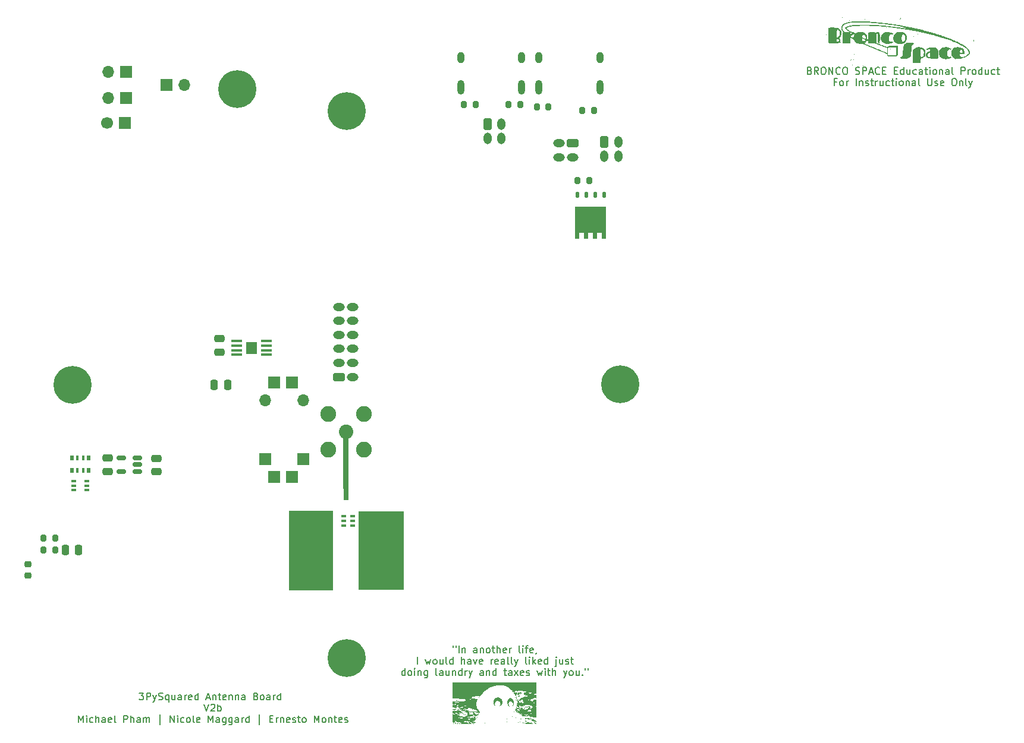
<source format=gbr>
%TF.GenerationSoftware,KiCad,Pcbnew,9.0.3*%
%TF.CreationDate,2025-08-04T00:02:12-07:00*%
%TF.ProjectId,antenna_top_cap_v2b_cygnet_special,616e7465-6e6e-4615-9f74-6f705f636170,rev?*%
%TF.SameCoordinates,Original*%
%TF.FileFunction,Soldermask,Top*%
%TF.FilePolarity,Negative*%
%FSLAX46Y46*%
G04 Gerber Fmt 4.6, Leading zero omitted, Abs format (unit mm)*
G04 Created by KiCad (PCBNEW 9.0.3) date 2025-08-04 00:02:12*
%MOMM*%
%LPD*%
G01*
G04 APERTURE LIST*
G04 Aperture macros list*
%AMRoundRect*
0 Rectangle with rounded corners*
0 $1 Rounding radius*
0 $2 $3 $4 $5 $6 $7 $8 $9 X,Y pos of 4 corners*
0 Add a 4 corners polygon primitive as box body*
4,1,4,$2,$3,$4,$5,$6,$7,$8,$9,$2,$3,0*
0 Add four circle primitives for the rounded corners*
1,1,$1+$1,$2,$3*
1,1,$1+$1,$4,$5*
1,1,$1+$1,$6,$7*
1,1,$1+$1,$8,$9*
0 Add four rect primitives between the rounded corners*
20,1,$1+$1,$2,$3,$4,$5,0*
20,1,$1+$1,$4,$5,$6,$7,0*
20,1,$1+$1,$6,$7,$8,$9,0*
20,1,$1+$1,$8,$9,$2,$3,0*%
%AMFreePoly0*
4,1,17,2.675000,1.605000,1.875000,1.605000,1.875000,0.935000,2.675000,0.935000,2.675000,0.335000,1.875000,0.335000,1.875000,-0.335000,2.675000,-0.335000,2.675000,-0.935000,1.875000,-0.935000,1.875000,-1.605000,2.675000,-1.605000,2.675000,-2.205000,-1.875000,-2.205000,-1.875000,2.205000,2.675000,2.205000,2.675000,1.605000,2.675000,1.605000,$1*%
G04 Aperture macros list end*
%ADD10C,0.150000*%
%ADD11C,0.000000*%
%ADD12RoundRect,0.200000X-0.200000X-0.275000X0.200000X-0.275000X0.200000X0.275000X-0.200000X0.275000X0*%
%ADD13O,1.700000X1.700000*%
%ADD14R,1.700000X1.700000*%
%ADD15RoundRect,0.250000X-0.350000X-0.575000X0.350000X-0.575000X0.350000X0.575000X-0.350000X0.575000X0*%
%ADD16O,1.200000X1.650000*%
%ADD17C,5.400000*%
%ADD18RoundRect,0.250000X-0.575000X0.350000X-0.575000X-0.350000X0.575000X-0.350000X0.575000X0.350000X0*%
%ADD19O,1.650000X1.200000*%
%ADD20RoundRect,0.250000X-0.250000X-0.475000X0.250000X-0.475000X0.250000X0.475000X-0.250000X0.475000X0*%
%ADD21RoundRect,0.250000X0.475000X-0.250000X0.475000X0.250000X-0.475000X0.250000X-0.475000X-0.250000X0*%
%ADD22RoundRect,0.250000X0.575000X-0.350000X0.575000X0.350000X-0.575000X0.350000X-0.575000X-0.350000X0*%
%ADD23FreePoly0,270.000000*%
%ADD24RoundRect,0.125000X-0.125000X0.300000X-0.125000X-0.300000X0.125000X-0.300000X0.125000X0.300000X0*%
%ADD25RoundRect,0.200000X0.200000X0.275000X-0.200000X0.275000X-0.200000X-0.275000X0.200000X-0.275000X0*%
%ADD26C,1.700000*%
%ADD27R,0.800000X0.300000*%
%ADD28R,6.390000X11.320000*%
%ADD29R,6.400000X11.300000*%
%ADD30RoundRect,0.150000X0.512500X0.150000X-0.512500X0.150000X-0.512500X-0.150000X0.512500X-0.150000X0*%
%ADD31RoundRect,0.225000X-0.250000X0.225000X-0.250000X-0.225000X0.250000X-0.225000X0.250000X0.225000X0*%
%ADD32C,2.050000*%
%ADD33C,2.250000*%
%ADD34R,0.650000X0.400000*%
%ADD35R,0.500000X0.800000*%
%ADD36R,0.400000X0.800000*%
%ADD37RoundRect,0.100000X0.687500X0.100000X-0.687500X0.100000X-0.687500X-0.100000X0.687500X-0.100000X0*%
%ADD38R,1.500000X1.800000*%
%ADD39RoundRect,0.250000X0.250000X0.475000X-0.250000X0.475000X-0.250000X-0.475000X0.250000X-0.475000X0*%
%ADD40O,1.000000X1.600000*%
%ADD41O,1.000000X2.100000*%
G04 APERTURE END LIST*
D10*
X231783893Y-67445437D02*
X231926750Y-67493056D01*
X231926750Y-67493056D02*
X231974369Y-67540675D01*
X231974369Y-67540675D02*
X232021988Y-67635913D01*
X232021988Y-67635913D02*
X232021988Y-67778770D01*
X232021988Y-67778770D02*
X231974369Y-67874008D01*
X231974369Y-67874008D02*
X231926750Y-67921628D01*
X231926750Y-67921628D02*
X231831512Y-67969247D01*
X231831512Y-67969247D02*
X231450560Y-67969247D01*
X231450560Y-67969247D02*
X231450560Y-66969247D01*
X231450560Y-66969247D02*
X231783893Y-66969247D01*
X231783893Y-66969247D02*
X231879131Y-67016866D01*
X231879131Y-67016866D02*
X231926750Y-67064485D01*
X231926750Y-67064485D02*
X231974369Y-67159723D01*
X231974369Y-67159723D02*
X231974369Y-67254961D01*
X231974369Y-67254961D02*
X231926750Y-67350199D01*
X231926750Y-67350199D02*
X231879131Y-67397818D01*
X231879131Y-67397818D02*
X231783893Y-67445437D01*
X231783893Y-67445437D02*
X231450560Y-67445437D01*
X233021988Y-67969247D02*
X232688655Y-67493056D01*
X232450560Y-67969247D02*
X232450560Y-66969247D01*
X232450560Y-66969247D02*
X232831512Y-66969247D01*
X232831512Y-66969247D02*
X232926750Y-67016866D01*
X232926750Y-67016866D02*
X232974369Y-67064485D01*
X232974369Y-67064485D02*
X233021988Y-67159723D01*
X233021988Y-67159723D02*
X233021988Y-67302580D01*
X233021988Y-67302580D02*
X232974369Y-67397818D01*
X232974369Y-67397818D02*
X232926750Y-67445437D01*
X232926750Y-67445437D02*
X232831512Y-67493056D01*
X232831512Y-67493056D02*
X232450560Y-67493056D01*
X233641036Y-66969247D02*
X233831512Y-66969247D01*
X233831512Y-66969247D02*
X233926750Y-67016866D01*
X233926750Y-67016866D02*
X234021988Y-67112104D01*
X234021988Y-67112104D02*
X234069607Y-67302580D01*
X234069607Y-67302580D02*
X234069607Y-67635913D01*
X234069607Y-67635913D02*
X234021988Y-67826389D01*
X234021988Y-67826389D02*
X233926750Y-67921628D01*
X233926750Y-67921628D02*
X233831512Y-67969247D01*
X233831512Y-67969247D02*
X233641036Y-67969247D01*
X233641036Y-67969247D02*
X233545798Y-67921628D01*
X233545798Y-67921628D02*
X233450560Y-67826389D01*
X233450560Y-67826389D02*
X233402941Y-67635913D01*
X233402941Y-67635913D02*
X233402941Y-67302580D01*
X233402941Y-67302580D02*
X233450560Y-67112104D01*
X233450560Y-67112104D02*
X233545798Y-67016866D01*
X233545798Y-67016866D02*
X233641036Y-66969247D01*
X234498179Y-67969247D02*
X234498179Y-66969247D01*
X234498179Y-66969247D02*
X235069607Y-67969247D01*
X235069607Y-67969247D02*
X235069607Y-66969247D01*
X236117226Y-67874008D02*
X236069607Y-67921628D01*
X236069607Y-67921628D02*
X235926750Y-67969247D01*
X235926750Y-67969247D02*
X235831512Y-67969247D01*
X235831512Y-67969247D02*
X235688655Y-67921628D01*
X235688655Y-67921628D02*
X235593417Y-67826389D01*
X235593417Y-67826389D02*
X235545798Y-67731151D01*
X235545798Y-67731151D02*
X235498179Y-67540675D01*
X235498179Y-67540675D02*
X235498179Y-67397818D01*
X235498179Y-67397818D02*
X235545798Y-67207342D01*
X235545798Y-67207342D02*
X235593417Y-67112104D01*
X235593417Y-67112104D02*
X235688655Y-67016866D01*
X235688655Y-67016866D02*
X235831512Y-66969247D01*
X235831512Y-66969247D02*
X235926750Y-66969247D01*
X235926750Y-66969247D02*
X236069607Y-67016866D01*
X236069607Y-67016866D02*
X236117226Y-67064485D01*
X236736274Y-66969247D02*
X236926750Y-66969247D01*
X236926750Y-66969247D02*
X237021988Y-67016866D01*
X237021988Y-67016866D02*
X237117226Y-67112104D01*
X237117226Y-67112104D02*
X237164845Y-67302580D01*
X237164845Y-67302580D02*
X237164845Y-67635913D01*
X237164845Y-67635913D02*
X237117226Y-67826389D01*
X237117226Y-67826389D02*
X237021988Y-67921628D01*
X237021988Y-67921628D02*
X236926750Y-67969247D01*
X236926750Y-67969247D02*
X236736274Y-67969247D01*
X236736274Y-67969247D02*
X236641036Y-67921628D01*
X236641036Y-67921628D02*
X236545798Y-67826389D01*
X236545798Y-67826389D02*
X236498179Y-67635913D01*
X236498179Y-67635913D02*
X236498179Y-67302580D01*
X236498179Y-67302580D02*
X236545798Y-67112104D01*
X236545798Y-67112104D02*
X236641036Y-67016866D01*
X236641036Y-67016866D02*
X236736274Y-66969247D01*
X238307703Y-67921628D02*
X238450560Y-67969247D01*
X238450560Y-67969247D02*
X238688655Y-67969247D01*
X238688655Y-67969247D02*
X238783893Y-67921628D01*
X238783893Y-67921628D02*
X238831512Y-67874008D01*
X238831512Y-67874008D02*
X238879131Y-67778770D01*
X238879131Y-67778770D02*
X238879131Y-67683532D01*
X238879131Y-67683532D02*
X238831512Y-67588294D01*
X238831512Y-67588294D02*
X238783893Y-67540675D01*
X238783893Y-67540675D02*
X238688655Y-67493056D01*
X238688655Y-67493056D02*
X238498179Y-67445437D01*
X238498179Y-67445437D02*
X238402941Y-67397818D01*
X238402941Y-67397818D02*
X238355322Y-67350199D01*
X238355322Y-67350199D02*
X238307703Y-67254961D01*
X238307703Y-67254961D02*
X238307703Y-67159723D01*
X238307703Y-67159723D02*
X238355322Y-67064485D01*
X238355322Y-67064485D02*
X238402941Y-67016866D01*
X238402941Y-67016866D02*
X238498179Y-66969247D01*
X238498179Y-66969247D02*
X238736274Y-66969247D01*
X238736274Y-66969247D02*
X238879131Y-67016866D01*
X239307703Y-67969247D02*
X239307703Y-66969247D01*
X239307703Y-66969247D02*
X239688655Y-66969247D01*
X239688655Y-66969247D02*
X239783893Y-67016866D01*
X239783893Y-67016866D02*
X239831512Y-67064485D01*
X239831512Y-67064485D02*
X239879131Y-67159723D01*
X239879131Y-67159723D02*
X239879131Y-67302580D01*
X239879131Y-67302580D02*
X239831512Y-67397818D01*
X239831512Y-67397818D02*
X239783893Y-67445437D01*
X239783893Y-67445437D02*
X239688655Y-67493056D01*
X239688655Y-67493056D02*
X239307703Y-67493056D01*
X240260084Y-67683532D02*
X240736274Y-67683532D01*
X240164846Y-67969247D02*
X240498179Y-66969247D01*
X240498179Y-66969247D02*
X240831512Y-67969247D01*
X241736274Y-67874008D02*
X241688655Y-67921628D01*
X241688655Y-67921628D02*
X241545798Y-67969247D01*
X241545798Y-67969247D02*
X241450560Y-67969247D01*
X241450560Y-67969247D02*
X241307703Y-67921628D01*
X241307703Y-67921628D02*
X241212465Y-67826389D01*
X241212465Y-67826389D02*
X241164846Y-67731151D01*
X241164846Y-67731151D02*
X241117227Y-67540675D01*
X241117227Y-67540675D02*
X241117227Y-67397818D01*
X241117227Y-67397818D02*
X241164846Y-67207342D01*
X241164846Y-67207342D02*
X241212465Y-67112104D01*
X241212465Y-67112104D02*
X241307703Y-67016866D01*
X241307703Y-67016866D02*
X241450560Y-66969247D01*
X241450560Y-66969247D02*
X241545798Y-66969247D01*
X241545798Y-66969247D02*
X241688655Y-67016866D01*
X241688655Y-67016866D02*
X241736274Y-67064485D01*
X242164846Y-67445437D02*
X242498179Y-67445437D01*
X242641036Y-67969247D02*
X242164846Y-67969247D01*
X242164846Y-67969247D02*
X242164846Y-66969247D01*
X242164846Y-66969247D02*
X242641036Y-66969247D01*
X243831513Y-67445437D02*
X244164846Y-67445437D01*
X244307703Y-67969247D02*
X243831513Y-67969247D01*
X243831513Y-67969247D02*
X243831513Y-66969247D01*
X243831513Y-66969247D02*
X244307703Y-66969247D01*
X245164846Y-67969247D02*
X245164846Y-66969247D01*
X245164846Y-67921628D02*
X245069608Y-67969247D01*
X245069608Y-67969247D02*
X244879132Y-67969247D01*
X244879132Y-67969247D02*
X244783894Y-67921628D01*
X244783894Y-67921628D02*
X244736275Y-67874008D01*
X244736275Y-67874008D02*
X244688656Y-67778770D01*
X244688656Y-67778770D02*
X244688656Y-67493056D01*
X244688656Y-67493056D02*
X244736275Y-67397818D01*
X244736275Y-67397818D02*
X244783894Y-67350199D01*
X244783894Y-67350199D02*
X244879132Y-67302580D01*
X244879132Y-67302580D02*
X245069608Y-67302580D01*
X245069608Y-67302580D02*
X245164846Y-67350199D01*
X246069608Y-67302580D02*
X246069608Y-67969247D01*
X245641037Y-67302580D02*
X245641037Y-67826389D01*
X245641037Y-67826389D02*
X245688656Y-67921628D01*
X245688656Y-67921628D02*
X245783894Y-67969247D01*
X245783894Y-67969247D02*
X245926751Y-67969247D01*
X245926751Y-67969247D02*
X246021989Y-67921628D01*
X246021989Y-67921628D02*
X246069608Y-67874008D01*
X246974370Y-67921628D02*
X246879132Y-67969247D01*
X246879132Y-67969247D02*
X246688656Y-67969247D01*
X246688656Y-67969247D02*
X246593418Y-67921628D01*
X246593418Y-67921628D02*
X246545799Y-67874008D01*
X246545799Y-67874008D02*
X246498180Y-67778770D01*
X246498180Y-67778770D02*
X246498180Y-67493056D01*
X246498180Y-67493056D02*
X246545799Y-67397818D01*
X246545799Y-67397818D02*
X246593418Y-67350199D01*
X246593418Y-67350199D02*
X246688656Y-67302580D01*
X246688656Y-67302580D02*
X246879132Y-67302580D01*
X246879132Y-67302580D02*
X246974370Y-67350199D01*
X247831513Y-67969247D02*
X247831513Y-67445437D01*
X247831513Y-67445437D02*
X247783894Y-67350199D01*
X247783894Y-67350199D02*
X247688656Y-67302580D01*
X247688656Y-67302580D02*
X247498180Y-67302580D01*
X247498180Y-67302580D02*
X247402942Y-67350199D01*
X247831513Y-67921628D02*
X247736275Y-67969247D01*
X247736275Y-67969247D02*
X247498180Y-67969247D01*
X247498180Y-67969247D02*
X247402942Y-67921628D01*
X247402942Y-67921628D02*
X247355323Y-67826389D01*
X247355323Y-67826389D02*
X247355323Y-67731151D01*
X247355323Y-67731151D02*
X247402942Y-67635913D01*
X247402942Y-67635913D02*
X247498180Y-67588294D01*
X247498180Y-67588294D02*
X247736275Y-67588294D01*
X247736275Y-67588294D02*
X247831513Y-67540675D01*
X248164847Y-67302580D02*
X248545799Y-67302580D01*
X248307704Y-66969247D02*
X248307704Y-67826389D01*
X248307704Y-67826389D02*
X248355323Y-67921628D01*
X248355323Y-67921628D02*
X248450561Y-67969247D01*
X248450561Y-67969247D02*
X248545799Y-67969247D01*
X248879133Y-67969247D02*
X248879133Y-67302580D01*
X248879133Y-66969247D02*
X248831514Y-67016866D01*
X248831514Y-67016866D02*
X248879133Y-67064485D01*
X248879133Y-67064485D02*
X248926752Y-67016866D01*
X248926752Y-67016866D02*
X248879133Y-66969247D01*
X248879133Y-66969247D02*
X248879133Y-67064485D01*
X249498180Y-67969247D02*
X249402942Y-67921628D01*
X249402942Y-67921628D02*
X249355323Y-67874008D01*
X249355323Y-67874008D02*
X249307704Y-67778770D01*
X249307704Y-67778770D02*
X249307704Y-67493056D01*
X249307704Y-67493056D02*
X249355323Y-67397818D01*
X249355323Y-67397818D02*
X249402942Y-67350199D01*
X249402942Y-67350199D02*
X249498180Y-67302580D01*
X249498180Y-67302580D02*
X249641037Y-67302580D01*
X249641037Y-67302580D02*
X249736275Y-67350199D01*
X249736275Y-67350199D02*
X249783894Y-67397818D01*
X249783894Y-67397818D02*
X249831513Y-67493056D01*
X249831513Y-67493056D02*
X249831513Y-67778770D01*
X249831513Y-67778770D02*
X249783894Y-67874008D01*
X249783894Y-67874008D02*
X249736275Y-67921628D01*
X249736275Y-67921628D02*
X249641037Y-67969247D01*
X249641037Y-67969247D02*
X249498180Y-67969247D01*
X250260085Y-67302580D02*
X250260085Y-67969247D01*
X250260085Y-67397818D02*
X250307704Y-67350199D01*
X250307704Y-67350199D02*
X250402942Y-67302580D01*
X250402942Y-67302580D02*
X250545799Y-67302580D01*
X250545799Y-67302580D02*
X250641037Y-67350199D01*
X250641037Y-67350199D02*
X250688656Y-67445437D01*
X250688656Y-67445437D02*
X250688656Y-67969247D01*
X251593418Y-67969247D02*
X251593418Y-67445437D01*
X251593418Y-67445437D02*
X251545799Y-67350199D01*
X251545799Y-67350199D02*
X251450561Y-67302580D01*
X251450561Y-67302580D02*
X251260085Y-67302580D01*
X251260085Y-67302580D02*
X251164847Y-67350199D01*
X251593418Y-67921628D02*
X251498180Y-67969247D01*
X251498180Y-67969247D02*
X251260085Y-67969247D01*
X251260085Y-67969247D02*
X251164847Y-67921628D01*
X251164847Y-67921628D02*
X251117228Y-67826389D01*
X251117228Y-67826389D02*
X251117228Y-67731151D01*
X251117228Y-67731151D02*
X251164847Y-67635913D01*
X251164847Y-67635913D02*
X251260085Y-67588294D01*
X251260085Y-67588294D02*
X251498180Y-67588294D01*
X251498180Y-67588294D02*
X251593418Y-67540675D01*
X252212466Y-67969247D02*
X252117228Y-67921628D01*
X252117228Y-67921628D02*
X252069609Y-67826389D01*
X252069609Y-67826389D02*
X252069609Y-66969247D01*
X253355324Y-67969247D02*
X253355324Y-66969247D01*
X253355324Y-66969247D02*
X253736276Y-66969247D01*
X253736276Y-66969247D02*
X253831514Y-67016866D01*
X253831514Y-67016866D02*
X253879133Y-67064485D01*
X253879133Y-67064485D02*
X253926752Y-67159723D01*
X253926752Y-67159723D02*
X253926752Y-67302580D01*
X253926752Y-67302580D02*
X253879133Y-67397818D01*
X253879133Y-67397818D02*
X253831514Y-67445437D01*
X253831514Y-67445437D02*
X253736276Y-67493056D01*
X253736276Y-67493056D02*
X253355324Y-67493056D01*
X254355324Y-67969247D02*
X254355324Y-67302580D01*
X254355324Y-67493056D02*
X254402943Y-67397818D01*
X254402943Y-67397818D02*
X254450562Y-67350199D01*
X254450562Y-67350199D02*
X254545800Y-67302580D01*
X254545800Y-67302580D02*
X254641038Y-67302580D01*
X255117229Y-67969247D02*
X255021991Y-67921628D01*
X255021991Y-67921628D02*
X254974372Y-67874008D01*
X254974372Y-67874008D02*
X254926753Y-67778770D01*
X254926753Y-67778770D02*
X254926753Y-67493056D01*
X254926753Y-67493056D02*
X254974372Y-67397818D01*
X254974372Y-67397818D02*
X255021991Y-67350199D01*
X255021991Y-67350199D02*
X255117229Y-67302580D01*
X255117229Y-67302580D02*
X255260086Y-67302580D01*
X255260086Y-67302580D02*
X255355324Y-67350199D01*
X255355324Y-67350199D02*
X255402943Y-67397818D01*
X255402943Y-67397818D02*
X255450562Y-67493056D01*
X255450562Y-67493056D02*
X255450562Y-67778770D01*
X255450562Y-67778770D02*
X255402943Y-67874008D01*
X255402943Y-67874008D02*
X255355324Y-67921628D01*
X255355324Y-67921628D02*
X255260086Y-67969247D01*
X255260086Y-67969247D02*
X255117229Y-67969247D01*
X256307705Y-67969247D02*
X256307705Y-66969247D01*
X256307705Y-67921628D02*
X256212467Y-67969247D01*
X256212467Y-67969247D02*
X256021991Y-67969247D01*
X256021991Y-67969247D02*
X255926753Y-67921628D01*
X255926753Y-67921628D02*
X255879134Y-67874008D01*
X255879134Y-67874008D02*
X255831515Y-67778770D01*
X255831515Y-67778770D02*
X255831515Y-67493056D01*
X255831515Y-67493056D02*
X255879134Y-67397818D01*
X255879134Y-67397818D02*
X255926753Y-67350199D01*
X255926753Y-67350199D02*
X256021991Y-67302580D01*
X256021991Y-67302580D02*
X256212467Y-67302580D01*
X256212467Y-67302580D02*
X256307705Y-67350199D01*
X257212467Y-67302580D02*
X257212467Y-67969247D01*
X256783896Y-67302580D02*
X256783896Y-67826389D01*
X256783896Y-67826389D02*
X256831515Y-67921628D01*
X256831515Y-67921628D02*
X256926753Y-67969247D01*
X256926753Y-67969247D02*
X257069610Y-67969247D01*
X257069610Y-67969247D02*
X257164848Y-67921628D01*
X257164848Y-67921628D02*
X257212467Y-67874008D01*
X258117229Y-67921628D02*
X258021991Y-67969247D01*
X258021991Y-67969247D02*
X257831515Y-67969247D01*
X257831515Y-67969247D02*
X257736277Y-67921628D01*
X257736277Y-67921628D02*
X257688658Y-67874008D01*
X257688658Y-67874008D02*
X257641039Y-67778770D01*
X257641039Y-67778770D02*
X257641039Y-67493056D01*
X257641039Y-67493056D02*
X257688658Y-67397818D01*
X257688658Y-67397818D02*
X257736277Y-67350199D01*
X257736277Y-67350199D02*
X257831515Y-67302580D01*
X257831515Y-67302580D02*
X258021991Y-67302580D01*
X258021991Y-67302580D02*
X258117229Y-67350199D01*
X258402944Y-67302580D02*
X258783896Y-67302580D01*
X258545801Y-66969247D02*
X258545801Y-67826389D01*
X258545801Y-67826389D02*
X258593420Y-67921628D01*
X258593420Y-67921628D02*
X258688658Y-67969247D01*
X258688658Y-67969247D02*
X258783896Y-67969247D01*
X235593417Y-69055381D02*
X235260084Y-69055381D01*
X235260084Y-69579191D02*
X235260084Y-68579191D01*
X235260084Y-68579191D02*
X235736274Y-68579191D01*
X236260084Y-69579191D02*
X236164846Y-69531572D01*
X236164846Y-69531572D02*
X236117227Y-69483952D01*
X236117227Y-69483952D02*
X236069608Y-69388714D01*
X236069608Y-69388714D02*
X236069608Y-69103000D01*
X236069608Y-69103000D02*
X236117227Y-69007762D01*
X236117227Y-69007762D02*
X236164846Y-68960143D01*
X236164846Y-68960143D02*
X236260084Y-68912524D01*
X236260084Y-68912524D02*
X236402941Y-68912524D01*
X236402941Y-68912524D02*
X236498179Y-68960143D01*
X236498179Y-68960143D02*
X236545798Y-69007762D01*
X236545798Y-69007762D02*
X236593417Y-69103000D01*
X236593417Y-69103000D02*
X236593417Y-69388714D01*
X236593417Y-69388714D02*
X236545798Y-69483952D01*
X236545798Y-69483952D02*
X236498179Y-69531572D01*
X236498179Y-69531572D02*
X236402941Y-69579191D01*
X236402941Y-69579191D02*
X236260084Y-69579191D01*
X237021989Y-69579191D02*
X237021989Y-68912524D01*
X237021989Y-69103000D02*
X237069608Y-69007762D01*
X237069608Y-69007762D02*
X237117227Y-68960143D01*
X237117227Y-68960143D02*
X237212465Y-68912524D01*
X237212465Y-68912524D02*
X237307703Y-68912524D01*
X238402942Y-69579191D02*
X238402942Y-68579191D01*
X238879132Y-68912524D02*
X238879132Y-69579191D01*
X238879132Y-69007762D02*
X238926751Y-68960143D01*
X238926751Y-68960143D02*
X239021989Y-68912524D01*
X239021989Y-68912524D02*
X239164846Y-68912524D01*
X239164846Y-68912524D02*
X239260084Y-68960143D01*
X239260084Y-68960143D02*
X239307703Y-69055381D01*
X239307703Y-69055381D02*
X239307703Y-69579191D01*
X239736275Y-69531572D02*
X239831513Y-69579191D01*
X239831513Y-69579191D02*
X240021989Y-69579191D01*
X240021989Y-69579191D02*
X240117227Y-69531572D01*
X240117227Y-69531572D02*
X240164846Y-69436333D01*
X240164846Y-69436333D02*
X240164846Y-69388714D01*
X240164846Y-69388714D02*
X240117227Y-69293476D01*
X240117227Y-69293476D02*
X240021989Y-69245857D01*
X240021989Y-69245857D02*
X239879132Y-69245857D01*
X239879132Y-69245857D02*
X239783894Y-69198238D01*
X239783894Y-69198238D02*
X239736275Y-69103000D01*
X239736275Y-69103000D02*
X239736275Y-69055381D01*
X239736275Y-69055381D02*
X239783894Y-68960143D01*
X239783894Y-68960143D02*
X239879132Y-68912524D01*
X239879132Y-68912524D02*
X240021989Y-68912524D01*
X240021989Y-68912524D02*
X240117227Y-68960143D01*
X240450561Y-68912524D02*
X240831513Y-68912524D01*
X240593418Y-68579191D02*
X240593418Y-69436333D01*
X240593418Y-69436333D02*
X240641037Y-69531572D01*
X240641037Y-69531572D02*
X240736275Y-69579191D01*
X240736275Y-69579191D02*
X240831513Y-69579191D01*
X241164847Y-69579191D02*
X241164847Y-68912524D01*
X241164847Y-69103000D02*
X241212466Y-69007762D01*
X241212466Y-69007762D02*
X241260085Y-68960143D01*
X241260085Y-68960143D02*
X241355323Y-68912524D01*
X241355323Y-68912524D02*
X241450561Y-68912524D01*
X242212466Y-68912524D02*
X242212466Y-69579191D01*
X241783895Y-68912524D02*
X241783895Y-69436333D01*
X241783895Y-69436333D02*
X241831514Y-69531572D01*
X241831514Y-69531572D02*
X241926752Y-69579191D01*
X241926752Y-69579191D02*
X242069609Y-69579191D01*
X242069609Y-69579191D02*
X242164847Y-69531572D01*
X242164847Y-69531572D02*
X242212466Y-69483952D01*
X243117228Y-69531572D02*
X243021990Y-69579191D01*
X243021990Y-69579191D02*
X242831514Y-69579191D01*
X242831514Y-69579191D02*
X242736276Y-69531572D01*
X242736276Y-69531572D02*
X242688657Y-69483952D01*
X242688657Y-69483952D02*
X242641038Y-69388714D01*
X242641038Y-69388714D02*
X242641038Y-69103000D01*
X242641038Y-69103000D02*
X242688657Y-69007762D01*
X242688657Y-69007762D02*
X242736276Y-68960143D01*
X242736276Y-68960143D02*
X242831514Y-68912524D01*
X242831514Y-68912524D02*
X243021990Y-68912524D01*
X243021990Y-68912524D02*
X243117228Y-68960143D01*
X243402943Y-68912524D02*
X243783895Y-68912524D01*
X243545800Y-68579191D02*
X243545800Y-69436333D01*
X243545800Y-69436333D02*
X243593419Y-69531572D01*
X243593419Y-69531572D02*
X243688657Y-69579191D01*
X243688657Y-69579191D02*
X243783895Y-69579191D01*
X244117229Y-69579191D02*
X244117229Y-68912524D01*
X244117229Y-68579191D02*
X244069610Y-68626810D01*
X244069610Y-68626810D02*
X244117229Y-68674429D01*
X244117229Y-68674429D02*
X244164848Y-68626810D01*
X244164848Y-68626810D02*
X244117229Y-68579191D01*
X244117229Y-68579191D02*
X244117229Y-68674429D01*
X244736276Y-69579191D02*
X244641038Y-69531572D01*
X244641038Y-69531572D02*
X244593419Y-69483952D01*
X244593419Y-69483952D02*
X244545800Y-69388714D01*
X244545800Y-69388714D02*
X244545800Y-69103000D01*
X244545800Y-69103000D02*
X244593419Y-69007762D01*
X244593419Y-69007762D02*
X244641038Y-68960143D01*
X244641038Y-68960143D02*
X244736276Y-68912524D01*
X244736276Y-68912524D02*
X244879133Y-68912524D01*
X244879133Y-68912524D02*
X244974371Y-68960143D01*
X244974371Y-68960143D02*
X245021990Y-69007762D01*
X245021990Y-69007762D02*
X245069609Y-69103000D01*
X245069609Y-69103000D02*
X245069609Y-69388714D01*
X245069609Y-69388714D02*
X245021990Y-69483952D01*
X245021990Y-69483952D02*
X244974371Y-69531572D01*
X244974371Y-69531572D02*
X244879133Y-69579191D01*
X244879133Y-69579191D02*
X244736276Y-69579191D01*
X245498181Y-68912524D02*
X245498181Y-69579191D01*
X245498181Y-69007762D02*
X245545800Y-68960143D01*
X245545800Y-68960143D02*
X245641038Y-68912524D01*
X245641038Y-68912524D02*
X245783895Y-68912524D01*
X245783895Y-68912524D02*
X245879133Y-68960143D01*
X245879133Y-68960143D02*
X245926752Y-69055381D01*
X245926752Y-69055381D02*
X245926752Y-69579191D01*
X246831514Y-69579191D02*
X246831514Y-69055381D01*
X246831514Y-69055381D02*
X246783895Y-68960143D01*
X246783895Y-68960143D02*
X246688657Y-68912524D01*
X246688657Y-68912524D02*
X246498181Y-68912524D01*
X246498181Y-68912524D02*
X246402943Y-68960143D01*
X246831514Y-69531572D02*
X246736276Y-69579191D01*
X246736276Y-69579191D02*
X246498181Y-69579191D01*
X246498181Y-69579191D02*
X246402943Y-69531572D01*
X246402943Y-69531572D02*
X246355324Y-69436333D01*
X246355324Y-69436333D02*
X246355324Y-69341095D01*
X246355324Y-69341095D02*
X246402943Y-69245857D01*
X246402943Y-69245857D02*
X246498181Y-69198238D01*
X246498181Y-69198238D02*
X246736276Y-69198238D01*
X246736276Y-69198238D02*
X246831514Y-69150619D01*
X247450562Y-69579191D02*
X247355324Y-69531572D01*
X247355324Y-69531572D02*
X247307705Y-69436333D01*
X247307705Y-69436333D02*
X247307705Y-68579191D01*
X248593420Y-68579191D02*
X248593420Y-69388714D01*
X248593420Y-69388714D02*
X248641039Y-69483952D01*
X248641039Y-69483952D02*
X248688658Y-69531572D01*
X248688658Y-69531572D02*
X248783896Y-69579191D01*
X248783896Y-69579191D02*
X248974372Y-69579191D01*
X248974372Y-69579191D02*
X249069610Y-69531572D01*
X249069610Y-69531572D02*
X249117229Y-69483952D01*
X249117229Y-69483952D02*
X249164848Y-69388714D01*
X249164848Y-69388714D02*
X249164848Y-68579191D01*
X249593420Y-69531572D02*
X249688658Y-69579191D01*
X249688658Y-69579191D02*
X249879134Y-69579191D01*
X249879134Y-69579191D02*
X249974372Y-69531572D01*
X249974372Y-69531572D02*
X250021991Y-69436333D01*
X250021991Y-69436333D02*
X250021991Y-69388714D01*
X250021991Y-69388714D02*
X249974372Y-69293476D01*
X249974372Y-69293476D02*
X249879134Y-69245857D01*
X249879134Y-69245857D02*
X249736277Y-69245857D01*
X249736277Y-69245857D02*
X249641039Y-69198238D01*
X249641039Y-69198238D02*
X249593420Y-69103000D01*
X249593420Y-69103000D02*
X249593420Y-69055381D01*
X249593420Y-69055381D02*
X249641039Y-68960143D01*
X249641039Y-68960143D02*
X249736277Y-68912524D01*
X249736277Y-68912524D02*
X249879134Y-68912524D01*
X249879134Y-68912524D02*
X249974372Y-68960143D01*
X250831515Y-69531572D02*
X250736277Y-69579191D01*
X250736277Y-69579191D02*
X250545801Y-69579191D01*
X250545801Y-69579191D02*
X250450563Y-69531572D01*
X250450563Y-69531572D02*
X250402944Y-69436333D01*
X250402944Y-69436333D02*
X250402944Y-69055381D01*
X250402944Y-69055381D02*
X250450563Y-68960143D01*
X250450563Y-68960143D02*
X250545801Y-68912524D01*
X250545801Y-68912524D02*
X250736277Y-68912524D01*
X250736277Y-68912524D02*
X250831515Y-68960143D01*
X250831515Y-68960143D02*
X250879134Y-69055381D01*
X250879134Y-69055381D02*
X250879134Y-69150619D01*
X250879134Y-69150619D02*
X250402944Y-69245857D01*
X252260087Y-68579191D02*
X252450563Y-68579191D01*
X252450563Y-68579191D02*
X252545801Y-68626810D01*
X252545801Y-68626810D02*
X252641039Y-68722048D01*
X252641039Y-68722048D02*
X252688658Y-68912524D01*
X252688658Y-68912524D02*
X252688658Y-69245857D01*
X252688658Y-69245857D02*
X252641039Y-69436333D01*
X252641039Y-69436333D02*
X252545801Y-69531572D01*
X252545801Y-69531572D02*
X252450563Y-69579191D01*
X252450563Y-69579191D02*
X252260087Y-69579191D01*
X252260087Y-69579191D02*
X252164849Y-69531572D01*
X252164849Y-69531572D02*
X252069611Y-69436333D01*
X252069611Y-69436333D02*
X252021992Y-69245857D01*
X252021992Y-69245857D02*
X252021992Y-68912524D01*
X252021992Y-68912524D02*
X252069611Y-68722048D01*
X252069611Y-68722048D02*
X252164849Y-68626810D01*
X252164849Y-68626810D02*
X252260087Y-68579191D01*
X253117230Y-68912524D02*
X253117230Y-69579191D01*
X253117230Y-69007762D02*
X253164849Y-68960143D01*
X253164849Y-68960143D02*
X253260087Y-68912524D01*
X253260087Y-68912524D02*
X253402944Y-68912524D01*
X253402944Y-68912524D02*
X253498182Y-68960143D01*
X253498182Y-68960143D02*
X253545801Y-69055381D01*
X253545801Y-69055381D02*
X253545801Y-69579191D01*
X254164849Y-69579191D02*
X254069611Y-69531572D01*
X254069611Y-69531572D02*
X254021992Y-69436333D01*
X254021992Y-69436333D02*
X254021992Y-68579191D01*
X254450564Y-68912524D02*
X254688659Y-69579191D01*
X254926754Y-68912524D02*
X254688659Y-69579191D01*
X254688659Y-69579191D02*
X254593421Y-69817286D01*
X254593421Y-69817286D02*
X254545802Y-69864905D01*
X254545802Y-69864905D02*
X254450564Y-69912524D01*
X181027752Y-149440548D02*
X181027752Y-149631024D01*
X181408704Y-149440548D02*
X181408704Y-149631024D01*
X181837276Y-150440548D02*
X181837276Y-149440548D01*
X182313466Y-149773881D02*
X182313466Y-150440548D01*
X182313466Y-149869119D02*
X182361085Y-149821500D01*
X182361085Y-149821500D02*
X182456323Y-149773881D01*
X182456323Y-149773881D02*
X182599180Y-149773881D01*
X182599180Y-149773881D02*
X182694418Y-149821500D01*
X182694418Y-149821500D02*
X182742037Y-149916738D01*
X182742037Y-149916738D02*
X182742037Y-150440548D01*
X184408704Y-150440548D02*
X184408704Y-149916738D01*
X184408704Y-149916738D02*
X184361085Y-149821500D01*
X184361085Y-149821500D02*
X184265847Y-149773881D01*
X184265847Y-149773881D02*
X184075371Y-149773881D01*
X184075371Y-149773881D02*
X183980133Y-149821500D01*
X184408704Y-150392929D02*
X184313466Y-150440548D01*
X184313466Y-150440548D02*
X184075371Y-150440548D01*
X184075371Y-150440548D02*
X183980133Y-150392929D01*
X183980133Y-150392929D02*
X183932514Y-150297690D01*
X183932514Y-150297690D02*
X183932514Y-150202452D01*
X183932514Y-150202452D02*
X183980133Y-150107214D01*
X183980133Y-150107214D02*
X184075371Y-150059595D01*
X184075371Y-150059595D02*
X184313466Y-150059595D01*
X184313466Y-150059595D02*
X184408704Y-150011976D01*
X184884895Y-149773881D02*
X184884895Y-150440548D01*
X184884895Y-149869119D02*
X184932514Y-149821500D01*
X184932514Y-149821500D02*
X185027752Y-149773881D01*
X185027752Y-149773881D02*
X185170609Y-149773881D01*
X185170609Y-149773881D02*
X185265847Y-149821500D01*
X185265847Y-149821500D02*
X185313466Y-149916738D01*
X185313466Y-149916738D02*
X185313466Y-150440548D01*
X185932514Y-150440548D02*
X185837276Y-150392929D01*
X185837276Y-150392929D02*
X185789657Y-150345309D01*
X185789657Y-150345309D02*
X185742038Y-150250071D01*
X185742038Y-150250071D02*
X185742038Y-149964357D01*
X185742038Y-149964357D02*
X185789657Y-149869119D01*
X185789657Y-149869119D02*
X185837276Y-149821500D01*
X185837276Y-149821500D02*
X185932514Y-149773881D01*
X185932514Y-149773881D02*
X186075371Y-149773881D01*
X186075371Y-149773881D02*
X186170609Y-149821500D01*
X186170609Y-149821500D02*
X186218228Y-149869119D01*
X186218228Y-149869119D02*
X186265847Y-149964357D01*
X186265847Y-149964357D02*
X186265847Y-150250071D01*
X186265847Y-150250071D02*
X186218228Y-150345309D01*
X186218228Y-150345309D02*
X186170609Y-150392929D01*
X186170609Y-150392929D02*
X186075371Y-150440548D01*
X186075371Y-150440548D02*
X185932514Y-150440548D01*
X186551562Y-149773881D02*
X186932514Y-149773881D01*
X186694419Y-149440548D02*
X186694419Y-150297690D01*
X186694419Y-150297690D02*
X186742038Y-150392929D01*
X186742038Y-150392929D02*
X186837276Y-150440548D01*
X186837276Y-150440548D02*
X186932514Y-150440548D01*
X187265848Y-150440548D02*
X187265848Y-149440548D01*
X187694419Y-150440548D02*
X187694419Y-149916738D01*
X187694419Y-149916738D02*
X187646800Y-149821500D01*
X187646800Y-149821500D02*
X187551562Y-149773881D01*
X187551562Y-149773881D02*
X187408705Y-149773881D01*
X187408705Y-149773881D02*
X187313467Y-149821500D01*
X187313467Y-149821500D02*
X187265848Y-149869119D01*
X188551562Y-150392929D02*
X188456324Y-150440548D01*
X188456324Y-150440548D02*
X188265848Y-150440548D01*
X188265848Y-150440548D02*
X188170610Y-150392929D01*
X188170610Y-150392929D02*
X188122991Y-150297690D01*
X188122991Y-150297690D02*
X188122991Y-149916738D01*
X188122991Y-149916738D02*
X188170610Y-149821500D01*
X188170610Y-149821500D02*
X188265848Y-149773881D01*
X188265848Y-149773881D02*
X188456324Y-149773881D01*
X188456324Y-149773881D02*
X188551562Y-149821500D01*
X188551562Y-149821500D02*
X188599181Y-149916738D01*
X188599181Y-149916738D02*
X188599181Y-150011976D01*
X188599181Y-150011976D02*
X188122991Y-150107214D01*
X189027753Y-150440548D02*
X189027753Y-149773881D01*
X189027753Y-149964357D02*
X189075372Y-149869119D01*
X189075372Y-149869119D02*
X189122991Y-149821500D01*
X189122991Y-149821500D02*
X189218229Y-149773881D01*
X189218229Y-149773881D02*
X189313467Y-149773881D01*
X190551563Y-150440548D02*
X190456325Y-150392929D01*
X190456325Y-150392929D02*
X190408706Y-150297690D01*
X190408706Y-150297690D02*
X190408706Y-149440548D01*
X190932516Y-150440548D02*
X190932516Y-149773881D01*
X190932516Y-149440548D02*
X190884897Y-149488167D01*
X190884897Y-149488167D02*
X190932516Y-149535786D01*
X190932516Y-149535786D02*
X190980135Y-149488167D01*
X190980135Y-149488167D02*
X190932516Y-149440548D01*
X190932516Y-149440548D02*
X190932516Y-149535786D01*
X191265849Y-149773881D02*
X191646801Y-149773881D01*
X191408706Y-150440548D02*
X191408706Y-149583405D01*
X191408706Y-149583405D02*
X191456325Y-149488167D01*
X191456325Y-149488167D02*
X191551563Y-149440548D01*
X191551563Y-149440548D02*
X191646801Y-149440548D01*
X192361087Y-150392929D02*
X192265849Y-150440548D01*
X192265849Y-150440548D02*
X192075373Y-150440548D01*
X192075373Y-150440548D02*
X191980135Y-150392929D01*
X191980135Y-150392929D02*
X191932516Y-150297690D01*
X191932516Y-150297690D02*
X191932516Y-149916738D01*
X191932516Y-149916738D02*
X191980135Y-149821500D01*
X191980135Y-149821500D02*
X192075373Y-149773881D01*
X192075373Y-149773881D02*
X192265849Y-149773881D01*
X192265849Y-149773881D02*
X192361087Y-149821500D01*
X192361087Y-149821500D02*
X192408706Y-149916738D01*
X192408706Y-149916738D02*
X192408706Y-150011976D01*
X192408706Y-150011976D02*
X191932516Y-150107214D01*
X192884897Y-150392929D02*
X192884897Y-150440548D01*
X192884897Y-150440548D02*
X192837278Y-150535786D01*
X192837278Y-150535786D02*
X192789659Y-150583405D01*
X175932513Y-152050492D02*
X175932513Y-151050492D01*
X177075370Y-151383825D02*
X177265846Y-152050492D01*
X177265846Y-152050492D02*
X177456322Y-151574301D01*
X177456322Y-151574301D02*
X177646798Y-152050492D01*
X177646798Y-152050492D02*
X177837274Y-151383825D01*
X178361084Y-152050492D02*
X178265846Y-152002873D01*
X178265846Y-152002873D02*
X178218227Y-151955253D01*
X178218227Y-151955253D02*
X178170608Y-151860015D01*
X178170608Y-151860015D02*
X178170608Y-151574301D01*
X178170608Y-151574301D02*
X178218227Y-151479063D01*
X178218227Y-151479063D02*
X178265846Y-151431444D01*
X178265846Y-151431444D02*
X178361084Y-151383825D01*
X178361084Y-151383825D02*
X178503941Y-151383825D01*
X178503941Y-151383825D02*
X178599179Y-151431444D01*
X178599179Y-151431444D02*
X178646798Y-151479063D01*
X178646798Y-151479063D02*
X178694417Y-151574301D01*
X178694417Y-151574301D02*
X178694417Y-151860015D01*
X178694417Y-151860015D02*
X178646798Y-151955253D01*
X178646798Y-151955253D02*
X178599179Y-152002873D01*
X178599179Y-152002873D02*
X178503941Y-152050492D01*
X178503941Y-152050492D02*
X178361084Y-152050492D01*
X179551560Y-151383825D02*
X179551560Y-152050492D01*
X179122989Y-151383825D02*
X179122989Y-151907634D01*
X179122989Y-151907634D02*
X179170608Y-152002873D01*
X179170608Y-152002873D02*
X179265846Y-152050492D01*
X179265846Y-152050492D02*
X179408703Y-152050492D01*
X179408703Y-152050492D02*
X179503941Y-152002873D01*
X179503941Y-152002873D02*
X179551560Y-151955253D01*
X180170608Y-152050492D02*
X180075370Y-152002873D01*
X180075370Y-152002873D02*
X180027751Y-151907634D01*
X180027751Y-151907634D02*
X180027751Y-151050492D01*
X180980132Y-152050492D02*
X180980132Y-151050492D01*
X180980132Y-152002873D02*
X180884894Y-152050492D01*
X180884894Y-152050492D02*
X180694418Y-152050492D01*
X180694418Y-152050492D02*
X180599180Y-152002873D01*
X180599180Y-152002873D02*
X180551561Y-151955253D01*
X180551561Y-151955253D02*
X180503942Y-151860015D01*
X180503942Y-151860015D02*
X180503942Y-151574301D01*
X180503942Y-151574301D02*
X180551561Y-151479063D01*
X180551561Y-151479063D02*
X180599180Y-151431444D01*
X180599180Y-151431444D02*
X180694418Y-151383825D01*
X180694418Y-151383825D02*
X180884894Y-151383825D01*
X180884894Y-151383825D02*
X180980132Y-151431444D01*
X182218228Y-152050492D02*
X182218228Y-151050492D01*
X182646799Y-152050492D02*
X182646799Y-151526682D01*
X182646799Y-151526682D02*
X182599180Y-151431444D01*
X182599180Y-151431444D02*
X182503942Y-151383825D01*
X182503942Y-151383825D02*
X182361085Y-151383825D01*
X182361085Y-151383825D02*
X182265847Y-151431444D01*
X182265847Y-151431444D02*
X182218228Y-151479063D01*
X183551561Y-152050492D02*
X183551561Y-151526682D01*
X183551561Y-151526682D02*
X183503942Y-151431444D01*
X183503942Y-151431444D02*
X183408704Y-151383825D01*
X183408704Y-151383825D02*
X183218228Y-151383825D01*
X183218228Y-151383825D02*
X183122990Y-151431444D01*
X183551561Y-152002873D02*
X183456323Y-152050492D01*
X183456323Y-152050492D02*
X183218228Y-152050492D01*
X183218228Y-152050492D02*
X183122990Y-152002873D01*
X183122990Y-152002873D02*
X183075371Y-151907634D01*
X183075371Y-151907634D02*
X183075371Y-151812396D01*
X183075371Y-151812396D02*
X183122990Y-151717158D01*
X183122990Y-151717158D02*
X183218228Y-151669539D01*
X183218228Y-151669539D02*
X183456323Y-151669539D01*
X183456323Y-151669539D02*
X183551561Y-151621920D01*
X183932514Y-151383825D02*
X184170609Y-152050492D01*
X184170609Y-152050492D02*
X184408704Y-151383825D01*
X185170609Y-152002873D02*
X185075371Y-152050492D01*
X185075371Y-152050492D02*
X184884895Y-152050492D01*
X184884895Y-152050492D02*
X184789657Y-152002873D01*
X184789657Y-152002873D02*
X184742038Y-151907634D01*
X184742038Y-151907634D02*
X184742038Y-151526682D01*
X184742038Y-151526682D02*
X184789657Y-151431444D01*
X184789657Y-151431444D02*
X184884895Y-151383825D01*
X184884895Y-151383825D02*
X185075371Y-151383825D01*
X185075371Y-151383825D02*
X185170609Y-151431444D01*
X185170609Y-151431444D02*
X185218228Y-151526682D01*
X185218228Y-151526682D02*
X185218228Y-151621920D01*
X185218228Y-151621920D02*
X184742038Y-151717158D01*
X186408705Y-152050492D02*
X186408705Y-151383825D01*
X186408705Y-151574301D02*
X186456324Y-151479063D01*
X186456324Y-151479063D02*
X186503943Y-151431444D01*
X186503943Y-151431444D02*
X186599181Y-151383825D01*
X186599181Y-151383825D02*
X186694419Y-151383825D01*
X187408705Y-152002873D02*
X187313467Y-152050492D01*
X187313467Y-152050492D02*
X187122991Y-152050492D01*
X187122991Y-152050492D02*
X187027753Y-152002873D01*
X187027753Y-152002873D02*
X186980134Y-151907634D01*
X186980134Y-151907634D02*
X186980134Y-151526682D01*
X186980134Y-151526682D02*
X187027753Y-151431444D01*
X187027753Y-151431444D02*
X187122991Y-151383825D01*
X187122991Y-151383825D02*
X187313467Y-151383825D01*
X187313467Y-151383825D02*
X187408705Y-151431444D01*
X187408705Y-151431444D02*
X187456324Y-151526682D01*
X187456324Y-151526682D02*
X187456324Y-151621920D01*
X187456324Y-151621920D02*
X186980134Y-151717158D01*
X188313467Y-152050492D02*
X188313467Y-151526682D01*
X188313467Y-151526682D02*
X188265848Y-151431444D01*
X188265848Y-151431444D02*
X188170610Y-151383825D01*
X188170610Y-151383825D02*
X187980134Y-151383825D01*
X187980134Y-151383825D02*
X187884896Y-151431444D01*
X188313467Y-152002873D02*
X188218229Y-152050492D01*
X188218229Y-152050492D02*
X187980134Y-152050492D01*
X187980134Y-152050492D02*
X187884896Y-152002873D01*
X187884896Y-152002873D02*
X187837277Y-151907634D01*
X187837277Y-151907634D02*
X187837277Y-151812396D01*
X187837277Y-151812396D02*
X187884896Y-151717158D01*
X187884896Y-151717158D02*
X187980134Y-151669539D01*
X187980134Y-151669539D02*
X188218229Y-151669539D01*
X188218229Y-151669539D02*
X188313467Y-151621920D01*
X188932515Y-152050492D02*
X188837277Y-152002873D01*
X188837277Y-152002873D02*
X188789658Y-151907634D01*
X188789658Y-151907634D02*
X188789658Y-151050492D01*
X189456325Y-152050492D02*
X189361087Y-152002873D01*
X189361087Y-152002873D02*
X189313468Y-151907634D01*
X189313468Y-151907634D02*
X189313468Y-151050492D01*
X189742040Y-151383825D02*
X189980135Y-152050492D01*
X190218230Y-151383825D02*
X189980135Y-152050492D01*
X189980135Y-152050492D02*
X189884897Y-152288587D01*
X189884897Y-152288587D02*
X189837278Y-152336206D01*
X189837278Y-152336206D02*
X189742040Y-152383825D01*
X191503945Y-152050492D02*
X191408707Y-152002873D01*
X191408707Y-152002873D02*
X191361088Y-151907634D01*
X191361088Y-151907634D02*
X191361088Y-151050492D01*
X191884898Y-152050492D02*
X191884898Y-151383825D01*
X191884898Y-151050492D02*
X191837279Y-151098111D01*
X191837279Y-151098111D02*
X191884898Y-151145730D01*
X191884898Y-151145730D02*
X191932517Y-151098111D01*
X191932517Y-151098111D02*
X191884898Y-151050492D01*
X191884898Y-151050492D02*
X191884898Y-151145730D01*
X192361088Y-152050492D02*
X192361088Y-151050492D01*
X192456326Y-151669539D02*
X192742040Y-152050492D01*
X192742040Y-151383825D02*
X192361088Y-151764777D01*
X193551564Y-152002873D02*
X193456326Y-152050492D01*
X193456326Y-152050492D02*
X193265850Y-152050492D01*
X193265850Y-152050492D02*
X193170612Y-152002873D01*
X193170612Y-152002873D02*
X193122993Y-151907634D01*
X193122993Y-151907634D02*
X193122993Y-151526682D01*
X193122993Y-151526682D02*
X193170612Y-151431444D01*
X193170612Y-151431444D02*
X193265850Y-151383825D01*
X193265850Y-151383825D02*
X193456326Y-151383825D01*
X193456326Y-151383825D02*
X193551564Y-151431444D01*
X193551564Y-151431444D02*
X193599183Y-151526682D01*
X193599183Y-151526682D02*
X193599183Y-151621920D01*
X193599183Y-151621920D02*
X193122993Y-151717158D01*
X194456326Y-152050492D02*
X194456326Y-151050492D01*
X194456326Y-152002873D02*
X194361088Y-152050492D01*
X194361088Y-152050492D02*
X194170612Y-152050492D01*
X194170612Y-152050492D02*
X194075374Y-152002873D01*
X194075374Y-152002873D02*
X194027755Y-151955253D01*
X194027755Y-151955253D02*
X193980136Y-151860015D01*
X193980136Y-151860015D02*
X193980136Y-151574301D01*
X193980136Y-151574301D02*
X194027755Y-151479063D01*
X194027755Y-151479063D02*
X194075374Y-151431444D01*
X194075374Y-151431444D02*
X194170612Y-151383825D01*
X194170612Y-151383825D02*
X194361088Y-151383825D01*
X194361088Y-151383825D02*
X194456326Y-151431444D01*
X195694422Y-151383825D02*
X195694422Y-152240968D01*
X195694422Y-152240968D02*
X195646803Y-152336206D01*
X195646803Y-152336206D02*
X195551565Y-152383825D01*
X195551565Y-152383825D02*
X195503946Y-152383825D01*
X195694422Y-151050492D02*
X195646803Y-151098111D01*
X195646803Y-151098111D02*
X195694422Y-151145730D01*
X195694422Y-151145730D02*
X195742041Y-151098111D01*
X195742041Y-151098111D02*
X195694422Y-151050492D01*
X195694422Y-151050492D02*
X195694422Y-151145730D01*
X196599183Y-151383825D02*
X196599183Y-152050492D01*
X196170612Y-151383825D02*
X196170612Y-151907634D01*
X196170612Y-151907634D02*
X196218231Y-152002873D01*
X196218231Y-152002873D02*
X196313469Y-152050492D01*
X196313469Y-152050492D02*
X196456326Y-152050492D01*
X196456326Y-152050492D02*
X196551564Y-152002873D01*
X196551564Y-152002873D02*
X196599183Y-151955253D01*
X197027755Y-152002873D02*
X197122993Y-152050492D01*
X197122993Y-152050492D02*
X197313469Y-152050492D01*
X197313469Y-152050492D02*
X197408707Y-152002873D01*
X197408707Y-152002873D02*
X197456326Y-151907634D01*
X197456326Y-151907634D02*
X197456326Y-151860015D01*
X197456326Y-151860015D02*
X197408707Y-151764777D01*
X197408707Y-151764777D02*
X197313469Y-151717158D01*
X197313469Y-151717158D02*
X197170612Y-151717158D01*
X197170612Y-151717158D02*
X197075374Y-151669539D01*
X197075374Y-151669539D02*
X197027755Y-151574301D01*
X197027755Y-151574301D02*
X197027755Y-151526682D01*
X197027755Y-151526682D02*
X197075374Y-151431444D01*
X197075374Y-151431444D02*
X197170612Y-151383825D01*
X197170612Y-151383825D02*
X197313469Y-151383825D01*
X197313469Y-151383825D02*
X197408707Y-151431444D01*
X197742041Y-151383825D02*
X198122993Y-151383825D01*
X197884898Y-151050492D02*
X197884898Y-151907634D01*
X197884898Y-151907634D02*
X197932517Y-152002873D01*
X197932517Y-152002873D02*
X198027755Y-152050492D01*
X198027755Y-152050492D02*
X198122993Y-152050492D01*
X174170608Y-153660436D02*
X174170608Y-152660436D01*
X174170608Y-153612817D02*
X174075370Y-153660436D01*
X174075370Y-153660436D02*
X173884894Y-153660436D01*
X173884894Y-153660436D02*
X173789656Y-153612817D01*
X173789656Y-153612817D02*
X173742037Y-153565197D01*
X173742037Y-153565197D02*
X173694418Y-153469959D01*
X173694418Y-153469959D02*
X173694418Y-153184245D01*
X173694418Y-153184245D02*
X173742037Y-153089007D01*
X173742037Y-153089007D02*
X173789656Y-153041388D01*
X173789656Y-153041388D02*
X173884894Y-152993769D01*
X173884894Y-152993769D02*
X174075370Y-152993769D01*
X174075370Y-152993769D02*
X174170608Y-153041388D01*
X174789656Y-153660436D02*
X174694418Y-153612817D01*
X174694418Y-153612817D02*
X174646799Y-153565197D01*
X174646799Y-153565197D02*
X174599180Y-153469959D01*
X174599180Y-153469959D02*
X174599180Y-153184245D01*
X174599180Y-153184245D02*
X174646799Y-153089007D01*
X174646799Y-153089007D02*
X174694418Y-153041388D01*
X174694418Y-153041388D02*
X174789656Y-152993769D01*
X174789656Y-152993769D02*
X174932513Y-152993769D01*
X174932513Y-152993769D02*
X175027751Y-153041388D01*
X175027751Y-153041388D02*
X175075370Y-153089007D01*
X175075370Y-153089007D02*
X175122989Y-153184245D01*
X175122989Y-153184245D02*
X175122989Y-153469959D01*
X175122989Y-153469959D02*
X175075370Y-153565197D01*
X175075370Y-153565197D02*
X175027751Y-153612817D01*
X175027751Y-153612817D02*
X174932513Y-153660436D01*
X174932513Y-153660436D02*
X174789656Y-153660436D01*
X175551561Y-153660436D02*
X175551561Y-152993769D01*
X175551561Y-152660436D02*
X175503942Y-152708055D01*
X175503942Y-152708055D02*
X175551561Y-152755674D01*
X175551561Y-152755674D02*
X175599180Y-152708055D01*
X175599180Y-152708055D02*
X175551561Y-152660436D01*
X175551561Y-152660436D02*
X175551561Y-152755674D01*
X176027751Y-152993769D02*
X176027751Y-153660436D01*
X176027751Y-153089007D02*
X176075370Y-153041388D01*
X176075370Y-153041388D02*
X176170608Y-152993769D01*
X176170608Y-152993769D02*
X176313465Y-152993769D01*
X176313465Y-152993769D02*
X176408703Y-153041388D01*
X176408703Y-153041388D02*
X176456322Y-153136626D01*
X176456322Y-153136626D02*
X176456322Y-153660436D01*
X177361084Y-152993769D02*
X177361084Y-153803293D01*
X177361084Y-153803293D02*
X177313465Y-153898531D01*
X177313465Y-153898531D02*
X177265846Y-153946150D01*
X177265846Y-153946150D02*
X177170608Y-153993769D01*
X177170608Y-153993769D02*
X177027751Y-153993769D01*
X177027751Y-153993769D02*
X176932513Y-153946150D01*
X177361084Y-153612817D02*
X177265846Y-153660436D01*
X177265846Y-153660436D02*
X177075370Y-153660436D01*
X177075370Y-153660436D02*
X176980132Y-153612817D01*
X176980132Y-153612817D02*
X176932513Y-153565197D01*
X176932513Y-153565197D02*
X176884894Y-153469959D01*
X176884894Y-153469959D02*
X176884894Y-153184245D01*
X176884894Y-153184245D02*
X176932513Y-153089007D01*
X176932513Y-153089007D02*
X176980132Y-153041388D01*
X176980132Y-153041388D02*
X177075370Y-152993769D01*
X177075370Y-152993769D02*
X177265846Y-152993769D01*
X177265846Y-152993769D02*
X177361084Y-153041388D01*
X178742037Y-153660436D02*
X178646799Y-153612817D01*
X178646799Y-153612817D02*
X178599180Y-153517578D01*
X178599180Y-153517578D02*
X178599180Y-152660436D01*
X179551561Y-153660436D02*
X179551561Y-153136626D01*
X179551561Y-153136626D02*
X179503942Y-153041388D01*
X179503942Y-153041388D02*
X179408704Y-152993769D01*
X179408704Y-152993769D02*
X179218228Y-152993769D01*
X179218228Y-152993769D02*
X179122990Y-153041388D01*
X179551561Y-153612817D02*
X179456323Y-153660436D01*
X179456323Y-153660436D02*
X179218228Y-153660436D01*
X179218228Y-153660436D02*
X179122990Y-153612817D01*
X179122990Y-153612817D02*
X179075371Y-153517578D01*
X179075371Y-153517578D02*
X179075371Y-153422340D01*
X179075371Y-153422340D02*
X179122990Y-153327102D01*
X179122990Y-153327102D02*
X179218228Y-153279483D01*
X179218228Y-153279483D02*
X179456323Y-153279483D01*
X179456323Y-153279483D02*
X179551561Y-153231864D01*
X180456323Y-152993769D02*
X180456323Y-153660436D01*
X180027752Y-152993769D02*
X180027752Y-153517578D01*
X180027752Y-153517578D02*
X180075371Y-153612817D01*
X180075371Y-153612817D02*
X180170609Y-153660436D01*
X180170609Y-153660436D02*
X180313466Y-153660436D01*
X180313466Y-153660436D02*
X180408704Y-153612817D01*
X180408704Y-153612817D02*
X180456323Y-153565197D01*
X180932514Y-152993769D02*
X180932514Y-153660436D01*
X180932514Y-153089007D02*
X180980133Y-153041388D01*
X180980133Y-153041388D02*
X181075371Y-152993769D01*
X181075371Y-152993769D02*
X181218228Y-152993769D01*
X181218228Y-152993769D02*
X181313466Y-153041388D01*
X181313466Y-153041388D02*
X181361085Y-153136626D01*
X181361085Y-153136626D02*
X181361085Y-153660436D01*
X182265847Y-153660436D02*
X182265847Y-152660436D01*
X182265847Y-153612817D02*
X182170609Y-153660436D01*
X182170609Y-153660436D02*
X181980133Y-153660436D01*
X181980133Y-153660436D02*
X181884895Y-153612817D01*
X181884895Y-153612817D02*
X181837276Y-153565197D01*
X181837276Y-153565197D02*
X181789657Y-153469959D01*
X181789657Y-153469959D02*
X181789657Y-153184245D01*
X181789657Y-153184245D02*
X181837276Y-153089007D01*
X181837276Y-153089007D02*
X181884895Y-153041388D01*
X181884895Y-153041388D02*
X181980133Y-152993769D01*
X181980133Y-152993769D02*
X182170609Y-152993769D01*
X182170609Y-152993769D02*
X182265847Y-153041388D01*
X182742038Y-153660436D02*
X182742038Y-152993769D01*
X182742038Y-153184245D02*
X182789657Y-153089007D01*
X182789657Y-153089007D02*
X182837276Y-153041388D01*
X182837276Y-153041388D02*
X182932514Y-152993769D01*
X182932514Y-152993769D02*
X183027752Y-152993769D01*
X183265848Y-152993769D02*
X183503943Y-153660436D01*
X183742038Y-152993769D02*
X183503943Y-153660436D01*
X183503943Y-153660436D02*
X183408705Y-153898531D01*
X183408705Y-153898531D02*
X183361086Y-153946150D01*
X183361086Y-153946150D02*
X183265848Y-153993769D01*
X185313467Y-153660436D02*
X185313467Y-153136626D01*
X185313467Y-153136626D02*
X185265848Y-153041388D01*
X185265848Y-153041388D02*
X185170610Y-152993769D01*
X185170610Y-152993769D02*
X184980134Y-152993769D01*
X184980134Y-152993769D02*
X184884896Y-153041388D01*
X185313467Y-153612817D02*
X185218229Y-153660436D01*
X185218229Y-153660436D02*
X184980134Y-153660436D01*
X184980134Y-153660436D02*
X184884896Y-153612817D01*
X184884896Y-153612817D02*
X184837277Y-153517578D01*
X184837277Y-153517578D02*
X184837277Y-153422340D01*
X184837277Y-153422340D02*
X184884896Y-153327102D01*
X184884896Y-153327102D02*
X184980134Y-153279483D01*
X184980134Y-153279483D02*
X185218229Y-153279483D01*
X185218229Y-153279483D02*
X185313467Y-153231864D01*
X185789658Y-152993769D02*
X185789658Y-153660436D01*
X185789658Y-153089007D02*
X185837277Y-153041388D01*
X185837277Y-153041388D02*
X185932515Y-152993769D01*
X185932515Y-152993769D02*
X186075372Y-152993769D01*
X186075372Y-152993769D02*
X186170610Y-153041388D01*
X186170610Y-153041388D02*
X186218229Y-153136626D01*
X186218229Y-153136626D02*
X186218229Y-153660436D01*
X187122991Y-153660436D02*
X187122991Y-152660436D01*
X187122991Y-153612817D02*
X187027753Y-153660436D01*
X187027753Y-153660436D02*
X186837277Y-153660436D01*
X186837277Y-153660436D02*
X186742039Y-153612817D01*
X186742039Y-153612817D02*
X186694420Y-153565197D01*
X186694420Y-153565197D02*
X186646801Y-153469959D01*
X186646801Y-153469959D02*
X186646801Y-153184245D01*
X186646801Y-153184245D02*
X186694420Y-153089007D01*
X186694420Y-153089007D02*
X186742039Y-153041388D01*
X186742039Y-153041388D02*
X186837277Y-152993769D01*
X186837277Y-152993769D02*
X187027753Y-152993769D01*
X187027753Y-152993769D02*
X187122991Y-153041388D01*
X188218230Y-152993769D02*
X188599182Y-152993769D01*
X188361087Y-152660436D02*
X188361087Y-153517578D01*
X188361087Y-153517578D02*
X188408706Y-153612817D01*
X188408706Y-153612817D02*
X188503944Y-153660436D01*
X188503944Y-153660436D02*
X188599182Y-153660436D01*
X189361087Y-153660436D02*
X189361087Y-153136626D01*
X189361087Y-153136626D02*
X189313468Y-153041388D01*
X189313468Y-153041388D02*
X189218230Y-152993769D01*
X189218230Y-152993769D02*
X189027754Y-152993769D01*
X189027754Y-152993769D02*
X188932516Y-153041388D01*
X189361087Y-153612817D02*
X189265849Y-153660436D01*
X189265849Y-153660436D02*
X189027754Y-153660436D01*
X189027754Y-153660436D02*
X188932516Y-153612817D01*
X188932516Y-153612817D02*
X188884897Y-153517578D01*
X188884897Y-153517578D02*
X188884897Y-153422340D01*
X188884897Y-153422340D02*
X188932516Y-153327102D01*
X188932516Y-153327102D02*
X189027754Y-153279483D01*
X189027754Y-153279483D02*
X189265849Y-153279483D01*
X189265849Y-153279483D02*
X189361087Y-153231864D01*
X189742040Y-153660436D02*
X190265849Y-152993769D01*
X189742040Y-152993769D02*
X190265849Y-153660436D01*
X191027754Y-153612817D02*
X190932516Y-153660436D01*
X190932516Y-153660436D02*
X190742040Y-153660436D01*
X190742040Y-153660436D02*
X190646802Y-153612817D01*
X190646802Y-153612817D02*
X190599183Y-153517578D01*
X190599183Y-153517578D02*
X190599183Y-153136626D01*
X190599183Y-153136626D02*
X190646802Y-153041388D01*
X190646802Y-153041388D02*
X190742040Y-152993769D01*
X190742040Y-152993769D02*
X190932516Y-152993769D01*
X190932516Y-152993769D02*
X191027754Y-153041388D01*
X191027754Y-153041388D02*
X191075373Y-153136626D01*
X191075373Y-153136626D02*
X191075373Y-153231864D01*
X191075373Y-153231864D02*
X190599183Y-153327102D01*
X191456326Y-153612817D02*
X191551564Y-153660436D01*
X191551564Y-153660436D02*
X191742040Y-153660436D01*
X191742040Y-153660436D02*
X191837278Y-153612817D01*
X191837278Y-153612817D02*
X191884897Y-153517578D01*
X191884897Y-153517578D02*
X191884897Y-153469959D01*
X191884897Y-153469959D02*
X191837278Y-153374721D01*
X191837278Y-153374721D02*
X191742040Y-153327102D01*
X191742040Y-153327102D02*
X191599183Y-153327102D01*
X191599183Y-153327102D02*
X191503945Y-153279483D01*
X191503945Y-153279483D02*
X191456326Y-153184245D01*
X191456326Y-153184245D02*
X191456326Y-153136626D01*
X191456326Y-153136626D02*
X191503945Y-153041388D01*
X191503945Y-153041388D02*
X191599183Y-152993769D01*
X191599183Y-152993769D02*
X191742040Y-152993769D01*
X191742040Y-152993769D02*
X191837278Y-153041388D01*
X192980136Y-152993769D02*
X193170612Y-153660436D01*
X193170612Y-153660436D02*
X193361088Y-153184245D01*
X193361088Y-153184245D02*
X193551564Y-153660436D01*
X193551564Y-153660436D02*
X193742040Y-152993769D01*
X194122993Y-153660436D02*
X194122993Y-152993769D01*
X194122993Y-152660436D02*
X194075374Y-152708055D01*
X194075374Y-152708055D02*
X194122993Y-152755674D01*
X194122993Y-152755674D02*
X194170612Y-152708055D01*
X194170612Y-152708055D02*
X194122993Y-152660436D01*
X194122993Y-152660436D02*
X194122993Y-152755674D01*
X194456326Y-152993769D02*
X194837278Y-152993769D01*
X194599183Y-152660436D02*
X194599183Y-153517578D01*
X194599183Y-153517578D02*
X194646802Y-153612817D01*
X194646802Y-153612817D02*
X194742040Y-153660436D01*
X194742040Y-153660436D02*
X194837278Y-153660436D01*
X195170612Y-153660436D02*
X195170612Y-152660436D01*
X195599183Y-153660436D02*
X195599183Y-153136626D01*
X195599183Y-153136626D02*
X195551564Y-153041388D01*
X195551564Y-153041388D02*
X195456326Y-152993769D01*
X195456326Y-152993769D02*
X195313469Y-152993769D01*
X195313469Y-152993769D02*
X195218231Y-153041388D01*
X195218231Y-153041388D02*
X195170612Y-153089007D01*
X196742041Y-152993769D02*
X196980136Y-153660436D01*
X197218231Y-152993769D02*
X196980136Y-153660436D01*
X196980136Y-153660436D02*
X196884898Y-153898531D01*
X196884898Y-153898531D02*
X196837279Y-153946150D01*
X196837279Y-153946150D02*
X196742041Y-153993769D01*
X197742041Y-153660436D02*
X197646803Y-153612817D01*
X197646803Y-153612817D02*
X197599184Y-153565197D01*
X197599184Y-153565197D02*
X197551565Y-153469959D01*
X197551565Y-153469959D02*
X197551565Y-153184245D01*
X197551565Y-153184245D02*
X197599184Y-153089007D01*
X197599184Y-153089007D02*
X197646803Y-153041388D01*
X197646803Y-153041388D02*
X197742041Y-152993769D01*
X197742041Y-152993769D02*
X197884898Y-152993769D01*
X197884898Y-152993769D02*
X197980136Y-153041388D01*
X197980136Y-153041388D02*
X198027755Y-153089007D01*
X198027755Y-153089007D02*
X198075374Y-153184245D01*
X198075374Y-153184245D02*
X198075374Y-153469959D01*
X198075374Y-153469959D02*
X198027755Y-153565197D01*
X198027755Y-153565197D02*
X197980136Y-153612817D01*
X197980136Y-153612817D02*
X197884898Y-153660436D01*
X197884898Y-153660436D02*
X197742041Y-153660436D01*
X198932517Y-152993769D02*
X198932517Y-153660436D01*
X198503946Y-152993769D02*
X198503946Y-153517578D01*
X198503946Y-153517578D02*
X198551565Y-153612817D01*
X198551565Y-153612817D02*
X198646803Y-153660436D01*
X198646803Y-153660436D02*
X198789660Y-153660436D01*
X198789660Y-153660436D02*
X198884898Y-153612817D01*
X198884898Y-153612817D02*
X198932517Y-153565197D01*
X199408708Y-153565197D02*
X199456327Y-153612817D01*
X199456327Y-153612817D02*
X199408708Y-153660436D01*
X199408708Y-153660436D02*
X199361089Y-153612817D01*
X199361089Y-153612817D02*
X199408708Y-153565197D01*
X199408708Y-153565197D02*
X199408708Y-153660436D01*
X199837279Y-152660436D02*
X199837279Y-152850912D01*
X200218231Y-152660436D02*
X200218231Y-152850912D01*
X136325798Y-156144275D02*
X136944845Y-156144275D01*
X136944845Y-156144275D02*
X136611512Y-156525227D01*
X136611512Y-156525227D02*
X136754369Y-156525227D01*
X136754369Y-156525227D02*
X136849607Y-156572846D01*
X136849607Y-156572846D02*
X136897226Y-156620465D01*
X136897226Y-156620465D02*
X136944845Y-156715703D01*
X136944845Y-156715703D02*
X136944845Y-156953798D01*
X136944845Y-156953798D02*
X136897226Y-157049036D01*
X136897226Y-157049036D02*
X136849607Y-157096656D01*
X136849607Y-157096656D02*
X136754369Y-157144275D01*
X136754369Y-157144275D02*
X136468655Y-157144275D01*
X136468655Y-157144275D02*
X136373417Y-157096656D01*
X136373417Y-157096656D02*
X136325798Y-157049036D01*
X137373417Y-157144275D02*
X137373417Y-156144275D01*
X137373417Y-156144275D02*
X137754369Y-156144275D01*
X137754369Y-156144275D02*
X137849607Y-156191894D01*
X137849607Y-156191894D02*
X137897226Y-156239513D01*
X137897226Y-156239513D02*
X137944845Y-156334751D01*
X137944845Y-156334751D02*
X137944845Y-156477608D01*
X137944845Y-156477608D02*
X137897226Y-156572846D01*
X137897226Y-156572846D02*
X137849607Y-156620465D01*
X137849607Y-156620465D02*
X137754369Y-156668084D01*
X137754369Y-156668084D02*
X137373417Y-156668084D01*
X138278179Y-156477608D02*
X138516274Y-157144275D01*
X138754369Y-156477608D02*
X138516274Y-157144275D01*
X138516274Y-157144275D02*
X138421036Y-157382370D01*
X138421036Y-157382370D02*
X138373417Y-157429989D01*
X138373417Y-157429989D02*
X138278179Y-157477608D01*
X139087703Y-157096656D02*
X139230560Y-157144275D01*
X139230560Y-157144275D02*
X139468655Y-157144275D01*
X139468655Y-157144275D02*
X139563893Y-157096656D01*
X139563893Y-157096656D02*
X139611512Y-157049036D01*
X139611512Y-157049036D02*
X139659131Y-156953798D01*
X139659131Y-156953798D02*
X139659131Y-156858560D01*
X139659131Y-156858560D02*
X139611512Y-156763322D01*
X139611512Y-156763322D02*
X139563893Y-156715703D01*
X139563893Y-156715703D02*
X139468655Y-156668084D01*
X139468655Y-156668084D02*
X139278179Y-156620465D01*
X139278179Y-156620465D02*
X139182941Y-156572846D01*
X139182941Y-156572846D02*
X139135322Y-156525227D01*
X139135322Y-156525227D02*
X139087703Y-156429989D01*
X139087703Y-156429989D02*
X139087703Y-156334751D01*
X139087703Y-156334751D02*
X139135322Y-156239513D01*
X139135322Y-156239513D02*
X139182941Y-156191894D01*
X139182941Y-156191894D02*
X139278179Y-156144275D01*
X139278179Y-156144275D02*
X139516274Y-156144275D01*
X139516274Y-156144275D02*
X139659131Y-156191894D01*
X140516274Y-156477608D02*
X140516274Y-157477608D01*
X140516274Y-157096656D02*
X140421036Y-157144275D01*
X140421036Y-157144275D02*
X140230560Y-157144275D01*
X140230560Y-157144275D02*
X140135322Y-157096656D01*
X140135322Y-157096656D02*
X140087703Y-157049036D01*
X140087703Y-157049036D02*
X140040084Y-156953798D01*
X140040084Y-156953798D02*
X140040084Y-156668084D01*
X140040084Y-156668084D02*
X140087703Y-156572846D01*
X140087703Y-156572846D02*
X140135322Y-156525227D01*
X140135322Y-156525227D02*
X140230560Y-156477608D01*
X140230560Y-156477608D02*
X140421036Y-156477608D01*
X140421036Y-156477608D02*
X140516274Y-156525227D01*
X141421036Y-156477608D02*
X141421036Y-157144275D01*
X140992465Y-156477608D02*
X140992465Y-157001417D01*
X140992465Y-157001417D02*
X141040084Y-157096656D01*
X141040084Y-157096656D02*
X141135322Y-157144275D01*
X141135322Y-157144275D02*
X141278179Y-157144275D01*
X141278179Y-157144275D02*
X141373417Y-157096656D01*
X141373417Y-157096656D02*
X141421036Y-157049036D01*
X142325798Y-157144275D02*
X142325798Y-156620465D01*
X142325798Y-156620465D02*
X142278179Y-156525227D01*
X142278179Y-156525227D02*
X142182941Y-156477608D01*
X142182941Y-156477608D02*
X141992465Y-156477608D01*
X141992465Y-156477608D02*
X141897227Y-156525227D01*
X142325798Y-157096656D02*
X142230560Y-157144275D01*
X142230560Y-157144275D02*
X141992465Y-157144275D01*
X141992465Y-157144275D02*
X141897227Y-157096656D01*
X141897227Y-157096656D02*
X141849608Y-157001417D01*
X141849608Y-157001417D02*
X141849608Y-156906179D01*
X141849608Y-156906179D02*
X141897227Y-156810941D01*
X141897227Y-156810941D02*
X141992465Y-156763322D01*
X141992465Y-156763322D02*
X142230560Y-156763322D01*
X142230560Y-156763322D02*
X142325798Y-156715703D01*
X142801989Y-157144275D02*
X142801989Y-156477608D01*
X142801989Y-156668084D02*
X142849608Y-156572846D01*
X142849608Y-156572846D02*
X142897227Y-156525227D01*
X142897227Y-156525227D02*
X142992465Y-156477608D01*
X142992465Y-156477608D02*
X143087703Y-156477608D01*
X143801989Y-157096656D02*
X143706751Y-157144275D01*
X143706751Y-157144275D02*
X143516275Y-157144275D01*
X143516275Y-157144275D02*
X143421037Y-157096656D01*
X143421037Y-157096656D02*
X143373418Y-157001417D01*
X143373418Y-157001417D02*
X143373418Y-156620465D01*
X143373418Y-156620465D02*
X143421037Y-156525227D01*
X143421037Y-156525227D02*
X143516275Y-156477608D01*
X143516275Y-156477608D02*
X143706751Y-156477608D01*
X143706751Y-156477608D02*
X143801989Y-156525227D01*
X143801989Y-156525227D02*
X143849608Y-156620465D01*
X143849608Y-156620465D02*
X143849608Y-156715703D01*
X143849608Y-156715703D02*
X143373418Y-156810941D01*
X144706751Y-157144275D02*
X144706751Y-156144275D01*
X144706751Y-157096656D02*
X144611513Y-157144275D01*
X144611513Y-157144275D02*
X144421037Y-157144275D01*
X144421037Y-157144275D02*
X144325799Y-157096656D01*
X144325799Y-157096656D02*
X144278180Y-157049036D01*
X144278180Y-157049036D02*
X144230561Y-156953798D01*
X144230561Y-156953798D02*
X144230561Y-156668084D01*
X144230561Y-156668084D02*
X144278180Y-156572846D01*
X144278180Y-156572846D02*
X144325799Y-156525227D01*
X144325799Y-156525227D02*
X144421037Y-156477608D01*
X144421037Y-156477608D02*
X144611513Y-156477608D01*
X144611513Y-156477608D02*
X144706751Y-156525227D01*
X145897228Y-156858560D02*
X146373418Y-156858560D01*
X145801990Y-157144275D02*
X146135323Y-156144275D01*
X146135323Y-156144275D02*
X146468656Y-157144275D01*
X146801990Y-156477608D02*
X146801990Y-157144275D01*
X146801990Y-156572846D02*
X146849609Y-156525227D01*
X146849609Y-156525227D02*
X146944847Y-156477608D01*
X146944847Y-156477608D02*
X147087704Y-156477608D01*
X147087704Y-156477608D02*
X147182942Y-156525227D01*
X147182942Y-156525227D02*
X147230561Y-156620465D01*
X147230561Y-156620465D02*
X147230561Y-157144275D01*
X147563895Y-156477608D02*
X147944847Y-156477608D01*
X147706752Y-156144275D02*
X147706752Y-157001417D01*
X147706752Y-157001417D02*
X147754371Y-157096656D01*
X147754371Y-157096656D02*
X147849609Y-157144275D01*
X147849609Y-157144275D02*
X147944847Y-157144275D01*
X148659133Y-157096656D02*
X148563895Y-157144275D01*
X148563895Y-157144275D02*
X148373419Y-157144275D01*
X148373419Y-157144275D02*
X148278181Y-157096656D01*
X148278181Y-157096656D02*
X148230562Y-157001417D01*
X148230562Y-157001417D02*
X148230562Y-156620465D01*
X148230562Y-156620465D02*
X148278181Y-156525227D01*
X148278181Y-156525227D02*
X148373419Y-156477608D01*
X148373419Y-156477608D02*
X148563895Y-156477608D01*
X148563895Y-156477608D02*
X148659133Y-156525227D01*
X148659133Y-156525227D02*
X148706752Y-156620465D01*
X148706752Y-156620465D02*
X148706752Y-156715703D01*
X148706752Y-156715703D02*
X148230562Y-156810941D01*
X149135324Y-156477608D02*
X149135324Y-157144275D01*
X149135324Y-156572846D02*
X149182943Y-156525227D01*
X149182943Y-156525227D02*
X149278181Y-156477608D01*
X149278181Y-156477608D02*
X149421038Y-156477608D01*
X149421038Y-156477608D02*
X149516276Y-156525227D01*
X149516276Y-156525227D02*
X149563895Y-156620465D01*
X149563895Y-156620465D02*
X149563895Y-157144275D01*
X150040086Y-156477608D02*
X150040086Y-157144275D01*
X150040086Y-156572846D02*
X150087705Y-156525227D01*
X150087705Y-156525227D02*
X150182943Y-156477608D01*
X150182943Y-156477608D02*
X150325800Y-156477608D01*
X150325800Y-156477608D02*
X150421038Y-156525227D01*
X150421038Y-156525227D02*
X150468657Y-156620465D01*
X150468657Y-156620465D02*
X150468657Y-157144275D01*
X151373419Y-157144275D02*
X151373419Y-156620465D01*
X151373419Y-156620465D02*
X151325800Y-156525227D01*
X151325800Y-156525227D02*
X151230562Y-156477608D01*
X151230562Y-156477608D02*
X151040086Y-156477608D01*
X151040086Y-156477608D02*
X150944848Y-156525227D01*
X151373419Y-157096656D02*
X151278181Y-157144275D01*
X151278181Y-157144275D02*
X151040086Y-157144275D01*
X151040086Y-157144275D02*
X150944848Y-157096656D01*
X150944848Y-157096656D02*
X150897229Y-157001417D01*
X150897229Y-157001417D02*
X150897229Y-156906179D01*
X150897229Y-156906179D02*
X150944848Y-156810941D01*
X150944848Y-156810941D02*
X151040086Y-156763322D01*
X151040086Y-156763322D02*
X151278181Y-156763322D01*
X151278181Y-156763322D02*
X151373419Y-156715703D01*
X152944848Y-156620465D02*
X153087705Y-156668084D01*
X153087705Y-156668084D02*
X153135324Y-156715703D01*
X153135324Y-156715703D02*
X153182943Y-156810941D01*
X153182943Y-156810941D02*
X153182943Y-156953798D01*
X153182943Y-156953798D02*
X153135324Y-157049036D01*
X153135324Y-157049036D02*
X153087705Y-157096656D01*
X153087705Y-157096656D02*
X152992467Y-157144275D01*
X152992467Y-157144275D02*
X152611515Y-157144275D01*
X152611515Y-157144275D02*
X152611515Y-156144275D01*
X152611515Y-156144275D02*
X152944848Y-156144275D01*
X152944848Y-156144275D02*
X153040086Y-156191894D01*
X153040086Y-156191894D02*
X153087705Y-156239513D01*
X153087705Y-156239513D02*
X153135324Y-156334751D01*
X153135324Y-156334751D02*
X153135324Y-156429989D01*
X153135324Y-156429989D02*
X153087705Y-156525227D01*
X153087705Y-156525227D02*
X153040086Y-156572846D01*
X153040086Y-156572846D02*
X152944848Y-156620465D01*
X152944848Y-156620465D02*
X152611515Y-156620465D01*
X153754372Y-157144275D02*
X153659134Y-157096656D01*
X153659134Y-157096656D02*
X153611515Y-157049036D01*
X153611515Y-157049036D02*
X153563896Y-156953798D01*
X153563896Y-156953798D02*
X153563896Y-156668084D01*
X153563896Y-156668084D02*
X153611515Y-156572846D01*
X153611515Y-156572846D02*
X153659134Y-156525227D01*
X153659134Y-156525227D02*
X153754372Y-156477608D01*
X153754372Y-156477608D02*
X153897229Y-156477608D01*
X153897229Y-156477608D02*
X153992467Y-156525227D01*
X153992467Y-156525227D02*
X154040086Y-156572846D01*
X154040086Y-156572846D02*
X154087705Y-156668084D01*
X154087705Y-156668084D02*
X154087705Y-156953798D01*
X154087705Y-156953798D02*
X154040086Y-157049036D01*
X154040086Y-157049036D02*
X153992467Y-157096656D01*
X153992467Y-157096656D02*
X153897229Y-157144275D01*
X153897229Y-157144275D02*
X153754372Y-157144275D01*
X154944848Y-157144275D02*
X154944848Y-156620465D01*
X154944848Y-156620465D02*
X154897229Y-156525227D01*
X154897229Y-156525227D02*
X154801991Y-156477608D01*
X154801991Y-156477608D02*
X154611515Y-156477608D01*
X154611515Y-156477608D02*
X154516277Y-156525227D01*
X154944848Y-157096656D02*
X154849610Y-157144275D01*
X154849610Y-157144275D02*
X154611515Y-157144275D01*
X154611515Y-157144275D02*
X154516277Y-157096656D01*
X154516277Y-157096656D02*
X154468658Y-157001417D01*
X154468658Y-157001417D02*
X154468658Y-156906179D01*
X154468658Y-156906179D02*
X154516277Y-156810941D01*
X154516277Y-156810941D02*
X154611515Y-156763322D01*
X154611515Y-156763322D02*
X154849610Y-156763322D01*
X154849610Y-156763322D02*
X154944848Y-156715703D01*
X155421039Y-157144275D02*
X155421039Y-156477608D01*
X155421039Y-156668084D02*
X155468658Y-156572846D01*
X155468658Y-156572846D02*
X155516277Y-156525227D01*
X155516277Y-156525227D02*
X155611515Y-156477608D01*
X155611515Y-156477608D02*
X155706753Y-156477608D01*
X156468658Y-157144275D02*
X156468658Y-156144275D01*
X156468658Y-157096656D02*
X156373420Y-157144275D01*
X156373420Y-157144275D02*
X156182944Y-157144275D01*
X156182944Y-157144275D02*
X156087706Y-157096656D01*
X156087706Y-157096656D02*
X156040087Y-157049036D01*
X156040087Y-157049036D02*
X155992468Y-156953798D01*
X155992468Y-156953798D02*
X155992468Y-156668084D01*
X155992468Y-156668084D02*
X156040087Y-156572846D01*
X156040087Y-156572846D02*
X156087706Y-156525227D01*
X156087706Y-156525227D02*
X156182944Y-156477608D01*
X156182944Y-156477608D02*
X156373420Y-156477608D01*
X156373420Y-156477608D02*
X156468658Y-156525227D01*
X145563895Y-157754219D02*
X145897228Y-158754219D01*
X145897228Y-158754219D02*
X146230561Y-157754219D01*
X146516276Y-157849457D02*
X146563895Y-157801838D01*
X146563895Y-157801838D02*
X146659133Y-157754219D01*
X146659133Y-157754219D02*
X146897228Y-157754219D01*
X146897228Y-157754219D02*
X146992466Y-157801838D01*
X146992466Y-157801838D02*
X147040085Y-157849457D01*
X147040085Y-157849457D02*
X147087704Y-157944695D01*
X147087704Y-157944695D02*
X147087704Y-158039933D01*
X147087704Y-158039933D02*
X147040085Y-158182790D01*
X147040085Y-158182790D02*
X146468657Y-158754219D01*
X146468657Y-158754219D02*
X147087704Y-158754219D01*
X147516276Y-158754219D02*
X147516276Y-157754219D01*
X147516276Y-158135171D02*
X147611514Y-158087552D01*
X147611514Y-158087552D02*
X147801990Y-158087552D01*
X147801990Y-158087552D02*
X147897228Y-158135171D01*
X147897228Y-158135171D02*
X147944847Y-158182790D01*
X147944847Y-158182790D02*
X147992466Y-158278028D01*
X147992466Y-158278028D02*
X147992466Y-158563742D01*
X147992466Y-158563742D02*
X147944847Y-158658980D01*
X147944847Y-158658980D02*
X147897228Y-158706600D01*
X147897228Y-158706600D02*
X147801990Y-158754219D01*
X147801990Y-158754219D02*
X147611514Y-158754219D01*
X147611514Y-158754219D02*
X147516276Y-158706600D01*
X127682940Y-160364163D02*
X127682940Y-159364163D01*
X127682940Y-159364163D02*
X128016273Y-160078448D01*
X128016273Y-160078448D02*
X128349606Y-159364163D01*
X128349606Y-159364163D02*
X128349606Y-160364163D01*
X128825797Y-160364163D02*
X128825797Y-159697496D01*
X128825797Y-159364163D02*
X128778178Y-159411782D01*
X128778178Y-159411782D02*
X128825797Y-159459401D01*
X128825797Y-159459401D02*
X128873416Y-159411782D01*
X128873416Y-159411782D02*
X128825797Y-159364163D01*
X128825797Y-159364163D02*
X128825797Y-159459401D01*
X129730558Y-160316544D02*
X129635320Y-160364163D01*
X129635320Y-160364163D02*
X129444844Y-160364163D01*
X129444844Y-160364163D02*
X129349606Y-160316544D01*
X129349606Y-160316544D02*
X129301987Y-160268924D01*
X129301987Y-160268924D02*
X129254368Y-160173686D01*
X129254368Y-160173686D02*
X129254368Y-159887972D01*
X129254368Y-159887972D02*
X129301987Y-159792734D01*
X129301987Y-159792734D02*
X129349606Y-159745115D01*
X129349606Y-159745115D02*
X129444844Y-159697496D01*
X129444844Y-159697496D02*
X129635320Y-159697496D01*
X129635320Y-159697496D02*
X129730558Y-159745115D01*
X130159130Y-160364163D02*
X130159130Y-159364163D01*
X130587701Y-160364163D02*
X130587701Y-159840353D01*
X130587701Y-159840353D02*
X130540082Y-159745115D01*
X130540082Y-159745115D02*
X130444844Y-159697496D01*
X130444844Y-159697496D02*
X130301987Y-159697496D01*
X130301987Y-159697496D02*
X130206749Y-159745115D01*
X130206749Y-159745115D02*
X130159130Y-159792734D01*
X131492463Y-160364163D02*
X131492463Y-159840353D01*
X131492463Y-159840353D02*
X131444844Y-159745115D01*
X131444844Y-159745115D02*
X131349606Y-159697496D01*
X131349606Y-159697496D02*
X131159130Y-159697496D01*
X131159130Y-159697496D02*
X131063892Y-159745115D01*
X131492463Y-160316544D02*
X131397225Y-160364163D01*
X131397225Y-160364163D02*
X131159130Y-160364163D01*
X131159130Y-160364163D02*
X131063892Y-160316544D01*
X131063892Y-160316544D02*
X131016273Y-160221305D01*
X131016273Y-160221305D02*
X131016273Y-160126067D01*
X131016273Y-160126067D02*
X131063892Y-160030829D01*
X131063892Y-160030829D02*
X131159130Y-159983210D01*
X131159130Y-159983210D02*
X131397225Y-159983210D01*
X131397225Y-159983210D02*
X131492463Y-159935591D01*
X132349606Y-160316544D02*
X132254368Y-160364163D01*
X132254368Y-160364163D02*
X132063892Y-160364163D01*
X132063892Y-160364163D02*
X131968654Y-160316544D01*
X131968654Y-160316544D02*
X131921035Y-160221305D01*
X131921035Y-160221305D02*
X131921035Y-159840353D01*
X131921035Y-159840353D02*
X131968654Y-159745115D01*
X131968654Y-159745115D02*
X132063892Y-159697496D01*
X132063892Y-159697496D02*
X132254368Y-159697496D01*
X132254368Y-159697496D02*
X132349606Y-159745115D01*
X132349606Y-159745115D02*
X132397225Y-159840353D01*
X132397225Y-159840353D02*
X132397225Y-159935591D01*
X132397225Y-159935591D02*
X131921035Y-160030829D01*
X132968654Y-160364163D02*
X132873416Y-160316544D01*
X132873416Y-160316544D02*
X132825797Y-160221305D01*
X132825797Y-160221305D02*
X132825797Y-159364163D01*
X134111512Y-160364163D02*
X134111512Y-159364163D01*
X134111512Y-159364163D02*
X134492464Y-159364163D01*
X134492464Y-159364163D02*
X134587702Y-159411782D01*
X134587702Y-159411782D02*
X134635321Y-159459401D01*
X134635321Y-159459401D02*
X134682940Y-159554639D01*
X134682940Y-159554639D02*
X134682940Y-159697496D01*
X134682940Y-159697496D02*
X134635321Y-159792734D01*
X134635321Y-159792734D02*
X134587702Y-159840353D01*
X134587702Y-159840353D02*
X134492464Y-159887972D01*
X134492464Y-159887972D02*
X134111512Y-159887972D01*
X135111512Y-160364163D02*
X135111512Y-159364163D01*
X135540083Y-160364163D02*
X135540083Y-159840353D01*
X135540083Y-159840353D02*
X135492464Y-159745115D01*
X135492464Y-159745115D02*
X135397226Y-159697496D01*
X135397226Y-159697496D02*
X135254369Y-159697496D01*
X135254369Y-159697496D02*
X135159131Y-159745115D01*
X135159131Y-159745115D02*
X135111512Y-159792734D01*
X136444845Y-160364163D02*
X136444845Y-159840353D01*
X136444845Y-159840353D02*
X136397226Y-159745115D01*
X136397226Y-159745115D02*
X136301988Y-159697496D01*
X136301988Y-159697496D02*
X136111512Y-159697496D01*
X136111512Y-159697496D02*
X136016274Y-159745115D01*
X136444845Y-160316544D02*
X136349607Y-160364163D01*
X136349607Y-160364163D02*
X136111512Y-160364163D01*
X136111512Y-160364163D02*
X136016274Y-160316544D01*
X136016274Y-160316544D02*
X135968655Y-160221305D01*
X135968655Y-160221305D02*
X135968655Y-160126067D01*
X135968655Y-160126067D02*
X136016274Y-160030829D01*
X136016274Y-160030829D02*
X136111512Y-159983210D01*
X136111512Y-159983210D02*
X136349607Y-159983210D01*
X136349607Y-159983210D02*
X136444845Y-159935591D01*
X136921036Y-160364163D02*
X136921036Y-159697496D01*
X136921036Y-159792734D02*
X136968655Y-159745115D01*
X136968655Y-159745115D02*
X137063893Y-159697496D01*
X137063893Y-159697496D02*
X137206750Y-159697496D01*
X137206750Y-159697496D02*
X137301988Y-159745115D01*
X137301988Y-159745115D02*
X137349607Y-159840353D01*
X137349607Y-159840353D02*
X137349607Y-160364163D01*
X137349607Y-159840353D02*
X137397226Y-159745115D01*
X137397226Y-159745115D02*
X137492464Y-159697496D01*
X137492464Y-159697496D02*
X137635321Y-159697496D01*
X137635321Y-159697496D02*
X137730560Y-159745115D01*
X137730560Y-159745115D02*
X137778179Y-159840353D01*
X137778179Y-159840353D02*
X137778179Y-160364163D01*
X139254369Y-160697496D02*
X139254369Y-159268924D01*
X140730560Y-160364163D02*
X140730560Y-159364163D01*
X140730560Y-159364163D02*
X141301988Y-160364163D01*
X141301988Y-160364163D02*
X141301988Y-159364163D01*
X141778179Y-160364163D02*
X141778179Y-159697496D01*
X141778179Y-159364163D02*
X141730560Y-159411782D01*
X141730560Y-159411782D02*
X141778179Y-159459401D01*
X141778179Y-159459401D02*
X141825798Y-159411782D01*
X141825798Y-159411782D02*
X141778179Y-159364163D01*
X141778179Y-159364163D02*
X141778179Y-159459401D01*
X142682940Y-160316544D02*
X142587702Y-160364163D01*
X142587702Y-160364163D02*
X142397226Y-160364163D01*
X142397226Y-160364163D02*
X142301988Y-160316544D01*
X142301988Y-160316544D02*
X142254369Y-160268924D01*
X142254369Y-160268924D02*
X142206750Y-160173686D01*
X142206750Y-160173686D02*
X142206750Y-159887972D01*
X142206750Y-159887972D02*
X142254369Y-159792734D01*
X142254369Y-159792734D02*
X142301988Y-159745115D01*
X142301988Y-159745115D02*
X142397226Y-159697496D01*
X142397226Y-159697496D02*
X142587702Y-159697496D01*
X142587702Y-159697496D02*
X142682940Y-159745115D01*
X143254369Y-160364163D02*
X143159131Y-160316544D01*
X143159131Y-160316544D02*
X143111512Y-160268924D01*
X143111512Y-160268924D02*
X143063893Y-160173686D01*
X143063893Y-160173686D02*
X143063893Y-159887972D01*
X143063893Y-159887972D02*
X143111512Y-159792734D01*
X143111512Y-159792734D02*
X143159131Y-159745115D01*
X143159131Y-159745115D02*
X143254369Y-159697496D01*
X143254369Y-159697496D02*
X143397226Y-159697496D01*
X143397226Y-159697496D02*
X143492464Y-159745115D01*
X143492464Y-159745115D02*
X143540083Y-159792734D01*
X143540083Y-159792734D02*
X143587702Y-159887972D01*
X143587702Y-159887972D02*
X143587702Y-160173686D01*
X143587702Y-160173686D02*
X143540083Y-160268924D01*
X143540083Y-160268924D02*
X143492464Y-160316544D01*
X143492464Y-160316544D02*
X143397226Y-160364163D01*
X143397226Y-160364163D02*
X143254369Y-160364163D01*
X144159131Y-160364163D02*
X144063893Y-160316544D01*
X144063893Y-160316544D02*
X144016274Y-160221305D01*
X144016274Y-160221305D02*
X144016274Y-159364163D01*
X144921036Y-160316544D02*
X144825798Y-160364163D01*
X144825798Y-160364163D02*
X144635322Y-160364163D01*
X144635322Y-160364163D02*
X144540084Y-160316544D01*
X144540084Y-160316544D02*
X144492465Y-160221305D01*
X144492465Y-160221305D02*
X144492465Y-159840353D01*
X144492465Y-159840353D02*
X144540084Y-159745115D01*
X144540084Y-159745115D02*
X144635322Y-159697496D01*
X144635322Y-159697496D02*
X144825798Y-159697496D01*
X144825798Y-159697496D02*
X144921036Y-159745115D01*
X144921036Y-159745115D02*
X144968655Y-159840353D01*
X144968655Y-159840353D02*
X144968655Y-159935591D01*
X144968655Y-159935591D02*
X144492465Y-160030829D01*
X146159132Y-160364163D02*
X146159132Y-159364163D01*
X146159132Y-159364163D02*
X146492465Y-160078448D01*
X146492465Y-160078448D02*
X146825798Y-159364163D01*
X146825798Y-159364163D02*
X146825798Y-160364163D01*
X147730560Y-160364163D02*
X147730560Y-159840353D01*
X147730560Y-159840353D02*
X147682941Y-159745115D01*
X147682941Y-159745115D02*
X147587703Y-159697496D01*
X147587703Y-159697496D02*
X147397227Y-159697496D01*
X147397227Y-159697496D02*
X147301989Y-159745115D01*
X147730560Y-160316544D02*
X147635322Y-160364163D01*
X147635322Y-160364163D02*
X147397227Y-160364163D01*
X147397227Y-160364163D02*
X147301989Y-160316544D01*
X147301989Y-160316544D02*
X147254370Y-160221305D01*
X147254370Y-160221305D02*
X147254370Y-160126067D01*
X147254370Y-160126067D02*
X147301989Y-160030829D01*
X147301989Y-160030829D02*
X147397227Y-159983210D01*
X147397227Y-159983210D02*
X147635322Y-159983210D01*
X147635322Y-159983210D02*
X147730560Y-159935591D01*
X148635322Y-159697496D02*
X148635322Y-160507020D01*
X148635322Y-160507020D02*
X148587703Y-160602258D01*
X148587703Y-160602258D02*
X148540084Y-160649877D01*
X148540084Y-160649877D02*
X148444846Y-160697496D01*
X148444846Y-160697496D02*
X148301989Y-160697496D01*
X148301989Y-160697496D02*
X148206751Y-160649877D01*
X148635322Y-160316544D02*
X148540084Y-160364163D01*
X148540084Y-160364163D02*
X148349608Y-160364163D01*
X148349608Y-160364163D02*
X148254370Y-160316544D01*
X148254370Y-160316544D02*
X148206751Y-160268924D01*
X148206751Y-160268924D02*
X148159132Y-160173686D01*
X148159132Y-160173686D02*
X148159132Y-159887972D01*
X148159132Y-159887972D02*
X148206751Y-159792734D01*
X148206751Y-159792734D02*
X148254370Y-159745115D01*
X148254370Y-159745115D02*
X148349608Y-159697496D01*
X148349608Y-159697496D02*
X148540084Y-159697496D01*
X148540084Y-159697496D02*
X148635322Y-159745115D01*
X149540084Y-159697496D02*
X149540084Y-160507020D01*
X149540084Y-160507020D02*
X149492465Y-160602258D01*
X149492465Y-160602258D02*
X149444846Y-160649877D01*
X149444846Y-160649877D02*
X149349608Y-160697496D01*
X149349608Y-160697496D02*
X149206751Y-160697496D01*
X149206751Y-160697496D02*
X149111513Y-160649877D01*
X149540084Y-160316544D02*
X149444846Y-160364163D01*
X149444846Y-160364163D02*
X149254370Y-160364163D01*
X149254370Y-160364163D02*
X149159132Y-160316544D01*
X149159132Y-160316544D02*
X149111513Y-160268924D01*
X149111513Y-160268924D02*
X149063894Y-160173686D01*
X149063894Y-160173686D02*
X149063894Y-159887972D01*
X149063894Y-159887972D02*
X149111513Y-159792734D01*
X149111513Y-159792734D02*
X149159132Y-159745115D01*
X149159132Y-159745115D02*
X149254370Y-159697496D01*
X149254370Y-159697496D02*
X149444846Y-159697496D01*
X149444846Y-159697496D02*
X149540084Y-159745115D01*
X150444846Y-160364163D02*
X150444846Y-159840353D01*
X150444846Y-159840353D02*
X150397227Y-159745115D01*
X150397227Y-159745115D02*
X150301989Y-159697496D01*
X150301989Y-159697496D02*
X150111513Y-159697496D01*
X150111513Y-159697496D02*
X150016275Y-159745115D01*
X150444846Y-160316544D02*
X150349608Y-160364163D01*
X150349608Y-160364163D02*
X150111513Y-160364163D01*
X150111513Y-160364163D02*
X150016275Y-160316544D01*
X150016275Y-160316544D02*
X149968656Y-160221305D01*
X149968656Y-160221305D02*
X149968656Y-160126067D01*
X149968656Y-160126067D02*
X150016275Y-160030829D01*
X150016275Y-160030829D02*
X150111513Y-159983210D01*
X150111513Y-159983210D02*
X150349608Y-159983210D01*
X150349608Y-159983210D02*
X150444846Y-159935591D01*
X150921037Y-160364163D02*
X150921037Y-159697496D01*
X150921037Y-159887972D02*
X150968656Y-159792734D01*
X150968656Y-159792734D02*
X151016275Y-159745115D01*
X151016275Y-159745115D02*
X151111513Y-159697496D01*
X151111513Y-159697496D02*
X151206751Y-159697496D01*
X151968656Y-160364163D02*
X151968656Y-159364163D01*
X151968656Y-160316544D02*
X151873418Y-160364163D01*
X151873418Y-160364163D02*
X151682942Y-160364163D01*
X151682942Y-160364163D02*
X151587704Y-160316544D01*
X151587704Y-160316544D02*
X151540085Y-160268924D01*
X151540085Y-160268924D02*
X151492466Y-160173686D01*
X151492466Y-160173686D02*
X151492466Y-159887972D01*
X151492466Y-159887972D02*
X151540085Y-159792734D01*
X151540085Y-159792734D02*
X151587704Y-159745115D01*
X151587704Y-159745115D02*
X151682942Y-159697496D01*
X151682942Y-159697496D02*
X151873418Y-159697496D01*
X151873418Y-159697496D02*
X151968656Y-159745115D01*
X153444847Y-160697496D02*
X153444847Y-159268924D01*
X154921038Y-159840353D02*
X155254371Y-159840353D01*
X155397228Y-160364163D02*
X154921038Y-160364163D01*
X154921038Y-160364163D02*
X154921038Y-159364163D01*
X154921038Y-159364163D02*
X155397228Y-159364163D01*
X155825800Y-160364163D02*
X155825800Y-159697496D01*
X155825800Y-159887972D02*
X155873419Y-159792734D01*
X155873419Y-159792734D02*
X155921038Y-159745115D01*
X155921038Y-159745115D02*
X156016276Y-159697496D01*
X156016276Y-159697496D02*
X156111514Y-159697496D01*
X156444848Y-159697496D02*
X156444848Y-160364163D01*
X156444848Y-159792734D02*
X156492467Y-159745115D01*
X156492467Y-159745115D02*
X156587705Y-159697496D01*
X156587705Y-159697496D02*
X156730562Y-159697496D01*
X156730562Y-159697496D02*
X156825800Y-159745115D01*
X156825800Y-159745115D02*
X156873419Y-159840353D01*
X156873419Y-159840353D02*
X156873419Y-160364163D01*
X157730562Y-160316544D02*
X157635324Y-160364163D01*
X157635324Y-160364163D02*
X157444848Y-160364163D01*
X157444848Y-160364163D02*
X157349610Y-160316544D01*
X157349610Y-160316544D02*
X157301991Y-160221305D01*
X157301991Y-160221305D02*
X157301991Y-159840353D01*
X157301991Y-159840353D02*
X157349610Y-159745115D01*
X157349610Y-159745115D02*
X157444848Y-159697496D01*
X157444848Y-159697496D02*
X157635324Y-159697496D01*
X157635324Y-159697496D02*
X157730562Y-159745115D01*
X157730562Y-159745115D02*
X157778181Y-159840353D01*
X157778181Y-159840353D02*
X157778181Y-159935591D01*
X157778181Y-159935591D02*
X157301991Y-160030829D01*
X158159134Y-160316544D02*
X158254372Y-160364163D01*
X158254372Y-160364163D02*
X158444848Y-160364163D01*
X158444848Y-160364163D02*
X158540086Y-160316544D01*
X158540086Y-160316544D02*
X158587705Y-160221305D01*
X158587705Y-160221305D02*
X158587705Y-160173686D01*
X158587705Y-160173686D02*
X158540086Y-160078448D01*
X158540086Y-160078448D02*
X158444848Y-160030829D01*
X158444848Y-160030829D02*
X158301991Y-160030829D01*
X158301991Y-160030829D02*
X158206753Y-159983210D01*
X158206753Y-159983210D02*
X158159134Y-159887972D01*
X158159134Y-159887972D02*
X158159134Y-159840353D01*
X158159134Y-159840353D02*
X158206753Y-159745115D01*
X158206753Y-159745115D02*
X158301991Y-159697496D01*
X158301991Y-159697496D02*
X158444848Y-159697496D01*
X158444848Y-159697496D02*
X158540086Y-159745115D01*
X158873420Y-159697496D02*
X159254372Y-159697496D01*
X159016277Y-159364163D02*
X159016277Y-160221305D01*
X159016277Y-160221305D02*
X159063896Y-160316544D01*
X159063896Y-160316544D02*
X159159134Y-160364163D01*
X159159134Y-160364163D02*
X159254372Y-160364163D01*
X159730563Y-160364163D02*
X159635325Y-160316544D01*
X159635325Y-160316544D02*
X159587706Y-160268924D01*
X159587706Y-160268924D02*
X159540087Y-160173686D01*
X159540087Y-160173686D02*
X159540087Y-159887972D01*
X159540087Y-159887972D02*
X159587706Y-159792734D01*
X159587706Y-159792734D02*
X159635325Y-159745115D01*
X159635325Y-159745115D02*
X159730563Y-159697496D01*
X159730563Y-159697496D02*
X159873420Y-159697496D01*
X159873420Y-159697496D02*
X159968658Y-159745115D01*
X159968658Y-159745115D02*
X160016277Y-159792734D01*
X160016277Y-159792734D02*
X160063896Y-159887972D01*
X160063896Y-159887972D02*
X160063896Y-160173686D01*
X160063896Y-160173686D02*
X160016277Y-160268924D01*
X160016277Y-160268924D02*
X159968658Y-160316544D01*
X159968658Y-160316544D02*
X159873420Y-160364163D01*
X159873420Y-160364163D02*
X159730563Y-160364163D01*
X161254373Y-160364163D02*
X161254373Y-159364163D01*
X161254373Y-159364163D02*
X161587706Y-160078448D01*
X161587706Y-160078448D02*
X161921039Y-159364163D01*
X161921039Y-159364163D02*
X161921039Y-160364163D01*
X162540087Y-160364163D02*
X162444849Y-160316544D01*
X162444849Y-160316544D02*
X162397230Y-160268924D01*
X162397230Y-160268924D02*
X162349611Y-160173686D01*
X162349611Y-160173686D02*
X162349611Y-159887972D01*
X162349611Y-159887972D02*
X162397230Y-159792734D01*
X162397230Y-159792734D02*
X162444849Y-159745115D01*
X162444849Y-159745115D02*
X162540087Y-159697496D01*
X162540087Y-159697496D02*
X162682944Y-159697496D01*
X162682944Y-159697496D02*
X162778182Y-159745115D01*
X162778182Y-159745115D02*
X162825801Y-159792734D01*
X162825801Y-159792734D02*
X162873420Y-159887972D01*
X162873420Y-159887972D02*
X162873420Y-160173686D01*
X162873420Y-160173686D02*
X162825801Y-160268924D01*
X162825801Y-160268924D02*
X162778182Y-160316544D01*
X162778182Y-160316544D02*
X162682944Y-160364163D01*
X162682944Y-160364163D02*
X162540087Y-160364163D01*
X163301992Y-159697496D02*
X163301992Y-160364163D01*
X163301992Y-159792734D02*
X163349611Y-159745115D01*
X163349611Y-159745115D02*
X163444849Y-159697496D01*
X163444849Y-159697496D02*
X163587706Y-159697496D01*
X163587706Y-159697496D02*
X163682944Y-159745115D01*
X163682944Y-159745115D02*
X163730563Y-159840353D01*
X163730563Y-159840353D02*
X163730563Y-160364163D01*
X164063897Y-159697496D02*
X164444849Y-159697496D01*
X164206754Y-159364163D02*
X164206754Y-160221305D01*
X164206754Y-160221305D02*
X164254373Y-160316544D01*
X164254373Y-160316544D02*
X164349611Y-160364163D01*
X164349611Y-160364163D02*
X164444849Y-160364163D01*
X165159135Y-160316544D02*
X165063897Y-160364163D01*
X165063897Y-160364163D02*
X164873421Y-160364163D01*
X164873421Y-160364163D02*
X164778183Y-160316544D01*
X164778183Y-160316544D02*
X164730564Y-160221305D01*
X164730564Y-160221305D02*
X164730564Y-159840353D01*
X164730564Y-159840353D02*
X164778183Y-159745115D01*
X164778183Y-159745115D02*
X164873421Y-159697496D01*
X164873421Y-159697496D02*
X165063897Y-159697496D01*
X165063897Y-159697496D02*
X165159135Y-159745115D01*
X165159135Y-159745115D02*
X165206754Y-159840353D01*
X165206754Y-159840353D02*
X165206754Y-159935591D01*
X165206754Y-159935591D02*
X164730564Y-160030829D01*
X165587707Y-160316544D02*
X165682945Y-160364163D01*
X165682945Y-160364163D02*
X165873421Y-160364163D01*
X165873421Y-160364163D02*
X165968659Y-160316544D01*
X165968659Y-160316544D02*
X166016278Y-160221305D01*
X166016278Y-160221305D02*
X166016278Y-160173686D01*
X166016278Y-160173686D02*
X165968659Y-160078448D01*
X165968659Y-160078448D02*
X165873421Y-160030829D01*
X165873421Y-160030829D02*
X165730564Y-160030829D01*
X165730564Y-160030829D02*
X165635326Y-159983210D01*
X165635326Y-159983210D02*
X165587707Y-159887972D01*
X165587707Y-159887972D02*
X165587707Y-159840353D01*
X165587707Y-159840353D02*
X165635326Y-159745115D01*
X165635326Y-159745115D02*
X165730564Y-159697496D01*
X165730564Y-159697496D02*
X165873421Y-159697496D01*
X165873421Y-159697496D02*
X165968659Y-159745115D01*
D11*
%TO.C,G\u002A\u002A\u002A*%
G36*
X234151590Y-59988435D02*
G01*
X234140449Y-59999575D01*
X234129309Y-59988435D01*
X234140449Y-59977295D01*
X234151590Y-59988435D01*
G37*
G36*
X234173870Y-59854751D02*
G01*
X234162730Y-59865891D01*
X234151590Y-59854751D01*
X234162730Y-59843611D01*
X234173870Y-59854751D01*
G37*
G36*
X235443870Y-65848260D02*
G01*
X235432730Y-65859400D01*
X235421590Y-65848260D01*
X235432730Y-65837119D01*
X235443870Y-65848260D01*
G37*
G36*
X236513344Y-61347558D02*
G01*
X236502204Y-61358698D01*
X236491063Y-61347558D01*
X236502204Y-61336418D01*
X236513344Y-61347558D01*
G37*
G36*
X240479309Y-66561242D02*
G01*
X240468169Y-66572382D01*
X240457028Y-66561242D01*
X240468169Y-66550102D01*
X240479309Y-66561242D01*
G37*
G36*
X242997028Y-66605803D02*
G01*
X242985888Y-66616944D01*
X242974748Y-66605803D01*
X242985888Y-66594663D01*
X242997028Y-66605803D01*
G37*
G36*
X243041590Y-65736856D02*
G01*
X243030449Y-65747996D01*
X243019309Y-65736856D01*
X243030449Y-65725716D01*
X243041590Y-65736856D01*
G37*
G36*
X243242116Y-66561242D02*
G01*
X243230976Y-66572382D01*
X243219835Y-66561242D01*
X243230976Y-66550102D01*
X243242116Y-66561242D01*
G37*
G36*
X243554046Y-66628084D02*
G01*
X243542905Y-66639225D01*
X243531765Y-66628084D01*
X243542905Y-66616944D01*
X243554046Y-66628084D01*
G37*
G36*
X244445274Y-63932119D02*
G01*
X244434134Y-63943260D01*
X244422993Y-63932119D01*
X244434134Y-63920979D01*
X244445274Y-63932119D01*
G37*
G36*
X246695625Y-60367207D02*
G01*
X246684484Y-60378347D01*
X246673344Y-60367207D01*
X246684484Y-60356067D01*
X246695625Y-60367207D01*
G37*
G36*
X246873870Y-62417032D02*
G01*
X246862730Y-62428172D01*
X246851590Y-62417032D01*
X246862730Y-62405891D01*
X246873870Y-62417032D01*
G37*
G36*
X248188432Y-61191593D02*
G01*
X248177291Y-61202733D01*
X248166151Y-61191593D01*
X248177291Y-61180453D01*
X248188432Y-61191593D01*
G37*
G36*
X255563344Y-62283347D02*
G01*
X255552204Y-62294488D01*
X255541063Y-62283347D01*
X255552204Y-62272207D01*
X255563344Y-62283347D01*
G37*
G36*
X237842759Y-65777704D02*
G01*
X237839701Y-65790950D01*
X237827905Y-65792558D01*
X237809566Y-65784406D01*
X237813052Y-65777704D01*
X237839494Y-65775038D01*
X237842759Y-65777704D01*
G37*
G36*
X237998724Y-66357002D02*
G01*
X238001391Y-66383444D01*
X237998724Y-66386710D01*
X237985478Y-66383651D01*
X237983870Y-66371856D01*
X237992023Y-66353517D01*
X237998724Y-66357002D01*
G37*
G36*
X238466619Y-66668932D02*
G01*
X238469285Y-66695374D01*
X238466619Y-66698640D01*
X238453373Y-66695581D01*
X238451765Y-66683786D01*
X238459917Y-66665446D01*
X238466619Y-66668932D01*
G37*
G36*
X238533363Y-64450146D02*
G01*
X238536306Y-64495762D01*
X238533363Y-64505847D01*
X238525231Y-64508646D01*
X238522125Y-64477996D01*
X238525627Y-64446366D01*
X238533363Y-64450146D01*
G37*
G36*
X242946432Y-66781728D02*
G01*
X242939788Y-66791855D01*
X242917189Y-66793430D01*
X242893415Y-66787989D01*
X242903728Y-66779969D01*
X242938550Y-66777313D01*
X242946432Y-66781728D01*
G37*
G36*
X243524338Y-63594195D02*
G01*
X243521280Y-63607441D01*
X243509484Y-63609049D01*
X243491145Y-63600897D01*
X243494631Y-63594195D01*
X243521073Y-63591529D01*
X243524338Y-63594195D01*
G37*
G36*
X243858549Y-64240336D02*
G01*
X243855490Y-64253581D01*
X243843695Y-64255189D01*
X243825355Y-64247037D01*
X243828841Y-64240336D01*
X243855283Y-64237669D01*
X243858549Y-64240336D01*
G37*
G36*
X243925391Y-65042441D02*
G01*
X243928057Y-65068883D01*
X243925391Y-65072149D01*
X243912145Y-65069090D01*
X243910537Y-65057295D01*
X243918689Y-65038955D01*
X243925391Y-65042441D01*
G37*
G36*
X244550643Y-63885237D02*
G01*
X244543998Y-63895364D01*
X244521400Y-63896939D01*
X244497625Y-63891498D01*
X244507938Y-63883478D01*
X244542760Y-63880822D01*
X244550643Y-63885237D01*
G37*
G36*
X247713110Y-63037178D02*
G01*
X247710052Y-63050424D01*
X247698256Y-63052032D01*
X247679917Y-63043879D01*
X247683403Y-63037178D01*
X247709844Y-63034511D01*
X247713110Y-63037178D01*
G37*
G36*
X255600479Y-61321564D02*
G01*
X255597420Y-61334810D01*
X255585625Y-61336418D01*
X255567285Y-61328265D01*
X255570771Y-61321564D01*
X255597213Y-61318897D01*
X255600479Y-61321564D01*
G37*
G36*
X234123739Y-60097722D02*
G01*
X234165839Y-60137226D01*
X234171917Y-60154432D01*
X234166183Y-60155540D01*
X234147987Y-60140515D01*
X234116052Y-60105409D01*
X234073607Y-60055277D01*
X234123739Y-60097722D01*
G37*
G36*
X237157475Y-66465619D02*
G01*
X237154744Y-66486340D01*
X237142473Y-66503112D01*
X237127911Y-66486250D01*
X237119736Y-66453449D01*
X237123832Y-66444643D01*
X237145858Y-66440984D01*
X237157475Y-66465619D01*
G37*
G36*
X242410928Y-61571064D02*
G01*
X242398214Y-61587447D01*
X242379480Y-61601527D01*
X242384155Y-61579201D01*
X242385741Y-61574974D01*
X242403392Y-61547690D01*
X242413427Y-61547495D01*
X242410928Y-61571064D01*
G37*
G36*
X243420725Y-66427782D02*
G01*
X243433578Y-66454485D01*
X243430550Y-66462518D01*
X243409042Y-66482275D01*
X243398517Y-66459773D01*
X243398081Y-66448524D01*
X243409043Y-66425576D01*
X243420725Y-66427782D01*
G37*
G36*
X247178635Y-63332388D02*
G01*
X247174745Y-63359112D01*
X247145416Y-63381136D01*
X247122688Y-63371439D01*
X247118958Y-63354678D01*
X247136897Y-63323985D01*
X247154236Y-63319400D01*
X247178635Y-63332388D01*
G37*
G36*
X254579551Y-62548588D02*
G01*
X254603470Y-62571022D01*
X254598563Y-62583920D01*
X254595448Y-62584137D01*
X254576603Y-62568311D01*
X254569725Y-62558414D01*
X254567099Y-62543167D01*
X254579551Y-62548588D01*
G37*
G36*
X236194424Y-63422915D02*
G01*
X236190274Y-63430803D01*
X236169281Y-63452082D01*
X236165363Y-63453084D01*
X236163843Y-63438692D01*
X236167993Y-63430803D01*
X236188986Y-63409525D01*
X236192904Y-63408523D01*
X236194424Y-63422915D01*
G37*
G36*
X236460427Y-59852941D02*
G01*
X236468783Y-59865891D01*
X236450121Y-59883994D01*
X236424221Y-59888172D01*
X236388016Y-59878841D01*
X236379660Y-59865891D01*
X236398321Y-59847788D01*
X236424221Y-59843611D01*
X236460427Y-59852941D01*
G37*
G36*
X236552036Y-61260924D02*
G01*
X236535625Y-61291856D01*
X236518321Y-61312736D01*
X236513761Y-61292668D01*
X236513685Y-61287601D01*
X236525039Y-61247315D01*
X236535625Y-61236154D01*
X236555307Y-61234356D01*
X236552036Y-61260924D01*
G37*
G36*
X237226326Y-66583523D02*
G01*
X237247582Y-66603544D01*
X237248607Y-66607118D01*
X237231369Y-66616688D01*
X237226326Y-66616944D01*
X237204902Y-66599815D01*
X237204046Y-66593348D01*
X237217696Y-66580041D01*
X237226326Y-66583523D01*
G37*
G36*
X237349978Y-65828255D02*
G01*
X237337730Y-65848260D01*
X237304181Y-65876345D01*
X237287712Y-65881681D01*
X237280921Y-65868264D01*
X237293169Y-65848260D01*
X237326717Y-65820175D01*
X237343186Y-65814839D01*
X237349978Y-65828255D01*
G37*
G36*
X237640304Y-65959003D02*
G01*
X237638519Y-65970803D01*
X237619462Y-65992036D01*
X237616239Y-65993084D01*
X237598525Y-65977544D01*
X237593958Y-65970803D01*
X237599249Y-65951927D01*
X237616239Y-65948523D01*
X237640304Y-65959003D01*
G37*
G36*
X238132539Y-61573228D02*
G01*
X238135565Y-61579834D01*
X238124809Y-61600151D01*
X238106414Y-61603786D01*
X238078684Y-61592481D01*
X238077264Y-61579834D01*
X238100266Y-61556815D01*
X238106414Y-61555882D01*
X238132539Y-61573228D01*
G37*
G36*
X238161653Y-65101219D02*
G01*
X238178826Y-65118567D01*
X238167232Y-65139695D01*
X238117555Y-65146418D01*
X238066481Y-65139061D01*
X238056283Y-65118567D01*
X238083138Y-65096818D01*
X238117555Y-65090716D01*
X238161653Y-65101219D01*
G37*
G36*
X239313054Y-61149541D02*
G01*
X239309572Y-61158172D01*
X239289550Y-61179427D01*
X239285976Y-61180453D01*
X239276406Y-61163214D01*
X239276151Y-61158172D01*
X239293279Y-61136747D01*
X239299747Y-61135891D01*
X239313054Y-61149541D01*
G37*
G36*
X239409188Y-66723022D02*
G01*
X239409835Y-66728347D01*
X239392880Y-66749981D01*
X239387555Y-66750628D01*
X239365921Y-66733673D01*
X239365274Y-66728347D01*
X239382229Y-66706714D01*
X239387555Y-66706067D01*
X239409188Y-66723022D01*
G37*
G36*
X239785604Y-64917271D02*
G01*
X239788607Y-64932121D01*
X239775534Y-64970616D01*
X239766326Y-64979312D01*
X239747049Y-64974511D01*
X239744046Y-64959661D01*
X239757119Y-64921166D01*
X239766326Y-64912470D01*
X239785604Y-64917271D01*
G37*
G36*
X240048679Y-61216737D02*
G01*
X240051705Y-61223343D01*
X240040950Y-61243659D01*
X240022555Y-61247295D01*
X239994825Y-61235989D01*
X239993404Y-61223343D01*
X240016406Y-61200323D01*
X240022555Y-61199391D01*
X240048679Y-61216737D01*
G37*
G36*
X241659539Y-64873723D02*
G01*
X241660186Y-64879049D01*
X241643231Y-64900682D01*
X241637905Y-64901330D01*
X241616272Y-64884375D01*
X241615625Y-64879049D01*
X241632580Y-64857416D01*
X241637905Y-64856768D01*
X241659539Y-64873723D01*
G37*
G36*
X242749691Y-61289783D02*
G01*
X242751941Y-61301363D01*
X242733198Y-61330288D01*
X242705522Y-61336418D01*
X242671565Y-61325773D01*
X242668377Y-61308567D01*
X242692352Y-61280823D01*
X242726043Y-61273994D01*
X242749691Y-61289783D01*
G37*
G36*
X243290089Y-64337390D02*
G01*
X243308958Y-64355453D01*
X243327570Y-64388206D01*
X243326448Y-64401091D01*
X243305547Y-64395796D01*
X243286677Y-64377733D01*
X243268065Y-64344980D01*
X243269187Y-64332095D01*
X243290089Y-64337390D01*
G37*
G36*
X243301953Y-66335143D02*
G01*
X243298112Y-66358095D01*
X243278189Y-66383527D01*
X243250921Y-66406699D01*
X243242482Y-66396592D01*
X243242116Y-66385903D01*
X243254838Y-66349783D01*
X243281809Y-66330022D01*
X243301953Y-66335143D01*
G37*
G36*
X245399897Y-60926166D02*
G01*
X245390804Y-60952814D01*
X245364868Y-60974135D01*
X245362945Y-60974825D01*
X245346169Y-60967864D01*
X245350011Y-60948367D01*
X245372778Y-60917721D01*
X245385304Y-60913084D01*
X245399897Y-60926166D01*
G37*
G36*
X245626151Y-63200025D02*
G01*
X245613414Y-63232728D01*
X245591501Y-63265010D01*
X245568466Y-63292401D01*
X245568426Y-63284911D01*
X245583379Y-63252558D01*
X245609967Y-63200522D01*
X245623151Y-63186034D01*
X245626151Y-63200025D01*
G37*
G36*
X245822907Y-62774413D02*
G01*
X245826677Y-62784663D01*
X245808631Y-62804430D01*
X245793256Y-62806944D01*
X245763606Y-62794913D01*
X245759835Y-62784663D01*
X245777882Y-62764896D01*
X245793256Y-62762382D01*
X245822907Y-62774413D01*
G37*
G36*
X246625787Y-62564461D02*
G01*
X246618558Y-62582654D01*
X246586173Y-62605421D01*
X246553272Y-62587817D01*
X246550703Y-62583979D01*
X246555669Y-62558635D01*
X246572630Y-62547806D01*
X246613016Y-62543406D01*
X246625787Y-62564461D01*
G37*
G36*
X247220922Y-62188498D02*
G01*
X247225368Y-62216098D01*
X247200593Y-62241559D01*
X247168570Y-62249926D01*
X247144205Y-62246728D01*
X247152335Y-62229889D01*
X247169355Y-62212261D01*
X247203099Y-62188438D01*
X247220922Y-62188498D01*
G37*
G36*
X247382556Y-62105992D02*
G01*
X247386326Y-62116242D01*
X247368280Y-62136009D01*
X247352905Y-62138523D01*
X247323255Y-62126492D01*
X247319484Y-62116242D01*
X247337531Y-62096475D01*
X247352905Y-62093961D01*
X247382556Y-62105992D01*
G37*
G36*
X248255018Y-61219972D02*
G01*
X248255274Y-61225014D01*
X248238146Y-61246439D01*
X248231678Y-61247295D01*
X248218371Y-61233645D01*
X248221853Y-61225014D01*
X248241874Y-61203759D01*
X248245448Y-61202733D01*
X248255018Y-61219972D01*
G37*
G36*
X248765592Y-60722377D02*
G01*
X248789697Y-60750061D01*
X248774182Y-60771631D01*
X248729535Y-60779400D01*
X248688764Y-60776817D01*
X248686763Y-60763429D01*
X248705116Y-60743343D01*
X248742625Y-60720840D01*
X248765592Y-60722377D01*
G37*
G36*
X250256822Y-64050246D02*
G01*
X250260537Y-64065803D01*
X250243922Y-64093830D01*
X250208789Y-64097716D01*
X250186874Y-64084976D01*
X250181692Y-64057714D01*
X250207186Y-64036085D01*
X250228431Y-64032382D01*
X250256822Y-64050246D01*
G37*
G36*
X250556766Y-63090508D02*
G01*
X250561326Y-63096593D01*
X250556275Y-63115667D01*
X250540361Y-63118874D01*
X250509876Y-63107241D01*
X250505625Y-63096593D01*
X250521616Y-63074950D01*
X250526590Y-63074312D01*
X250556766Y-63090508D01*
G37*
G36*
X251142409Y-59854091D02*
G01*
X251140625Y-59865891D01*
X251121567Y-59887123D01*
X251118344Y-59888172D01*
X251100630Y-59872632D01*
X251096063Y-59865891D01*
X251101354Y-59847015D01*
X251118344Y-59843611D01*
X251142409Y-59854091D01*
G37*
G36*
X253267784Y-59905127D02*
G01*
X253268432Y-59910453D01*
X253251477Y-59932086D01*
X253246151Y-59932733D01*
X253224518Y-59915778D01*
X253223870Y-59910453D01*
X253240825Y-59888819D01*
X253246151Y-59888172D01*
X253267784Y-59905127D01*
G37*
G36*
X255133289Y-63524632D02*
G01*
X255140011Y-63543522D01*
X255125992Y-63563138D01*
X255097803Y-63556165D01*
X255083393Y-63540725D01*
X255077376Y-63510719D01*
X255080595Y-63505072D01*
X255106655Y-63503393D01*
X255133289Y-63524632D01*
G37*
G36*
X235128059Y-60240217D02*
G01*
X235131941Y-60255803D01*
X235128937Y-60284493D01*
X235126370Y-60287466D01*
X235103863Y-60278836D01*
X235092949Y-60274468D01*
X235066897Y-60250810D01*
X235075692Y-60227947D01*
X235098519Y-60222382D01*
X235128059Y-60240217D01*
G37*
G36*
X237761069Y-65792640D02*
G01*
X237779652Y-65811744D01*
X237768568Y-65837504D01*
X237744353Y-65863618D01*
X237708988Y-65893229D01*
X237695953Y-65887433D01*
X237695787Y-65881062D01*
X237707803Y-65818430D01*
X237733360Y-65788424D01*
X237761069Y-65792640D01*
G37*
G36*
X238024121Y-65860913D02*
G01*
X238042595Y-65870403D01*
X238081941Y-65892861D01*
X238083467Y-65902175D01*
X238059011Y-65903824D01*
X238007291Y-65889067D01*
X237983870Y-65870540D01*
X237965873Y-65843725D01*
X237978189Y-65840518D01*
X238024121Y-65860913D01*
G37*
G36*
X239676615Y-60093330D02*
G01*
X239676862Y-60105409D01*
X239668742Y-60144528D01*
X239654923Y-60155540D01*
X239633526Y-60142746D01*
X239632983Y-60138830D01*
X239644116Y-60107587D01*
X239654923Y-60088698D01*
X239671176Y-60071200D01*
X239676615Y-60093330D01*
G37*
G36*
X243575521Y-60118895D02*
G01*
X243575985Y-60137515D01*
X243568763Y-60186850D01*
X243554046Y-60211242D01*
X243535932Y-60205247D01*
X243532106Y-60184706D01*
X243544262Y-60130426D01*
X243554046Y-60110979D01*
X243569574Y-60095643D01*
X243575521Y-60118895D01*
G37*
G36*
X252232617Y-63954881D02*
G01*
X252243519Y-63976681D01*
X252225805Y-64001989D01*
X252187276Y-64010458D01*
X252149852Y-63997872D01*
X252146970Y-63995248D01*
X252132562Y-63964318D01*
X252158255Y-63946118D01*
X252187818Y-63943260D01*
X252232617Y-63954881D01*
G37*
G36*
X238184380Y-65773594D02*
G01*
X238184397Y-65775961D01*
X238168563Y-65817487D01*
X238150976Y-65837119D01*
X238124526Y-65852989D01*
X238117572Y-65833803D01*
X238117555Y-65831435D01*
X238133388Y-65789909D01*
X238150976Y-65770277D01*
X238177425Y-65754408D01*
X238184380Y-65773594D01*
G37*
G36*
X244411790Y-60087482D02*
G01*
X244446718Y-60112388D01*
X244483464Y-60146865D01*
X244508370Y-60178843D01*
X244512116Y-60190109D01*
X244498237Y-60201309D01*
X244464764Y-60186644D01*
X244424632Y-60152166D01*
X244396497Y-60111955D01*
X244392338Y-60084223D01*
X244411790Y-60087482D01*
G37*
G36*
X234168877Y-62281775D02*
G01*
X234165494Y-62307270D01*
X234124562Y-62343876D01*
X234118952Y-62347627D01*
X234069500Y-62376933D01*
X234046215Y-62379540D01*
X234040194Y-62356243D01*
X234040186Y-62354646D01*
X234059520Y-62307881D01*
X234105734Y-62276906D01*
X234133765Y-62272207D01*
X234168877Y-62281775D01*
G37*
G36*
X237498323Y-60168964D02*
G01*
X237494210Y-60176858D01*
X237476111Y-60233192D01*
X237471414Y-60276619D01*
X237463042Y-60319172D01*
X237446348Y-60333786D01*
X237431128Y-60314439D01*
X237435208Y-60264159D01*
X237444971Y-60210404D01*
X237449132Y-60177694D01*
X237449134Y-60177420D01*
X237466816Y-60155627D01*
X237483070Y-60147285D01*
X237505281Y-60144269D01*
X237498323Y-60168964D01*
G37*
G36*
X244752752Y-59959546D02*
G01*
X244752691Y-59978891D01*
X244732602Y-60021675D01*
X244707072Y-60067402D01*
X244667665Y-60127798D01*
X244638944Y-60154566D01*
X244624524Y-60144857D01*
X244623519Y-60133260D01*
X244637901Y-60102522D01*
X244668081Y-60066418D01*
X244701130Y-60022306D01*
X244712642Y-59988435D01*
X244724673Y-59958785D01*
X244734923Y-59955014D01*
X244752752Y-59959546D01*
G37*
G36*
X238028432Y-66592124D02*
G01*
X238010231Y-66613402D01*
X237965050Y-66641594D01*
X237950449Y-66648872D01*
X237900485Y-66677544D01*
X237873831Y-66702511D01*
X237872467Y-66707112D01*
X237855480Y-66727738D01*
X237850186Y-66728347D01*
X237832235Y-66709637D01*
X237827905Y-66682649D01*
X237847987Y-66639088D01*
X237905172Y-66604667D01*
X237977851Y-66578353D01*
X238017348Y-66575004D01*
X238028432Y-66592124D01*
G37*
G36*
X255129730Y-62999923D02*
G01*
X255141960Y-63029465D01*
X255153788Y-63091450D01*
X255166487Y-63191197D01*
X255170167Y-63224707D01*
X255171466Y-63288199D01*
X255160270Y-63318582D01*
X255139221Y-63311256D01*
X255128696Y-63296837D01*
X255116787Y-63258104D01*
X255108289Y-63195164D01*
X255103838Y-63122858D01*
X255104073Y-63056028D01*
X255109633Y-63009513D01*
X255115828Y-62997505D01*
X255129730Y-62999923D01*
G37*
G36*
X242838499Y-61956337D02*
G01*
X243009476Y-61960305D01*
X243150199Y-61973661D01*
X243274452Y-61998964D01*
X243396017Y-62038773D01*
X243487204Y-62076778D01*
X243578781Y-62121308D01*
X243631505Y-62158670D01*
X243649221Y-62194441D01*
X243635773Y-62234200D01*
X243614751Y-62261820D01*
X243575126Y-62301068D01*
X243543359Y-62308767D01*
X243515089Y-62297487D01*
X243464670Y-62282282D01*
X243392269Y-62273270D01*
X243359153Y-62272207D01*
X243284473Y-62277253D01*
X243233867Y-62297269D01*
X243193126Y-62333479D01*
X243127337Y-62416480D01*
X243083774Y-62506267D01*
X243057963Y-62615387D01*
X243045917Y-62746191D01*
X243045920Y-62909287D01*
X243065683Y-63039877D01*
X243107364Y-63146395D01*
X243170896Y-63234829D01*
X243220150Y-63284753D01*
X243263247Y-63309870D01*
X243319697Y-63318570D01*
X243367555Y-63319400D01*
X243443964Y-63314610D01*
X243507093Y-63302367D01*
X243530258Y-63292890D01*
X243581040Y-63281992D01*
X243624360Y-63310728D01*
X243650048Y-63365582D01*
X243639900Y-63410336D01*
X243590228Y-63457316D01*
X243505850Y-63504287D01*
X243391578Y-63549016D01*
X243252229Y-63589269D01*
X243097291Y-63621990D01*
X242971458Y-63641563D01*
X242869568Y-63649151D01*
X242772609Y-63644627D01*
X242661567Y-63627859D01*
X242613977Y-63618700D01*
X242453308Y-63573825D01*
X242304045Y-63507911D01*
X242175830Y-63426492D01*
X242078305Y-63335104D01*
X242047967Y-63293743D01*
X241969888Y-63145174D01*
X241924768Y-62993353D01*
X241908965Y-62823968D01*
X241909918Y-62751242D01*
X241931908Y-62558549D01*
X241984353Y-62396508D01*
X242070125Y-62260772D01*
X242192097Y-62146996D01*
X242353141Y-62050831D01*
X242381745Y-62037241D01*
X242456193Y-62003622D01*
X242515216Y-61980881D01*
X242570770Y-61966900D01*
X242634814Y-61959561D01*
X242719304Y-61956745D01*
X242836197Y-61956335D01*
X242838499Y-61956337D01*
G37*
G36*
X251347448Y-64107394D02*
G01*
X251467492Y-64128482D01*
X251589553Y-64159174D01*
X251705718Y-64196665D01*
X251808074Y-64238155D01*
X251888710Y-64280840D01*
X251939712Y-64321917D01*
X251953870Y-64352513D01*
X251936271Y-64395989D01*
X251893342Y-64431346D01*
X251839887Y-64452257D01*
X251790712Y-64452396D01*
X251764484Y-64433435D01*
X251728140Y-64412486D01*
X251667309Y-64410026D01*
X251597067Y-64424032D01*
X251532487Y-64452478D01*
X251511702Y-64467376D01*
X251433906Y-64551922D01*
X251381591Y-64656475D01*
X251352303Y-64788018D01*
X251343573Y-64945891D01*
X251352939Y-65108981D01*
X251382767Y-65238568D01*
X251435656Y-65341970D01*
X251514026Y-65426362D01*
X251563077Y-65459598D01*
X251616435Y-65474336D01*
X251685835Y-65471379D01*
X251783010Y-65451533D01*
X251804256Y-65446255D01*
X251868423Y-65448315D01*
X251922700Y-65480104D01*
X251952123Y-65531419D01*
X251953870Y-65548269D01*
X251933555Y-65582512D01*
X251878189Y-65623056D01*
X251796144Y-65666183D01*
X251695791Y-65708177D01*
X251585499Y-65745320D01*
X251473641Y-65773897D01*
X251425430Y-65782905D01*
X251299506Y-65801342D01*
X251198973Y-65809691D01*
X251105816Y-65807938D01*
X251002017Y-65796067D01*
X250917818Y-65782493D01*
X250771239Y-65744560D01*
X250625383Y-65684294D01*
X250495585Y-65609052D01*
X250408711Y-65538194D01*
X250356326Y-65474907D01*
X250301476Y-65391944D01*
X250268604Y-65331988D01*
X250235908Y-65258053D01*
X250215360Y-65188067D01*
X250203560Y-65105955D01*
X250197108Y-64995641D01*
X250197034Y-64993651D01*
X250196476Y-64876238D01*
X250202874Y-64768846D01*
X250215196Y-64687795D01*
X250216726Y-64681721D01*
X250282579Y-64511984D01*
X250382172Y-64371333D01*
X250515474Y-64259789D01*
X250682451Y-64177371D01*
X250883067Y-64124098D01*
X251117291Y-64099988D01*
X251237334Y-64098712D01*
X251347448Y-64107394D01*
G37*
G36*
X245971043Y-63442655D02*
G01*
X246131641Y-63446050D01*
X246280731Y-63454967D01*
X246411229Y-63468542D01*
X246516047Y-63485916D01*
X246588100Y-63506227D01*
X246614285Y-63520842D01*
X246626112Y-63556630D01*
X246607145Y-63602480D01*
X246564871Y-63645642D01*
X246529039Y-63665970D01*
X246477941Y-63696444D01*
X246421803Y-63742811D01*
X246372750Y-63793315D01*
X246342906Y-63836197D01*
X246338965Y-63850276D01*
X246335551Y-63878569D01*
X246326817Y-63937436D01*
X246316080Y-64005265D01*
X246307267Y-64065062D01*
X246298239Y-64138584D01*
X246288544Y-64230702D01*
X246277736Y-64346292D01*
X246265365Y-64490224D01*
X246250982Y-64667372D01*
X246234138Y-64882610D01*
X246228408Y-64957032D01*
X246216201Y-65080691D01*
X246200249Y-65191109D01*
X246182461Y-65276522D01*
X246170624Y-65313523D01*
X246083257Y-65471126D01*
X245966134Y-65596146D01*
X245818305Y-65689335D01*
X245638817Y-65751444D01*
X245607984Y-65758362D01*
X245527569Y-65774269D01*
X245460165Y-65783958D01*
X245394596Y-65787429D01*
X245319688Y-65784684D01*
X245224268Y-65775727D01*
X245097162Y-65760558D01*
X245080274Y-65758448D01*
X244980785Y-65745354D01*
X244894318Y-65732806D01*
X244832866Y-65722606D01*
X244812905Y-65718338D01*
X244756328Y-65704240D01*
X244707072Y-65693212D01*
X244664420Y-65677124D01*
X244647854Y-65643245D01*
X244645800Y-65605372D01*
X244648536Y-65562940D01*
X244663435Y-65535678D01*
X244700538Y-65514454D01*
X244769882Y-65490135D01*
X244773914Y-65488823D01*
X244850906Y-65460046D01*
X244898589Y-65429231D01*
X244931360Y-65385669D01*
X244943225Y-65362878D01*
X244964494Y-65304901D01*
X244985889Y-65216699D01*
X245007738Y-65095973D01*
X245030369Y-64940426D01*
X245054109Y-64747759D01*
X245079286Y-64515674D01*
X245106229Y-64241874D01*
X245112295Y-64177207D01*
X245123823Y-64071685D01*
X245137529Y-63973560D01*
X245151233Y-63897509D01*
X245157680Y-63871410D01*
X245220118Y-63738492D01*
X245322425Y-63623848D01*
X245463157Y-63529049D01*
X245480868Y-63519926D01*
X245636374Y-63441944D01*
X245971043Y-63442655D01*
G37*
G36*
X244803407Y-61952071D02*
G01*
X244893654Y-61954629D01*
X244960588Y-61960633D01*
X245014831Y-61971865D01*
X245067008Y-61990105D01*
X245127741Y-62017134D01*
X245158256Y-62031489D01*
X245320476Y-62126625D01*
X245444690Y-62242264D01*
X245532683Y-62381292D01*
X245586241Y-62546597D01*
X245607152Y-62741066D01*
X245607464Y-62757693D01*
X245592754Y-62968828D01*
X245543355Y-63153594D01*
X245460075Y-63310777D01*
X245343727Y-63439165D01*
X245195120Y-63537547D01*
X245047240Y-63595730D01*
X244961423Y-63612560D01*
X244845236Y-63623679D01*
X244712534Y-63628842D01*
X244577175Y-63627804D01*
X244453011Y-63620320D01*
X244362160Y-63607845D01*
X244205044Y-63559713D01*
X244044554Y-63479571D01*
X243963245Y-63426275D01*
X243887497Y-63359327D01*
X243822273Y-63270884D01*
X243781124Y-63196856D01*
X243746672Y-63127669D01*
X243723900Y-63072401D01*
X243710390Y-63018570D01*
X243703724Y-62953696D01*
X243701484Y-62865298D01*
X243701332Y-62812141D01*
X244882279Y-62812141D01*
X244885744Y-62920563D01*
X244892918Y-63017041D01*
X244903481Y-63089631D01*
X244913049Y-63120482D01*
X244977750Y-63214363D01*
X245052555Y-63264905D01*
X245137832Y-63272255D01*
X245221423Y-63243318D01*
X245290524Y-63182582D01*
X245340250Y-63082128D01*
X245370439Y-62942449D01*
X245380931Y-62764034D01*
X245380939Y-62759614D01*
X245371447Y-62612109D01*
X245344070Y-62489051D01*
X245300799Y-62397273D01*
X245263359Y-62356255D01*
X245205037Y-62329530D01*
X245128487Y-62317401D01*
X245121246Y-62317264D01*
X245051827Y-62323919D01*
X245002489Y-62351735D01*
X244971738Y-62384266D01*
X244928228Y-62452742D01*
X244898738Y-62528600D01*
X244897345Y-62534661D01*
X244887760Y-62607245D01*
X244882845Y-62703720D01*
X244882279Y-62812141D01*
X243701332Y-62812141D01*
X243701254Y-62784663D01*
X243702095Y-62670488D01*
X243705926Y-62589209D01*
X243714624Y-62529174D01*
X243730067Y-62478731D01*
X243754132Y-62426229D01*
X243761267Y-62412284D01*
X243853820Y-62263777D01*
X243964323Y-62147755D01*
X244101469Y-62056794D01*
X244255888Y-61989852D01*
X244314718Y-61972442D01*
X244383212Y-61960793D01*
X244470981Y-61954026D01*
X244587635Y-61951262D01*
X244679221Y-61951177D01*
X244803407Y-61952071D01*
G37*
G36*
X249372203Y-64135567D02*
G01*
X249473716Y-64138270D01*
X249549653Y-64143980D01*
X249609500Y-64153721D01*
X249662745Y-64168520D01*
X249710916Y-64186243D01*
X249848991Y-64255459D01*
X249953092Y-64343728D01*
X250032409Y-64459025D01*
X250038319Y-64470361D01*
X250055951Y-64506580D01*
X250069472Y-64541648D01*
X250079534Y-64582082D01*
X250086788Y-64634398D01*
X250091885Y-64705112D01*
X250095477Y-64800742D01*
X250098215Y-64927804D01*
X250100750Y-65092813D01*
X250100788Y-65095512D01*
X250108145Y-65612765D01*
X249995194Y-65725716D01*
X249431594Y-65723275D01*
X249272027Y-65721881D01*
X249122441Y-65719260D01*
X248990137Y-65715642D01*
X248882416Y-65711258D01*
X248806581Y-65706340D01*
X248775389Y-65702512D01*
X248621856Y-65653088D01*
X248496907Y-65573949D01*
X248403638Y-65469799D01*
X248345143Y-65345340D01*
X248324519Y-65205277D01*
X248329819Y-65165945D01*
X248573049Y-65165945D01*
X248574654Y-65263675D01*
X248596534Y-65351730D01*
X248648904Y-65426349D01*
X248729577Y-65485889D01*
X248822543Y-65519965D01*
X248862423Y-65524205D01*
X248923695Y-65525189D01*
X248923695Y-65202119D01*
X248923403Y-65076202D01*
X248921894Y-64988108D01*
X248918221Y-64931098D01*
X248911435Y-64898434D01*
X248900589Y-64883379D01*
X248884735Y-64879193D01*
X248878246Y-64879049D01*
X248817485Y-64892461D01*
X248741809Y-64926451D01*
X248669301Y-64971651D01*
X248625227Y-65010137D01*
X248590383Y-65075764D01*
X248573049Y-65165945D01*
X248329819Y-65165945D01*
X248344862Y-65054313D01*
X248346004Y-65050148D01*
X248397176Y-64942623D01*
X248483010Y-64845264D01*
X248593677Y-64765658D01*
X248719353Y-64711395D01*
X248808756Y-64692799D01*
X248870809Y-64683314D01*
X248912000Y-64672433D01*
X248918731Y-64668633D01*
X248927274Y-64636707D01*
X248927863Y-64578372D01*
X248921954Y-64510778D01*
X248911001Y-64451073D01*
X248897410Y-64417470D01*
X248853613Y-64395053D01*
X248784973Y-64390168D01*
X248707202Y-64401884D01*
X248636013Y-64429273D01*
X248629014Y-64433352D01*
X248571411Y-64462733D01*
X248524030Y-64477504D01*
X248518336Y-64477913D01*
X248480629Y-64460816D01*
X248440388Y-64421296D01*
X248414129Y-64377215D01*
X248411239Y-64362086D01*
X248430175Y-64339761D01*
X248480132Y-64306146D01*
X248550836Y-64266697D01*
X248632012Y-64226867D01*
X248713386Y-64192111D01*
X248767730Y-64172852D01*
X248833329Y-64156432D01*
X248912476Y-64145159D01*
X249013884Y-64138323D01*
X249146262Y-64135218D01*
X249235625Y-64134844D01*
X249372203Y-64135567D01*
G37*
G36*
X247498472Y-64103941D02*
G01*
X247575826Y-64113687D01*
X247656405Y-64132366D01*
X247732504Y-64154546D01*
X247900815Y-64222146D01*
X248035013Y-64313962D01*
X248141194Y-64434997D01*
X248202398Y-64540362D01*
X248229902Y-64599556D01*
X248247933Y-64651901D01*
X248258445Y-64709414D01*
X248263393Y-64784110D01*
X248264730Y-64888006D01*
X248264724Y-64923611D01*
X248259119Y-65083480D01*
X248240578Y-65210289D01*
X248205702Y-65314508D01*
X248151094Y-65406606D01*
X248081259Y-65488841D01*
X248014856Y-65545834D01*
X247928622Y-65602904D01*
X247835836Y-65652931D01*
X247749781Y-65688794D01*
X247683739Y-65703375D01*
X247680994Y-65703417D01*
X247644350Y-65712755D01*
X247618006Y-65744230D01*
X247600583Y-65803081D01*
X247590702Y-65894546D01*
X247586982Y-66023864D01*
X247586853Y-66060805D01*
X247586853Y-66303870D01*
X247521117Y-66337863D01*
X247487426Y-66350576D01*
X247438665Y-66359722D01*
X247368355Y-66365739D01*
X247270014Y-66369067D01*
X247137162Y-66370145D01*
X247047652Y-66369941D01*
X246912919Y-66368316D01*
X246789819Y-66364983D01*
X246686830Y-66360315D01*
X246612426Y-66354687D01*
X246577227Y-66349206D01*
X246544390Y-66339502D01*
X246517772Y-66329155D01*
X246496722Y-66313752D01*
X246480587Y-66288876D01*
X246468717Y-66250114D01*
X246460458Y-66193049D01*
X246455160Y-66113267D01*
X246452171Y-66006353D01*
X246450838Y-65867892D01*
X246450511Y-65693468D01*
X246450537Y-65491023D01*
X246450635Y-65282369D01*
X246451111Y-65113194D01*
X246452243Y-64978412D01*
X246454304Y-64872940D01*
X246457572Y-64791695D01*
X246462321Y-64729593D01*
X246468827Y-64681551D01*
X246477365Y-64642484D01*
X246487913Y-64608278D01*
X247596580Y-64608278D01*
X247596770Y-64753278D01*
X247598186Y-64927450D01*
X247599868Y-65084335D01*
X247601555Y-65225923D01*
X247603162Y-65346306D01*
X247604607Y-65439579D01*
X247605804Y-65499834D01*
X247606639Y-65521121D01*
X247627928Y-65521381D01*
X247677095Y-65506072D01*
X247742089Y-65479411D01*
X247787379Y-65457859D01*
X247885045Y-65392304D01*
X247955972Y-65305019D01*
X248002466Y-65190904D01*
X248026836Y-65044861D01*
X248031978Y-64917325D01*
X248027755Y-64776718D01*
X248011957Y-64668675D01*
X247980968Y-64581914D01*
X247931172Y-64505154D01*
X247882372Y-64450493D01*
X247809945Y-64389764D01*
X247732413Y-64346291D01*
X247662350Y-64325922D01*
X247622042Y-64329410D01*
X247612828Y-64340746D01*
X247605855Y-64369787D01*
X247600943Y-64421046D01*
X247597911Y-64499038D01*
X247596580Y-64608278D01*
X246487913Y-64608278D01*
X246488212Y-64607309D01*
X246500216Y-64574672D01*
X246577012Y-64431391D01*
X246687247Y-64305098D01*
X246820583Y-64206213D01*
X246907291Y-64164404D01*
X246987838Y-64137795D01*
X247074769Y-64120122D01*
X247181713Y-64109232D01*
X247289907Y-64103990D01*
X247408460Y-64101313D01*
X247498472Y-64103941D01*
G37*
G36*
X234974270Y-61310151D02*
G01*
X235163759Y-61314372D01*
X235165362Y-61314414D01*
X235337453Y-61319241D01*
X235471628Y-61324053D01*
X235574526Y-61329489D01*
X235652789Y-61336184D01*
X235713057Y-61344777D01*
X235761969Y-61355903D01*
X235806166Y-61370201D01*
X235826230Y-61377817D01*
X235992162Y-61464294D01*
X236124829Y-61578936D01*
X236222733Y-61718656D01*
X236284377Y-61880371D01*
X236308262Y-62060994D01*
X236292892Y-62257441D01*
X236281273Y-62315199D01*
X236256665Y-62409069D01*
X236227966Y-62497743D01*
X236201882Y-62560940D01*
X236164456Y-62618456D01*
X236112230Y-62680134D01*
X236055846Y-62735362D01*
X236005947Y-62773533D01*
X235977441Y-62784663D01*
X235980530Y-62798371D01*
X236010023Y-62834196D01*
X236056198Y-62881107D01*
X236110768Y-62935520D01*
X236140872Y-62977636D01*
X236153772Y-63024751D01*
X236156733Y-63094164D01*
X236156770Y-63120625D01*
X236141498Y-63255666D01*
X236094082Y-63362451D01*
X236011851Y-63444305D01*
X235892139Y-63504553D01*
X235833783Y-63523173D01*
X235793024Y-63528869D01*
X235716021Y-63534566D01*
X235610387Y-63540076D01*
X235483739Y-63545214D01*
X235343690Y-63549794D01*
X235197854Y-63553630D01*
X235053847Y-63556534D01*
X234919283Y-63558322D01*
X234801776Y-63558806D01*
X234708941Y-63557800D01*
X234648392Y-63555119D01*
X234630625Y-63552599D01*
X234593572Y-63543254D01*
X234547715Y-63532752D01*
X234521000Y-63526077D01*
X234498737Y-63516328D01*
X234480549Y-63499718D01*
X234466062Y-63472460D01*
X234454898Y-63430766D01*
X234446683Y-63370849D01*
X234444674Y-63341681D01*
X235642724Y-63341681D01*
X235710051Y-63341681D01*
X235784630Y-63322063D01*
X235845345Y-63280409D01*
X235905069Y-63202201D01*
X235926110Y-63138572D01*
X235930227Y-63084580D01*
X235915211Y-63046967D01*
X235872539Y-63007496D01*
X235860521Y-62998220D01*
X235796591Y-62959395D01*
X235733724Y-62936201D01*
X235718837Y-62933960D01*
X235655537Y-62929488D01*
X235649131Y-63135584D01*
X235642724Y-63341681D01*
X234444674Y-63341681D01*
X234441040Y-63288922D01*
X234437593Y-63181197D01*
X234435966Y-63043887D01*
X234435784Y-62873204D01*
X234436671Y-62665361D01*
X234437971Y-62460055D01*
X235645133Y-62460055D01*
X235647108Y-62565151D01*
X235651254Y-62639887D01*
X235657571Y-62677889D01*
X235659250Y-62680687D01*
X235696144Y-62694696D01*
X235752685Y-62678079D01*
X235822085Y-62637563D01*
X235887720Y-62580952D01*
X235944150Y-62500011D01*
X235977572Y-62434535D01*
X236010126Y-62360341D01*
X236030280Y-62297242D01*
X236040932Y-62229822D01*
X236044983Y-62142664D01*
X236045449Y-62073541D01*
X236044435Y-61970784D01*
X236039629Y-61899722D01*
X236028391Y-61847501D01*
X236008077Y-61801270D01*
X235979757Y-61754012D01*
X235920097Y-61681154D01*
X235844675Y-61618061D01*
X235766969Y-61574270D01*
X235704440Y-61559225D01*
X235691067Y-61568917D01*
X235680528Y-61601761D01*
X235671982Y-61663405D01*
X235664582Y-61759495D01*
X235658991Y-61863537D01*
X235652259Y-62026339D01*
X235647707Y-62184276D01*
X235645332Y-62330972D01*
X235645133Y-62460055D01*
X234437971Y-62460055D01*
X234438168Y-62428991D01*
X234440280Y-62186182D01*
X234443168Y-61970456D01*
X234446749Y-61784672D01*
X234450945Y-61631688D01*
X234455676Y-61514363D01*
X234460861Y-61435557D01*
X234466421Y-61398128D01*
X234467072Y-61396622D01*
X234487229Y-61367662D01*
X234516373Y-61345233D01*
X234559572Y-61328736D01*
X234621893Y-61317576D01*
X234708405Y-61311157D01*
X234824175Y-61308880D01*
X234974270Y-61310151D01*
G37*
G36*
X239095418Y-60439344D02*
G01*
X239346107Y-60441535D01*
X239592827Y-60445040D01*
X239829518Y-60449832D01*
X240050115Y-60455881D01*
X240248557Y-60463159D01*
X240418780Y-60471637D01*
X240490449Y-60476249D01*
X240641913Y-60487288D01*
X240779816Y-60497977D01*
X240897519Y-60507751D01*
X240988383Y-60516042D01*
X241045771Y-60522286D01*
X241062028Y-60524992D01*
X241097950Y-60531049D01*
X241167998Y-60539304D01*
X241261861Y-60548644D01*
X241362818Y-60557438D01*
X241491318Y-60568420D01*
X241626767Y-60580853D01*
X241749934Y-60592932D01*
X241816151Y-60599946D01*
X241931296Y-60612621D01*
X242065396Y-60627230D01*
X242193094Y-60641010D01*
X242217204Y-60643592D01*
X242411062Y-60664468D01*
X242565104Y-60681443D01*
X242683852Y-60695072D01*
X242771827Y-60705907D01*
X242833551Y-60714502D01*
X242873546Y-60721411D01*
X242894247Y-60726502D01*
X242937149Y-60735336D01*
X243014860Y-60746943D01*
X243117804Y-60760115D01*
X243236407Y-60773642D01*
X243361095Y-60786314D01*
X243386941Y-60788733D01*
X243453049Y-60796088D01*
X243544650Y-60807864D01*
X243643200Y-60821662D01*
X243654309Y-60823295D01*
X243762836Y-60839047D01*
X243876421Y-60855069D01*
X243970580Y-60867909D01*
X243971045Y-60867971D01*
X244067398Y-60882364D01*
X244165207Y-60899525D01*
X244216133Y-60909855D01*
X244301519Y-60927033D01*
X244423000Y-60949073D01*
X244572546Y-60974610D01*
X244742128Y-61002280D01*
X244923716Y-61030717D01*
X244957730Y-61035915D01*
X245129312Y-61063650D01*
X245281052Y-61091373D01*
X245404455Y-61117438D01*
X245482908Y-61137708D01*
X245549691Y-61152665D01*
X245603870Y-61158172D01*
X245663903Y-61165007D01*
X245724832Y-61179701D01*
X245778650Y-61193977D01*
X245860895Y-61212795D01*
X245956162Y-61232679D01*
X245982642Y-61237881D01*
X246084525Y-61257802D01*
X246183268Y-61277453D01*
X246260493Y-61293169D01*
X246272291Y-61295634D01*
X246362730Y-61314360D01*
X246457098Y-61333462D01*
X246472818Y-61336587D01*
X246562919Y-61355331D01*
X246657057Y-61376200D01*
X246673344Y-61379982D01*
X246763432Y-61400132D01*
X246857560Y-61419753D01*
X246873870Y-61422962D01*
X246927618Y-61434357D01*
X247008109Y-61452992D01*
X247118306Y-61479595D01*
X247261171Y-61514895D01*
X247439667Y-61559621D01*
X247656756Y-61614502D01*
X247787379Y-61647677D01*
X247959952Y-61691050D01*
X248091072Y-61722846D01*
X248182220Y-61743420D01*
X248199572Y-61746980D01*
X248241865Y-61757375D01*
X248312665Y-61776697D01*
X248397798Y-61801061D01*
X248411239Y-61805002D01*
X248496819Y-61829664D01*
X248611383Y-61861958D01*
X248740876Y-61897957D01*
X248871245Y-61933732D01*
X248890274Y-61938908D01*
X249022474Y-61975403D01*
X249158707Y-62013994D01*
X249283841Y-62050337D01*
X249382744Y-62080088D01*
X249391590Y-62082839D01*
X249586395Y-62143433D01*
X249774357Y-62201242D01*
X249975502Y-62262406D01*
X250082291Y-62294663D01*
X250172415Y-62322913D01*
X250293321Y-62362357D01*
X250433810Y-62409257D01*
X250582677Y-62459876D01*
X250717291Y-62506479D01*
X250858834Y-62555854D01*
X250997315Y-62603971D01*
X251122977Y-62647453D01*
X251226062Y-62682924D01*
X251296590Y-62706932D01*
X251383468Y-62737445D01*
X251490146Y-62776883D01*
X251609129Y-62822254D01*
X251732925Y-62870564D01*
X251854041Y-62918821D01*
X251964982Y-62964034D01*
X252058255Y-63003209D01*
X252126367Y-63033355D01*
X252161824Y-63051480D01*
X252164423Y-63053482D01*
X252203624Y-63073265D01*
X252213364Y-63074312D01*
X252248703Y-63083958D01*
X252317721Y-63110972D01*
X252414403Y-63152470D01*
X252532735Y-63205567D01*
X252666703Y-63267379D01*
X252810293Y-63335019D01*
X252957490Y-63405604D01*
X253102281Y-63476249D01*
X253238650Y-63544069D01*
X253360583Y-63606180D01*
X253462068Y-63659696D01*
X253537088Y-63701733D01*
X253579630Y-63729406D01*
X253580362Y-63730000D01*
X253618546Y-63756629D01*
X253678863Y-63794070D01*
X253716455Y-63816032D01*
X253835526Y-63891007D01*
X253970310Y-63987143D01*
X254106812Y-64093567D01*
X254231035Y-64199407D01*
X254322043Y-64286498D01*
X254440682Y-64429119D01*
X254529612Y-64576749D01*
X254583845Y-64720499D01*
X254594209Y-64771524D01*
X254590939Y-64894040D01*
X254548157Y-65020275D01*
X254469690Y-65143581D01*
X254359365Y-65257312D01*
X254279449Y-65318205D01*
X254026733Y-65471359D01*
X253749573Y-65603089D01*
X253439345Y-65717435D01*
X253402116Y-65729351D01*
X253314471Y-65756206D01*
X253244011Y-65774344D01*
X253178521Y-65785100D01*
X253105787Y-65789809D01*
X253013595Y-65789808D01*
X252889729Y-65786430D01*
X252882250Y-65786189D01*
X252754494Y-65782902D01*
X252664909Y-65782943D01*
X252607199Y-65786714D01*
X252575068Y-65794618D01*
X252562366Y-65806671D01*
X252536634Y-65835282D01*
X252505872Y-65823243D01*
X252499748Y-65814839D01*
X252496381Y-65777458D01*
X252499602Y-65770513D01*
X252488371Y-65750775D01*
X252445459Y-65721628D01*
X252391113Y-65694464D01*
X252234312Y-65601804D01*
X252105502Y-65476829D01*
X252010100Y-65324839D01*
X252007406Y-65319037D01*
X251979275Y-65254100D01*
X251960869Y-65197605D01*
X251950178Y-65137026D01*
X251945191Y-65059835D01*
X251943895Y-64953507D01*
X251943908Y-64923611D01*
X251944681Y-64811773D01*
X251946727Y-64764640D01*
X253134748Y-64764640D01*
X253140981Y-64817778D01*
X253164534Y-64851717D01*
X253212684Y-64869872D01*
X253292708Y-64875659D01*
X253368397Y-64874295D01*
X253457168Y-64870324D01*
X253510863Y-64864171D01*
X253538957Y-64852726D01*
X253550925Y-64832882D01*
X253554662Y-64813186D01*
X253550953Y-64734007D01*
X253526015Y-64642362D01*
X253486913Y-64560209D01*
X253462956Y-64528128D01*
X253398958Y-64484900D01*
X253329497Y-64479467D01*
X253261518Y-64506824D01*
X253201967Y-64561967D01*
X253157788Y-64639893D01*
X253135924Y-64735595D01*
X253134748Y-64764640D01*
X251946727Y-64764640D01*
X251948125Y-64732430D01*
X251956553Y-64673515D01*
X251972275Y-64622963D01*
X251997603Y-64568707D01*
X252020033Y-64526260D01*
X252120675Y-64377905D01*
X252246832Y-64262286D01*
X252400554Y-64178388D01*
X252583889Y-64125193D01*
X252798884Y-64101685D01*
X252878519Y-64100272D01*
X253098868Y-64110804D01*
X253283107Y-64142083D01*
X253435169Y-64195310D01*
X253558990Y-64271682D01*
X253618074Y-64325649D01*
X253701891Y-64438378D01*
X253770891Y-64580375D01*
X253819119Y-64737240D01*
X253838261Y-64858061D01*
X253844804Y-64944428D01*
X253843131Y-65007527D01*
X253827519Y-65051011D01*
X253792247Y-65078531D01*
X253731592Y-65093739D01*
X253639831Y-65100286D01*
X253511243Y-65101825D01*
X253456226Y-65101856D01*
X253324957Y-65102074D01*
X253232839Y-65104589D01*
X253174464Y-65112195D01*
X253144425Y-65127685D01*
X253137314Y-65153851D01*
X253147723Y-65193486D01*
X253170244Y-65249384D01*
X253170304Y-65249530D01*
X253235800Y-65367203D01*
X253321695Y-65446686D01*
X253432402Y-65490887D01*
X253554710Y-65502909D01*
X253625507Y-65499755D01*
X253689757Y-65487557D01*
X253761150Y-65462205D01*
X253853376Y-65419593D01*
X253885493Y-65403661D01*
X254067155Y-65304003D01*
X254207759Y-65206403D01*
X254310496Y-65107667D01*
X254378558Y-65004602D01*
X254415138Y-64894015D01*
X254419062Y-64869957D01*
X254413083Y-64752085D01*
X254365031Y-64625874D01*
X254276259Y-64492981D01*
X254148118Y-64355061D01*
X253981961Y-64213771D01*
X253779140Y-64070768D01*
X253752589Y-64053691D01*
X253616733Y-63971988D01*
X253448698Y-63878638D01*
X253257789Y-63778269D01*
X253053310Y-63675507D01*
X252844566Y-63574979D01*
X252640860Y-63481313D01*
X252451499Y-63399135D01*
X252366063Y-63364183D01*
X252132530Y-63273603D01*
X251870528Y-63176554D01*
X251588486Y-63075854D01*
X251294838Y-62974316D01*
X250998013Y-62874759D01*
X250706444Y-62779998D01*
X250428559Y-62692850D01*
X250172792Y-62616129D01*
X249947573Y-62552653D01*
X249892905Y-62538101D01*
X249787096Y-62509897D01*
X249666578Y-62477094D01*
X249569835Y-62450258D01*
X249399942Y-62403485D01*
X249206681Y-62351835D01*
X249010072Y-62300585D01*
X248830136Y-62255011D01*
X248812291Y-62250588D01*
X248709659Y-62224951D01*
X248604198Y-62198184D01*
X248522642Y-62177098D01*
X248438344Y-62156109D01*
X248332519Y-62131342D01*
X248227297Y-62107969D01*
X248221853Y-62106802D01*
X248112499Y-62083051D01*
X247996679Y-62057319D01*
X247899346Y-62035149D01*
X247898783Y-62035018D01*
X247806986Y-62013674D01*
X247718074Y-61992999D01*
X247664835Y-61980617D01*
X247595415Y-61965361D01*
X247493381Y-61944073D01*
X247368136Y-61918605D01*
X247229086Y-61890810D01*
X247085636Y-61862540D01*
X246947191Y-61835647D01*
X246823156Y-61811983D01*
X246722937Y-61793400D01*
X246655938Y-61781750D01*
X246651063Y-61780981D01*
X246553766Y-61765207D01*
X246446607Y-61746850D01*
X246400405Y-61738584D01*
X246105515Y-61684879D01*
X245899090Y-61647494D01*
X245805859Y-61631589D01*
X245695878Y-61614139D01*
X245615011Y-61602118D01*
X245512648Y-61587139D01*
X245406619Y-61571030D01*
X245336502Y-61559951D01*
X245254861Y-61547673D01*
X245149101Y-61533119D01*
X245039381Y-61519041D01*
X245017067Y-61516323D01*
X244926885Y-61504426D01*
X244853558Y-61492816D01*
X244808400Y-61483368D01*
X244800504Y-61480462D01*
X244770544Y-61472157D01*
X244708099Y-61460730D01*
X244624936Y-61448258D01*
X244596342Y-61444446D01*
X244487925Y-61430124D01*
X244376025Y-61414859D01*
X244283633Y-61401791D01*
X244278169Y-61400992D01*
X244105582Y-61376658D01*
X243904830Y-61349933D01*
X243687422Y-61322223D01*
X243464865Y-61294931D01*
X243248668Y-61269460D01*
X243050340Y-61247214D01*
X242881390Y-61229597D01*
X242841063Y-61225699D01*
X242724627Y-61214626D01*
X242585460Y-61201287D01*
X242445182Y-61187759D01*
X242373169Y-61180775D01*
X242188627Y-61163126D01*
X242025698Y-61148359D01*
X241875439Y-61135876D01*
X241728908Y-61125079D01*
X241577162Y-61115370D01*
X241411257Y-61106152D01*
X241222251Y-61096827D01*
X241001201Y-61086798D01*
X240902642Y-61082491D01*
X240477933Y-61065895D01*
X240090716Y-61054727D01*
X239734257Y-61048936D01*
X239401826Y-61048472D01*
X239086689Y-61053283D01*
X238782115Y-61063319D01*
X238719134Y-61066074D01*
X238492010Y-61077192D01*
X238299844Y-61088638D01*
X238133038Y-61101435D01*
X237981995Y-61116602D01*
X237837117Y-61135160D01*
X237688805Y-61158131D01*
X237527462Y-61186535D01*
X237449134Y-61201156D01*
X237346991Y-61224590D01*
X237245455Y-61254905D01*
X237153651Y-61288514D01*
X237080705Y-61321833D01*
X237035740Y-61351274D01*
X237025800Y-61367525D01*
X237044085Y-61406183D01*
X237094574Y-61462252D01*
X237170715Y-61531145D01*
X237265959Y-61608274D01*
X237373755Y-61689054D01*
X237487553Y-61768898D01*
X237600803Y-61843218D01*
X237706955Y-61907428D01*
X237799457Y-61956942D01*
X237871760Y-61987173D01*
X237917314Y-61993533D01*
X237919098Y-61993041D01*
X237953996Y-61973004D01*
X237961590Y-61958776D01*
X237980070Y-61941343D01*
X238001983Y-61937996D01*
X238046531Y-61954691D01*
X238096149Y-61995437D01*
X238137742Y-62046226D01*
X238158212Y-62093047D01*
X238158140Y-62105029D01*
X238168625Y-62148553D01*
X238186109Y-62166441D01*
X238216399Y-62173050D01*
X238261122Y-62156967D01*
X238329241Y-62114812D01*
X238336883Y-62109584D01*
X238499585Y-62016265D01*
X238672555Y-61956056D01*
X238868159Y-61924905D01*
X238909871Y-61921879D01*
X239140278Y-61923322D01*
X239348824Y-61955802D01*
X239532288Y-62017963D01*
X239687451Y-62108449D01*
X239811091Y-62225904D01*
X239881294Y-62331055D01*
X239931067Y-62453022D01*
X239966641Y-62597284D01*
X239984128Y-62743395D01*
X239981451Y-62857379D01*
X239978631Y-62949063D01*
X239997593Y-63004784D01*
X240040050Y-63028367D01*
X240058704Y-63029751D01*
X240072916Y-63027422D01*
X240083490Y-63016626D01*
X240090961Y-62991649D01*
X240095865Y-62946777D01*
X240098736Y-62876296D01*
X240100110Y-62774492D01*
X240100521Y-62635652D01*
X240100537Y-62583030D01*
X240101597Y-62408511D01*
X240105389Y-62273189D01*
X240112833Y-62171738D01*
X240124848Y-62098831D01*
X240142354Y-62049143D01*
X240166270Y-62017346D01*
X240197516Y-61998113D01*
X240201798Y-61996398D01*
X240240036Y-61990559D01*
X240314052Y-61986372D01*
X240415099Y-61983766D01*
X240534427Y-61982671D01*
X240663289Y-61983017D01*
X240792935Y-61984732D01*
X240914615Y-61987747D01*
X241019583Y-61991990D01*
X241099088Y-61997392D01*
X241144382Y-62003880D01*
X241144827Y-62004006D01*
X241210237Y-62013694D01*
X241273735Y-61997686D01*
X241300644Y-61985259D01*
X241399534Y-61957138D01*
X241508638Y-61958619D01*
X241608765Y-61988434D01*
X241641740Y-62007822D01*
X241676890Y-62035913D01*
X241705155Y-62068451D01*
X241727215Y-62110262D01*
X241743746Y-62166171D01*
X241755429Y-62241004D01*
X241762941Y-62339586D01*
X241766961Y-62466743D01*
X241768167Y-62627300D01*
X241767237Y-62826082D01*
X241766623Y-62896067D01*
X241760449Y-63553347D01*
X241660994Y-63560431D01*
X241617933Y-63562971D01*
X241583580Y-63560821D01*
X241556952Y-63549528D01*
X241537065Y-63524638D01*
X241522935Y-63481697D01*
X241513579Y-63416254D01*
X241508014Y-63323854D01*
X241505255Y-63200045D01*
X241504318Y-63040372D01*
X241504221Y-62850700D01*
X241504052Y-62664490D01*
X241503338Y-62517764D01*
X241501767Y-62405444D01*
X241499027Y-62322452D01*
X241494808Y-62263712D01*
X241488799Y-62224145D01*
X241480687Y-62198674D01*
X241470162Y-62182222D01*
X241462776Y-62174764D01*
X241408955Y-62152661D01*
X241347118Y-62163731D01*
X241294652Y-62204535D01*
X241291639Y-62208614D01*
X241285671Y-62238963D01*
X241280457Y-62308977D01*
X241276153Y-62413764D01*
X241272918Y-62548431D01*
X241270907Y-62708085D01*
X241270274Y-62873786D01*
X241270274Y-63508786D01*
X241370537Y-63538152D01*
X241439517Y-63561069D01*
X241531668Y-63595248D01*
X241629334Y-63634086D01*
X241649046Y-63642281D01*
X241750271Y-63683160D01*
X241873956Y-63730801D01*
X242000352Y-63777674D01*
X242061239Y-63799471D01*
X242188506Y-63844394D01*
X242334474Y-63896044D01*
X242475871Y-63946184D01*
X242538056Y-63968280D01*
X242637057Y-64002592D01*
X242722254Y-64030448D01*
X242783986Y-64048798D01*
X242811532Y-64054663D01*
X242845139Y-64042711D01*
X242901348Y-64011680D01*
X242955504Y-63976681D01*
X243068871Y-63898698D01*
X243667949Y-63898698D01*
X243847239Y-63898842D01*
X243987316Y-63899524D01*
X244093530Y-63901120D01*
X244171229Y-63904008D01*
X244225761Y-63908565D01*
X244262477Y-63915167D01*
X244286723Y-63924190D01*
X244303850Y-63936011D01*
X244312416Y-63944086D01*
X244325978Y-63959212D01*
X244336383Y-63977702D01*
X244343907Y-64004922D01*
X244348828Y-64046239D01*
X244351422Y-64107020D01*
X244351966Y-64192631D01*
X244350736Y-64308439D01*
X244348011Y-64459812D01*
X244345469Y-64584656D01*
X244341776Y-64744562D01*
X244337678Y-64890888D01*
X244333405Y-65017397D01*
X244329190Y-65117851D01*
X244325266Y-65186012D01*
X244321971Y-65215331D01*
X244298084Y-65246260D01*
X244248139Y-65288887D01*
X244202253Y-65321164D01*
X244093698Y-65391505D01*
X243494619Y-65391505D01*
X243300082Y-65391433D01*
X243145510Y-65390305D01*
X243026307Y-65386758D01*
X242937877Y-65379428D01*
X242875624Y-65366950D01*
X242834954Y-65347958D01*
X242811270Y-65321090D01*
X242799976Y-65284981D01*
X242797942Y-65257821D01*
X242796477Y-65238265D01*
X242796191Y-65184145D01*
X242795879Y-65046154D01*
X242578954Y-64960686D01*
X242462303Y-64914287D01*
X242325407Y-64859170D01*
X242189150Y-64803768D01*
X242116971Y-64774138D01*
X242010776Y-64731031D01*
X241910574Y-64691587D01*
X241828683Y-64660586D01*
X241782761Y-64644471D01*
X241729816Y-64625414D01*
X241646186Y-64592891D01*
X241542144Y-64550996D01*
X241427961Y-64503822D01*
X241392818Y-64489064D01*
X241268169Y-64436832D01*
X241141510Y-64384312D01*
X241026427Y-64337104D01*
X240936502Y-64300806D01*
X240924923Y-64296214D01*
X240834337Y-64258632D01*
X240750235Y-64220684D01*
X240689223Y-64189903D01*
X240684132Y-64186985D01*
X240630169Y-64158814D01*
X240590835Y-64144311D01*
X240586162Y-64143786D01*
X240557222Y-64135133D01*
X240494233Y-64111056D01*
X240403798Y-64074379D01*
X240292520Y-64027928D01*
X240167004Y-63974527D01*
X240033854Y-63917000D01*
X239899673Y-63858172D01*
X239771065Y-63800867D01*
X239654635Y-63747909D01*
X239588081Y-63716905D01*
X239354134Y-63606550D01*
X239139376Y-63621635D01*
X238910557Y-63621099D01*
X238695226Y-63587873D01*
X238551315Y-63540407D01*
X239565800Y-63540407D01*
X239585690Y-63556816D01*
X239642382Y-63588032D01*
X239731413Y-63632045D01*
X239848319Y-63686848D01*
X239988636Y-63750431D01*
X240147900Y-63820787D01*
X240321647Y-63895905D01*
X240505412Y-63973778D01*
X240694733Y-64052397D01*
X240791239Y-64091828D01*
X240920353Y-64144761D01*
X241037503Y-64193693D01*
X241135561Y-64235574D01*
X241207399Y-64267355D01*
X241245890Y-64285987D01*
X241247993Y-64287235D01*
X241294960Y-64310516D01*
X241364463Y-64338385D01*
X241403958Y-64352281D01*
X241452867Y-64370096D01*
X241536718Y-64402345D01*
X241649229Y-64446538D01*
X241784118Y-64500188D01*
X241935104Y-64560805D01*
X242095904Y-64625903D01*
X242139221Y-64643531D01*
X242295853Y-64707183D01*
X242439175Y-64765122D01*
X242563989Y-64815270D01*
X242665095Y-64855549D01*
X242737291Y-64883881D01*
X242775378Y-64898187D01*
X242779791Y-64899510D01*
X242785523Y-64879144D01*
X242790407Y-64821752D01*
X242794076Y-64734870D01*
X242794463Y-64714672D01*
X242930186Y-64714672D01*
X242930186Y-65257821D01*
X243484476Y-65257821D01*
X243663371Y-65257360D01*
X243802455Y-65255811D01*
X243906472Y-65252922D01*
X243980163Y-65248443D01*
X244028272Y-65242123D01*
X244055541Y-65233713D01*
X244064184Y-65227193D01*
X244073053Y-65198813D01*
X244079403Y-65136499D01*
X244083320Y-65037777D01*
X244084890Y-64900173D01*
X244084196Y-64721212D01*
X244083622Y-64664606D01*
X244077642Y-64132646D01*
X243534533Y-64126673D01*
X243341878Y-64125376D01*
X243191256Y-64126259D01*
X243080187Y-64129406D01*
X243006190Y-64134900D01*
X242966787Y-64142827D01*
X242960805Y-64146112D01*
X242950848Y-64162798D01*
X242943185Y-64197472D01*
X242937560Y-64254920D01*
X242933713Y-64339925D01*
X242931387Y-64457272D01*
X242930325Y-64611747D01*
X242930186Y-64714672D01*
X242794463Y-64714672D01*
X242796162Y-64626032D01*
X242796502Y-64557022D01*
X242796502Y-64212713D01*
X242701809Y-64170877D01*
X242627353Y-64140877D01*
X242557158Y-64117088D01*
X242540274Y-64112455D01*
X242491553Y-64097646D01*
X242413539Y-64070955D01*
X242318467Y-64036656D01*
X242250625Y-64011284D01*
X242140944Y-63970172D01*
X242006192Y-63920449D01*
X241863316Y-63868332D01*
X241729267Y-63820037D01*
X241727028Y-63819238D01*
X241603503Y-63774105D01*
X241480846Y-63727547D01*
X241372151Y-63684641D01*
X241290511Y-63650466D01*
X241281414Y-63646410D01*
X241223027Y-63620888D01*
X241173558Y-63603182D01*
X241123086Y-63592003D01*
X241061691Y-63586064D01*
X240979453Y-63584076D01*
X240866451Y-63584752D01*
X240811903Y-63585459D01*
X240613190Y-63586413D01*
X240454556Y-63582231D01*
X240331659Y-63571336D01*
X240240159Y-63552151D01*
X240175715Y-63523099D01*
X240133986Y-63482602D01*
X240110632Y-63429083D01*
X240101311Y-63360965D01*
X240100537Y-63326959D01*
X240098214Y-63255545D01*
X240086603Y-63212887D01*
X240058744Y-63183243D01*
X240028125Y-63163191D01*
X239978267Y-63134609D01*
X239946292Y-63119611D01*
X239943105Y-63118957D01*
X239926050Y-63136673D01*
X239896744Y-63181866D01*
X239878655Y-63213567D01*
X239777719Y-63359350D01*
X239655793Y-63467408D01*
X239638212Y-63478743D01*
X239591558Y-63511607D01*
X239566939Y-63536727D01*
X239565800Y-63540407D01*
X238551315Y-63540407D01*
X238500546Y-63523662D01*
X238333679Y-63430171D01*
X238332934Y-63429639D01*
X238267094Y-63378637D01*
X238217863Y-63327951D01*
X238175076Y-63264499D01*
X238128572Y-63175197D01*
X238117688Y-63152574D01*
X238028551Y-62965815D01*
X237828352Y-62852958D01*
X237821097Y-62848919D01*
X239230952Y-62848919D01*
X239234353Y-62900526D01*
X239246240Y-62972833D01*
X239264557Y-63052032D01*
X239291065Y-63127634D01*
X239324106Y-63189450D01*
X239344743Y-63213567D01*
X239411603Y-63243857D01*
X239495563Y-63250708D01*
X239575618Y-63233779D01*
X239605531Y-63217784D01*
X239644297Y-63180398D01*
X239681139Y-63129374D01*
X239707784Y-63078726D01*
X239715962Y-63042468D01*
X239712949Y-63035789D01*
X239690106Y-63023858D01*
X239636467Y-62999122D01*
X239562206Y-62966000D01*
X239477493Y-62928910D01*
X239392499Y-62892269D01*
X239317397Y-62860497D01*
X239262357Y-62838012D01*
X239237550Y-62829230D01*
X239237404Y-62829225D01*
X239230952Y-62848919D01*
X237821097Y-62848919D01*
X237744071Y-62806039D01*
X237674927Y-62768659D01*
X237629603Y-62745446D01*
X237616625Y-62740102D01*
X237612563Y-62761087D01*
X237609086Y-62818867D01*
X237606474Y-62905673D01*
X237605008Y-63013740D01*
X237604794Y-63068742D01*
X237603783Y-63189289D01*
X237601209Y-63297287D01*
X237597422Y-63383280D01*
X237592769Y-63437810D01*
X237590822Y-63448406D01*
X237577609Y-63482609D01*
X237555074Y-63508980D01*
X237518001Y-63528429D01*
X237461170Y-63541865D01*
X237379364Y-63550198D01*
X237267363Y-63554338D01*
X237119951Y-63555193D01*
X236983577Y-63554231D01*
X236824954Y-63552348D01*
X236705011Y-63549972D01*
X236617869Y-63546570D01*
X236557646Y-63541606D01*
X236518461Y-63534546D01*
X236494434Y-63524854D01*
X236479685Y-63511997D01*
X236476691Y-63508134D01*
X236467923Y-63487359D01*
X236460923Y-63448796D01*
X236455524Y-63388253D01*
X236451556Y-63301537D01*
X236448851Y-63184455D01*
X236447240Y-63032817D01*
X236446555Y-62842428D01*
X236446502Y-62757906D01*
X236446597Y-62583602D01*
X237623298Y-62583602D01*
X237640536Y-62604782D01*
X237655230Y-62606854D01*
X237686781Y-62617919D01*
X237744484Y-62646741D01*
X237816712Y-62687444D01*
X237827905Y-62694106D01*
X237921419Y-62747960D01*
X237983616Y-62776353D01*
X238019885Y-62779088D01*
X238035616Y-62755970D01*
X238036198Y-62706803D01*
X238034187Y-62686616D01*
X238033658Y-62632870D01*
X239234564Y-62632870D01*
X239256799Y-62673491D01*
X239311246Y-62709562D01*
X239381984Y-62742930D01*
X239466919Y-62781011D01*
X239544976Y-62816105D01*
X239599221Y-62840598D01*
X239666419Y-62868295D01*
X239708947Y-62874072D01*
X239731768Y-62852504D01*
X239739844Y-62798165D01*
X239738140Y-62705630D01*
X239737414Y-62689551D01*
X239720340Y-62535464D01*
X239684644Y-62420693D01*
X239629300Y-62343615D01*
X239553282Y-62302605D01*
X239487818Y-62294488D01*
X239404227Y-62308622D01*
X239339540Y-62354408D01*
X239288079Y-62436920D01*
X239265764Y-62492879D01*
X239239299Y-62576424D01*
X239234564Y-62632870D01*
X238033658Y-62632870D01*
X238033433Y-62610026D01*
X238052404Y-62531616D01*
X238081486Y-62461117D01*
X238111944Y-62392215D01*
X238133058Y-62339924D01*
X238139835Y-62317652D01*
X238121846Y-62298010D01*
X238080354Y-62274539D01*
X238040868Y-62261273D01*
X238005318Y-62266780D01*
X237958313Y-62295343D01*
X237929960Y-62316374D01*
X237854763Y-62370943D01*
X237769095Y-62429702D01*
X237733212Y-62453214D01*
X237673678Y-62499853D01*
X237635693Y-62545971D01*
X237623298Y-62583602D01*
X236446597Y-62583602D01*
X236446609Y-62561273D01*
X236447121Y-62404391D01*
X236448326Y-62282450D01*
X236450509Y-62190639D01*
X236453959Y-62124148D01*
X236458962Y-62078167D01*
X236465805Y-62047886D01*
X236474774Y-62028493D01*
X236486157Y-62015179D01*
X236491063Y-62010809D01*
X236518716Y-61982558D01*
X237545327Y-61982558D01*
X237549216Y-61998041D01*
X237570414Y-62032077D01*
X237592819Y-62088256D01*
X237604403Y-62167810D01*
X237605098Y-62192564D01*
X237605098Y-62303531D01*
X237693298Y-62217406D01*
X237739925Y-62167420D01*
X237767532Y-62128969D01*
X237771071Y-62114409D01*
X237748077Y-62096093D01*
X237700264Y-62065527D01*
X237641953Y-62031077D01*
X237587462Y-62001104D01*
X237551110Y-61983972D01*
X237545327Y-61982558D01*
X236518716Y-61982558D01*
X236524461Y-61976689D01*
X236535625Y-61956393D01*
X236523760Y-61931513D01*
X236492365Y-61880467D01*
X236447743Y-61813402D01*
X236438374Y-61799810D01*
X236338715Y-61627491D01*
X236280871Y-61460036D01*
X236271575Y-61367373D01*
X236427175Y-61367373D01*
X236442156Y-61473720D01*
X236482805Y-61582907D01*
X236552268Y-61703818D01*
X236635281Y-61821065D01*
X236739128Y-61959213D01*
X237110842Y-61965892D01*
X237234413Y-61968390D01*
X237341271Y-61971080D01*
X237423968Y-61973732D01*
X237475054Y-61976114D01*
X237488125Y-61977564D01*
X237493619Y-61966354D01*
X237493695Y-61963238D01*
X237476535Y-61941032D01*
X237432694Y-61905558D01*
X237399002Y-61882398D01*
X237207621Y-61751298D01*
X237054602Y-61631780D01*
X236940698Y-61524617D01*
X236866660Y-61430579D01*
X236833242Y-61350437D01*
X236834209Y-61303851D01*
X236865828Y-61261313D01*
X236936948Y-61216269D01*
X237042684Y-61170166D01*
X237178151Y-61124455D01*
X237338465Y-61080583D01*
X237518741Y-61040001D01*
X237714095Y-61004156D01*
X237919641Y-60974499D01*
X237961590Y-60969432D01*
X238098476Y-60956735D01*
X238274044Y-60945678D01*
X238482444Y-60936306D01*
X238717824Y-60928666D01*
X238974334Y-60922805D01*
X239246122Y-60918769D01*
X239527338Y-60916604D01*
X239812131Y-60916358D01*
X240094650Y-60918077D01*
X240369044Y-60921807D01*
X240629463Y-60927595D01*
X240870055Y-60935487D01*
X241069748Y-60944696D01*
X241252548Y-60954866D01*
X241433908Y-60965448D01*
X241605391Y-60975913D01*
X241758556Y-60985733D01*
X241884966Y-60994378D01*
X241976183Y-61001320D01*
X241983256Y-61001918D01*
X242145663Y-61016587D01*
X242339796Y-61035313D01*
X242553140Y-61056804D01*
X242773182Y-61079764D01*
X242987409Y-61102898D01*
X243183307Y-61124913D01*
X243269967Y-61135036D01*
X243392996Y-61149601D01*
X243531179Y-61165908D01*
X243655423Y-61180523D01*
X243659879Y-61181046D01*
X243776663Y-61194751D01*
X243902709Y-61209548D01*
X244012566Y-61222449D01*
X244021941Y-61223551D01*
X244125848Y-61236876D01*
X244232364Y-61252310D01*
X244311590Y-61265329D01*
X244392617Y-61278678D01*
X244498165Y-61294317D01*
X244608497Y-61309352D01*
X244634660Y-61312696D01*
X244738056Y-61326789D01*
X244836753Y-61342100D01*
X244913602Y-61355916D01*
X244930199Y-61359447D01*
X245013970Y-61373616D01*
X245097857Y-61380769D01*
X245110690Y-61380979D01*
X245186964Y-61386589D01*
X245256630Y-61400219D01*
X245260765Y-61401480D01*
X245323823Y-61417245D01*
X245397684Y-61429764D01*
X245469670Y-61437745D01*
X245527105Y-61439897D01*
X245557311Y-61434928D01*
X245559169Y-61431878D01*
X245539108Y-61419954D01*
X245484047Y-61397334D01*
X245401536Y-61366572D01*
X245299120Y-61330220D01*
X245184346Y-61290832D01*
X245064763Y-61250962D01*
X244947918Y-61213161D01*
X244841357Y-61179985D01*
X244752628Y-61153986D01*
X244690362Y-61137956D01*
X244514004Y-61102708D01*
X244377029Y-61083881D01*
X244367291Y-61083039D01*
X244307363Y-61074636D01*
X244267028Y-61064007D01*
X244224018Y-61052412D01*
X244159867Y-61040882D01*
X244144484Y-61038732D01*
X244072670Y-61028350D01*
X243980706Y-61013821D01*
X243914345Y-61002706D01*
X243808318Y-60985342D01*
X243681651Y-60966367D01*
X243530532Y-60945280D01*
X243351146Y-60921579D01*
X243139682Y-60894763D01*
X242892326Y-60864331D01*
X242605265Y-60829781D01*
X242540274Y-60822037D01*
X242356064Y-60800277D01*
X242206200Y-60782978D01*
X242080810Y-60769070D01*
X241970024Y-60757482D01*
X241863971Y-60747143D01*
X241771590Y-60738665D01*
X241671214Y-60728769D01*
X241585468Y-60718677D01*
X241525342Y-60709774D01*
X241504221Y-60704932D01*
X241471068Y-60698854D01*
X241402189Y-60690654D01*
X241306316Y-60681230D01*
X241192180Y-60671478D01*
X241136590Y-60667177D01*
X240750900Y-60639389D01*
X240400880Y-60616749D01*
X240077954Y-60599085D01*
X239773549Y-60586229D01*
X239479091Y-60578009D01*
X239186005Y-60574256D01*
X238885718Y-60574799D01*
X238569656Y-60579469D01*
X238229244Y-60588095D01*
X237855909Y-60600507D01*
X237827905Y-60601529D01*
X237710602Y-60611327D01*
X237565054Y-60631728D01*
X237405557Y-60660067D01*
X237246407Y-60693678D01*
X237101901Y-60729897D01*
X237036941Y-60748986D01*
X236891902Y-60800034D01*
X236777377Y-60855037D01*
X236679524Y-60922243D01*
X236584505Y-61009898D01*
X236565023Y-61030185D01*
X236499554Y-61104710D01*
X236460562Y-61165506D01*
X236439809Y-61226786D01*
X236434714Y-61254986D01*
X236427175Y-61367373D01*
X236271575Y-61367373D01*
X236264787Y-61299716D01*
X236290411Y-61148806D01*
X236357685Y-61009577D01*
X236460205Y-60890127D01*
X236618285Y-60771192D01*
X236816906Y-60669805D01*
X237055580Y-60586129D01*
X237333817Y-60520326D01*
X237651130Y-60472561D01*
X237738783Y-60463233D01*
X237847486Y-60455417D01*
X237994661Y-60449117D01*
X238174246Y-60444303D01*
X238380176Y-60440948D01*
X238606390Y-60439022D01*
X238846825Y-60438497D01*
X239095418Y-60439344D01*
G37*
G36*
X181240211Y-158692602D02*
G01*
X181236728Y-158696084D01*
X181233246Y-158692602D01*
X181236728Y-158689120D01*
X181240211Y-158692602D01*
G37*
G36*
X181275034Y-160231785D02*
G01*
X181271551Y-160235267D01*
X181268069Y-160231785D01*
X181271551Y-160228302D01*
X181275034Y-160231785D01*
G37*
G36*
X181344680Y-158692602D02*
G01*
X181341198Y-158696084D01*
X181337715Y-158692602D01*
X181341198Y-158689120D01*
X181344680Y-158692602D01*
G37*
G36*
X182347586Y-159820872D02*
G01*
X182344104Y-159824354D01*
X182340622Y-159820872D01*
X182344104Y-159817389D01*
X182347586Y-159820872D01*
G37*
G36*
X183092802Y-158574203D02*
G01*
X183089319Y-158577685D01*
X183085837Y-158574203D01*
X183089319Y-158570721D01*
X183092802Y-158574203D01*
G37*
G36*
X183545503Y-158400087D02*
G01*
X183542020Y-158403570D01*
X183538538Y-158400087D01*
X183542020Y-158396605D01*
X183545503Y-158400087D01*
G37*
G36*
X183872840Y-159702473D02*
G01*
X183869358Y-159705955D01*
X183865875Y-159702473D01*
X183869358Y-159698991D01*
X183872840Y-159702473D01*
G37*
G36*
X184033027Y-158950293D02*
G01*
X184029544Y-158953775D01*
X184026062Y-158950293D01*
X184029544Y-158946811D01*
X184033027Y-158950293D01*
G37*
G36*
X184367329Y-159911412D02*
G01*
X184363846Y-159914894D01*
X184360364Y-159911412D01*
X184363846Y-159907930D01*
X184367329Y-159911412D01*
G37*
G36*
X184381258Y-160008917D02*
G01*
X184377776Y-160012399D01*
X184374293Y-160008917D01*
X184377776Y-160005434D01*
X184381258Y-160008917D01*
G37*
G36*
X184464834Y-159918376D02*
G01*
X184461351Y-159921859D01*
X184457869Y-159918376D01*
X184461351Y-159914894D01*
X184464834Y-159918376D01*
G37*
G36*
X184806100Y-156958409D02*
G01*
X184802618Y-156961892D01*
X184799136Y-156958409D01*
X184802618Y-156954927D01*
X184806100Y-156958409D01*
G37*
G36*
X184813065Y-160183032D02*
G01*
X184809583Y-160186515D01*
X184806100Y-160183032D01*
X184809583Y-160179550D01*
X184813065Y-160183032D01*
G37*
G36*
X184868782Y-160433759D02*
G01*
X184865300Y-160437241D01*
X184861817Y-160433759D01*
X184865300Y-160430277D01*
X184868782Y-160433759D01*
G37*
G36*
X184896640Y-160301431D02*
G01*
X184893158Y-160304913D01*
X184889676Y-160301431D01*
X184893158Y-160297949D01*
X184896640Y-160301431D01*
G37*
G36*
X185272730Y-159820872D02*
G01*
X185269248Y-159824354D01*
X185265766Y-159820872D01*
X185269248Y-159817389D01*
X185272730Y-159820872D01*
G37*
G36*
X185293624Y-159799978D02*
G01*
X185290142Y-159803460D01*
X185286660Y-159799978D01*
X185290142Y-159796495D01*
X185293624Y-159799978D01*
G37*
G36*
X187048711Y-160099457D02*
G01*
X187045228Y-160102939D01*
X187041746Y-160099457D01*
X187045228Y-160095974D01*
X187048711Y-160099457D01*
G37*
G36*
X187188003Y-156456956D02*
G01*
X187184521Y-156460438D01*
X187181039Y-156456956D01*
X187184521Y-156453474D01*
X187188003Y-156456956D01*
G37*
G36*
X187459624Y-160196962D02*
G01*
X187456141Y-160200444D01*
X187452659Y-160196962D01*
X187456141Y-160193479D01*
X187459624Y-160196962D01*
G37*
G36*
X187605881Y-160203926D02*
G01*
X187602399Y-160207409D01*
X187598916Y-160203926D01*
X187602399Y-160200444D01*
X187605881Y-160203926D01*
G37*
G36*
X187842678Y-159994987D02*
G01*
X187839196Y-159998470D01*
X187835714Y-159994987D01*
X187839196Y-159991505D01*
X187842678Y-159994987D01*
G37*
G36*
X188483424Y-160447688D02*
G01*
X188479942Y-160451171D01*
X188476459Y-160447688D01*
X188479942Y-160444206D01*
X188483424Y-160447688D01*
G37*
G36*
X189124170Y-156338557D02*
G01*
X189120688Y-156342040D01*
X189117205Y-156338557D01*
X189120688Y-156335075D01*
X189124170Y-156338557D01*
G37*
G36*
X189319180Y-156066937D02*
G01*
X189315697Y-156070419D01*
X189312215Y-156066937D01*
X189315697Y-156063455D01*
X189319180Y-156066937D01*
G37*
G36*
X189702234Y-160022846D02*
G01*
X189698752Y-160026328D01*
X189695269Y-160022846D01*
X189698752Y-160019364D01*
X189702234Y-160022846D01*
G37*
G36*
X189792774Y-157146454D02*
G01*
X189789292Y-157149937D01*
X189785810Y-157146454D01*
X189789292Y-157142972D01*
X189792774Y-157146454D01*
G37*
G36*
X190266369Y-160301431D02*
G01*
X190262887Y-160304913D01*
X190259404Y-160301431D01*
X190262887Y-160297949D01*
X190266369Y-160301431D01*
G37*
G36*
X190593707Y-160531264D02*
G01*
X190590224Y-160534746D01*
X190586742Y-160531264D01*
X190590224Y-160527781D01*
X190593707Y-160531264D01*
G37*
G36*
X190656388Y-160203926D02*
G01*
X190652906Y-160207409D01*
X190649424Y-160203926D01*
X190652906Y-160200444D01*
X190656388Y-160203926D01*
G37*
G36*
X190767822Y-160085528D02*
G01*
X190764340Y-160089010D01*
X190760858Y-160085528D01*
X190764340Y-160082045D01*
X190767822Y-160085528D01*
G37*
G36*
X190774787Y-160224820D02*
G01*
X190771305Y-160228302D01*
X190767822Y-160224820D01*
X190771305Y-160221338D01*
X190774787Y-160224820D01*
G37*
G36*
X190872292Y-160301431D02*
G01*
X190868809Y-160304913D01*
X190865327Y-160301431D01*
X190868809Y-160297949D01*
X190872292Y-160301431D01*
G37*
G36*
X190886221Y-160134280D02*
G01*
X190882739Y-160137762D01*
X190879256Y-160134280D01*
X190882739Y-160130798D01*
X190886221Y-160134280D01*
G37*
G36*
X190914079Y-159862659D02*
G01*
X190910597Y-159866142D01*
X190907115Y-159862659D01*
X190910597Y-159859177D01*
X190914079Y-159862659D01*
G37*
G36*
X191109089Y-159883553D02*
G01*
X191105607Y-159887036D01*
X191102124Y-159883553D01*
X191105607Y-159880071D01*
X191109089Y-159883553D01*
G37*
G36*
X191603578Y-160029811D02*
G01*
X191600095Y-160033293D01*
X191596613Y-160029811D01*
X191600095Y-160026328D01*
X191603578Y-160029811D01*
G37*
G36*
X191742870Y-160301431D02*
G01*
X191739388Y-160304913D01*
X191735906Y-160301431D01*
X191739388Y-160297949D01*
X191742870Y-160301431D01*
G37*
G36*
X192125925Y-159939270D02*
G01*
X192122442Y-159942753D01*
X192118960Y-159939270D01*
X192122442Y-159935788D01*
X192125925Y-159939270D01*
G37*
G36*
X192606484Y-160266608D02*
G01*
X192603002Y-160270090D01*
X192599520Y-160266608D01*
X192603002Y-160263126D01*
X192606484Y-160266608D01*
G37*
G36*
X181432899Y-159137177D02*
G01*
X181431943Y-159141318D01*
X181428255Y-159141820D01*
X181422523Y-159139272D01*
X181423612Y-159137177D01*
X181431878Y-159136344D01*
X181432899Y-159137177D01*
G37*
G36*
X182017927Y-159708277D02*
G01*
X182016971Y-159712417D01*
X182013284Y-159712920D01*
X182007552Y-159710372D01*
X182008641Y-159708277D01*
X182016907Y-159707443D01*
X182017927Y-159708277D01*
G37*
G36*
X182052751Y-160397775D02*
G01*
X182053584Y-160406040D01*
X182052751Y-160407061D01*
X182048610Y-160406105D01*
X182048107Y-160402418D01*
X182050656Y-160396685D01*
X182052751Y-160397775D01*
G37*
G36*
X183633721Y-159053602D02*
G01*
X183632765Y-159057742D01*
X183629078Y-159058245D01*
X183623345Y-159055697D01*
X183624435Y-159053602D01*
X183632700Y-159052768D01*
X183633721Y-159053602D01*
G37*
G36*
X184142254Y-158597274D02*
G01*
X184143084Y-158608158D01*
X184141704Y-158610622D01*
X184138538Y-158608545D01*
X184138046Y-158601481D01*
X184139747Y-158594050D01*
X184142254Y-158597274D01*
G37*
G36*
X184302326Y-159541126D02*
G01*
X184303159Y-159549391D01*
X184302326Y-159550412D01*
X184298185Y-159549456D01*
X184297682Y-159545769D01*
X184300231Y-159540036D01*
X184302326Y-159541126D01*
G37*
G36*
X184915213Y-160390810D02*
G01*
X184916046Y-160399076D01*
X184915213Y-160400097D01*
X184911072Y-160399141D01*
X184910570Y-160395454D01*
X184913118Y-160389721D01*
X184915213Y-160390810D01*
G37*
G36*
X185047976Y-159806217D02*
G01*
X185045899Y-159809382D01*
X185038835Y-159809875D01*
X185031403Y-159808174D01*
X185034627Y-159805667D01*
X185045512Y-159804837D01*
X185047976Y-159806217D01*
G37*
G36*
X185138081Y-160098296D02*
G01*
X185138914Y-160106561D01*
X185138081Y-160107582D01*
X185133940Y-160106626D01*
X185133438Y-160102939D01*
X185135986Y-160097206D01*
X185138081Y-160098296D01*
G37*
G36*
X185270844Y-160029085D02*
G01*
X185268767Y-160032251D01*
X185261703Y-160032743D01*
X185254272Y-160031042D01*
X185257495Y-160028535D01*
X185268380Y-160027705D01*
X185270844Y-160029085D01*
G37*
G36*
X187589630Y-159854534D02*
G01*
X187590464Y-159862799D01*
X187589630Y-159863820D01*
X187585490Y-159862864D01*
X187584987Y-159859177D01*
X187587535Y-159853444D01*
X187589630Y-159854534D01*
G37*
G36*
X187624453Y-160362952D02*
G01*
X187623497Y-160367092D01*
X187619810Y-160367595D01*
X187614078Y-160365047D01*
X187615167Y-160362952D01*
X187623432Y-160362118D01*
X187624453Y-160362952D01*
G37*
G36*
X187854721Y-160224095D02*
G01*
X187852644Y-160227260D01*
X187845580Y-160227753D01*
X187838149Y-160226052D01*
X187841372Y-160223545D01*
X187852257Y-160222715D01*
X187854721Y-160224095D01*
G37*
G36*
X188885051Y-160000791D02*
G01*
X188885885Y-160009057D01*
X188885051Y-160010077D01*
X188880911Y-160009121D01*
X188880408Y-160005434D01*
X188882956Y-159999702D01*
X188885051Y-160000791D01*
G37*
G36*
X189504903Y-159589878D02*
G01*
X189503947Y-159594019D01*
X189500260Y-159594521D01*
X189494527Y-159591973D01*
X189495617Y-159589878D01*
X189503882Y-159589045D01*
X189504903Y-159589878D01*
G37*
G36*
X189518832Y-156086670D02*
G01*
X189517876Y-156090811D01*
X189514189Y-156091313D01*
X189508456Y-156088765D01*
X189509546Y-156086670D01*
X189517811Y-156085837D01*
X189518832Y-156086670D01*
G37*
G36*
X189532761Y-156058812D02*
G01*
X189531805Y-156062952D01*
X189528118Y-156063455D01*
X189522386Y-156060906D01*
X189523475Y-156058812D01*
X189531741Y-156057978D01*
X189532761Y-156058812D01*
G37*
G36*
X189672054Y-160376881D02*
G01*
X189672888Y-160385147D01*
X189672054Y-160386167D01*
X189667914Y-160385211D01*
X189667411Y-160381524D01*
X189669959Y-160375792D01*
X189672054Y-160376881D01*
G37*
G36*
X190257083Y-159248611D02*
G01*
X190257916Y-159256877D01*
X190257083Y-159257898D01*
X190252942Y-159256942D01*
X190252440Y-159253254D01*
X190254988Y-159247522D01*
X190257083Y-159248611D01*
G37*
G36*
X190814253Y-159798817D02*
G01*
X190813297Y-159802957D01*
X190809610Y-159803460D01*
X190803877Y-159800912D01*
X190804967Y-159798817D01*
X190813232Y-159797983D01*
X190814253Y-159798817D01*
G37*
G36*
X190821218Y-159903286D02*
G01*
X190822051Y-159911552D01*
X190821218Y-159912573D01*
X190817077Y-159911617D01*
X190816575Y-159907930D01*
X190819123Y-159902197D01*
X190821218Y-159903286D01*
G37*
G36*
X191141591Y-160258482D02*
G01*
X191142424Y-160266748D01*
X191141591Y-160267769D01*
X191137450Y-160266813D01*
X191136948Y-160263126D01*
X191139496Y-160257393D01*
X191141591Y-160258482D01*
G37*
G36*
X191148555Y-160223659D02*
G01*
X191147599Y-160227800D01*
X191143912Y-160228302D01*
X191138180Y-160225754D01*
X191139269Y-160223659D01*
X191147534Y-160222826D01*
X191148555Y-160223659D01*
G37*
G36*
X192868933Y-160303607D02*
G01*
X192869763Y-160314492D01*
X192868383Y-160316956D01*
X192865218Y-160314879D01*
X192864725Y-160307815D01*
X192866426Y-160300384D01*
X192868933Y-160303607D01*
G37*
G36*
X184401642Y-160452954D02*
G01*
X184402674Y-160456220D01*
X184397773Y-160462735D01*
X184394839Y-160464055D01*
X184388897Y-160461864D01*
X184389267Y-160458483D01*
X184395368Y-160451264D01*
X184401642Y-160452954D01*
G37*
G36*
X185876485Y-160531557D02*
G01*
X185873821Y-160537257D01*
X185862489Y-160541300D01*
X185854728Y-160535476D01*
X185856545Y-160528073D01*
X185861058Y-160525333D01*
X185871771Y-160525286D01*
X185876485Y-160531557D01*
G37*
G36*
X186253722Y-160449272D02*
G01*
X186254743Y-160454242D01*
X186252448Y-160464305D01*
X186246417Y-160461288D01*
X186244593Y-160458616D01*
X186245467Y-160449672D01*
X186247665Y-160447758D01*
X186253722Y-160449272D01*
G37*
G36*
X186630205Y-160438692D02*
G01*
X186629351Y-160445169D01*
X186625515Y-160450411D01*
X186620964Y-160445141D01*
X186618408Y-160434887D01*
X186619689Y-160432135D01*
X186626574Y-160430991D01*
X186630205Y-160438692D01*
G37*
G36*
X187314580Y-156326538D02*
G01*
X187317497Y-156334533D01*
X187311126Y-156338450D01*
X187300102Y-156335486D01*
X187294798Y-156329176D01*
X187299301Y-156324713D01*
X187310971Y-156324130D01*
X187314580Y-156326538D01*
G37*
G36*
X189744745Y-156729996D02*
G01*
X189748173Y-156738724D01*
X189745110Y-156741833D01*
X189735676Y-156741218D01*
X189733359Y-156738674D01*
X189731734Y-156728786D01*
X189738472Y-156726123D01*
X189744745Y-156729996D01*
G37*
G36*
X189898457Y-159989933D02*
G01*
X189901374Y-159997928D01*
X189895003Y-160001844D01*
X189883980Y-159998881D01*
X189878675Y-159992571D01*
X189883178Y-159988107D01*
X189894849Y-159987524D01*
X189898457Y-159989933D01*
G37*
G36*
X190782857Y-159594687D02*
G01*
X190781163Y-159602667D01*
X190771672Y-159607220D01*
X190762380Y-159603855D01*
X190760858Y-159598004D01*
X190765864Y-159589222D01*
X190773046Y-159588882D01*
X190782857Y-159594687D01*
G37*
G36*
X190990062Y-159749194D02*
G01*
X190989209Y-159755671D01*
X190985373Y-159760913D01*
X190980821Y-159755642D01*
X190978266Y-159745389D01*
X190979546Y-159742637D01*
X190986431Y-159741493D01*
X190990062Y-159749194D01*
G37*
G36*
X191556334Y-160178273D02*
G01*
X191560931Y-160187843D01*
X191556447Y-160194644D01*
X191548702Y-160198343D01*
X191543746Y-160190861D01*
X191542151Y-160177890D01*
X191547922Y-160173403D01*
X191556334Y-160178273D01*
G37*
G36*
X191958774Y-160272992D02*
G01*
X191953166Y-160282586D01*
X191947746Y-160284019D01*
X191939624Y-160279970D01*
X191939476Y-160275749D01*
X191946408Y-160266552D01*
X191954754Y-160265382D01*
X191958774Y-160272992D01*
G37*
G36*
X180989200Y-158373802D02*
G01*
X180989484Y-158375711D01*
X180987108Y-158382495D01*
X180986413Y-158382676D01*
X180980466Y-158377796D01*
X180979037Y-158375711D01*
X180979589Y-158369293D01*
X180982108Y-158368747D01*
X180989200Y-158373802D01*
G37*
G36*
X181017059Y-160449262D02*
G01*
X181017342Y-160451171D01*
X181014966Y-160457954D01*
X181014271Y-160458135D01*
X181008325Y-160453255D01*
X181006895Y-160451171D01*
X181007448Y-160444753D01*
X181009967Y-160444206D01*
X181017059Y-160449262D01*
G37*
G36*
X181111959Y-158692325D02*
G01*
X181113251Y-158697390D01*
X181105146Y-158707029D01*
X181094327Y-158707392D01*
X181091777Y-158705515D01*
X181087164Y-158695535D01*
X181094959Y-158689738D01*
X181101498Y-158689120D01*
X181111959Y-158692325D01*
G37*
G36*
X181275034Y-158622956D02*
G01*
X181281678Y-158629214D01*
X181281998Y-158630331D01*
X181276610Y-158633323D01*
X181275034Y-158633403D01*
X181268337Y-158628048D01*
X181268069Y-158626027D01*
X181272336Y-158621867D01*
X181275034Y-158622956D01*
G37*
G36*
X181322144Y-160168621D02*
G01*
X181321376Y-160175602D01*
X181316620Y-160179822D01*
X181302231Y-160186058D01*
X181296113Y-160181567D01*
X181295928Y-160179331D01*
X181301554Y-160170973D01*
X181313110Y-160166489D01*
X181322144Y-160168621D01*
G37*
G36*
X181390605Y-159820766D02*
G01*
X181389950Y-159824354D01*
X181381046Y-159831053D01*
X181379092Y-159831319D01*
X181372726Y-159826006D01*
X181372538Y-159824354D01*
X181378207Y-159818242D01*
X181383396Y-159817389D01*
X181390605Y-159820766D01*
G37*
G36*
X181440971Y-160366205D02*
G01*
X181442185Y-160371077D01*
X181436610Y-160380311D01*
X181431738Y-160381524D01*
X181422504Y-160375949D01*
X181421291Y-160371077D01*
X181426866Y-160361844D01*
X181431738Y-160360630D01*
X181440971Y-160366205D01*
G37*
G36*
X181462999Y-160470488D02*
G01*
X181463079Y-160472064D01*
X181457725Y-160478761D01*
X181455703Y-160479029D01*
X181451543Y-160474762D01*
X181452632Y-160472064D01*
X181458890Y-160465420D01*
X181460007Y-160465100D01*
X181462999Y-160470488D01*
G37*
G36*
X181594228Y-158595375D02*
G01*
X181595407Y-158598579D01*
X181589766Y-158604758D01*
X181584960Y-158605544D01*
X181575691Y-158601783D01*
X181574513Y-158598579D01*
X181580154Y-158592401D01*
X181584960Y-158591615D01*
X181594228Y-158595375D01*
G37*
G36*
X181857235Y-160308290D02*
G01*
X181856580Y-160311878D01*
X181847676Y-160318577D01*
X181845722Y-160318843D01*
X181839356Y-160313530D01*
X181839169Y-160311878D01*
X181844838Y-160305766D01*
X181850027Y-160304913D01*
X181857235Y-160308290D01*
G37*
G36*
X182026930Y-159383673D02*
G01*
X182027214Y-159385582D01*
X182024837Y-159392366D01*
X182024142Y-159392547D01*
X182018196Y-159387667D01*
X182016767Y-159385582D01*
X182017319Y-159379165D01*
X182019838Y-159378618D01*
X182026930Y-159383673D01*
G37*
G36*
X182080536Y-159494319D02*
G01*
X182079448Y-159497016D01*
X182073190Y-159503661D01*
X182072073Y-159503981D01*
X182069081Y-159498593D01*
X182069001Y-159497016D01*
X182074355Y-159490319D01*
X182076377Y-159490052D01*
X182080536Y-159494319D01*
G37*
G36*
X182105985Y-159709219D02*
G01*
X182107307Y-159716402D01*
X182103198Y-159728602D01*
X182098601Y-159732073D01*
X182091828Y-159728644D01*
X182089895Y-159716402D01*
X182092560Y-159702842D01*
X182098601Y-159700732D01*
X182105985Y-159709219D01*
G37*
G36*
X182233546Y-159179223D02*
G01*
X182236152Y-159182796D01*
X182230356Y-159189298D01*
X182222223Y-159192591D01*
X182210587Y-159192034D01*
X182208294Y-159186438D01*
X182214096Y-159178496D01*
X182222223Y-159176644D01*
X182233546Y-159179223D01*
G37*
G36*
X182266443Y-158195428D02*
G01*
X182269238Y-158199854D01*
X182267741Y-158207186D01*
X182259753Y-158208019D01*
X182250789Y-158202919D01*
X182247369Y-158197607D01*
X182247498Y-158189288D01*
X182254752Y-158188901D01*
X182266443Y-158195428D01*
G37*
G36*
X182362909Y-158207167D02*
G01*
X182366337Y-158213405D01*
X182357903Y-158215474D01*
X182354551Y-158215525D01*
X182343481Y-158214120D01*
X182344594Y-158208869D01*
X182346194Y-158207167D01*
X182355671Y-158202396D01*
X182362909Y-158207167D01*
G37*
G36*
X182697875Y-158673288D02*
G01*
X182699300Y-158675190D01*
X182697721Y-158681153D01*
X182692747Y-158682155D01*
X182683217Y-158678519D01*
X182681889Y-158675190D01*
X182686887Y-158668425D01*
X182688442Y-158668226D01*
X182697875Y-158673288D01*
G37*
G36*
X182902363Y-159306274D02*
G01*
X182901274Y-159308971D01*
X182895016Y-159315616D01*
X182893899Y-159315936D01*
X182890907Y-159310548D01*
X182890827Y-159308971D01*
X182896182Y-159302274D01*
X182898203Y-159302007D01*
X182902363Y-159306274D01*
G37*
G36*
X183280763Y-158678204D02*
G01*
X183291704Y-158685416D01*
X183300316Y-158692758D01*
X183297429Y-158695418D01*
X183286070Y-158695863D01*
X183270730Y-158692706D01*
X183266917Y-158685637D01*
X183270265Y-158676312D01*
X183280763Y-158678204D01*
G37*
G36*
X183731739Y-159619872D02*
G01*
X183731514Y-159629516D01*
X183725033Y-159638761D01*
X183718343Y-159641858D01*
X183710096Y-159640340D01*
X183710530Y-159629750D01*
X183717689Y-159618213D01*
X183724424Y-159615415D01*
X183731739Y-159619872D01*
G37*
G36*
X183821987Y-158662732D02*
G01*
X183824088Y-158668637D01*
X183819706Y-158674768D01*
X183810894Y-158672589D01*
X183806390Y-158667762D01*
X183804509Y-158658383D01*
X183805515Y-158656618D01*
X183813661Y-158656093D01*
X183821987Y-158662732D01*
G37*
G36*
X183872638Y-159571963D02*
G01*
X183872840Y-159573627D01*
X183867540Y-159580390D01*
X183865875Y-159580592D01*
X183859113Y-159575292D01*
X183858911Y-159573627D01*
X183864211Y-159566865D01*
X183865875Y-159566663D01*
X183872638Y-159571963D01*
G37*
G36*
X183904836Y-159667544D02*
G01*
X183904181Y-159671132D01*
X183895277Y-159677831D01*
X183893323Y-159678097D01*
X183886957Y-159672785D01*
X183886769Y-159671132D01*
X183892438Y-159665020D01*
X183897627Y-159664168D01*
X183904836Y-159667544D01*
G37*
G36*
X183965707Y-158501156D02*
G01*
X183968301Y-158509204D01*
X183961162Y-158514619D01*
X183956996Y-158515004D01*
X183945023Y-158510580D01*
X183942486Y-158504046D01*
X183947708Y-158495678D01*
X183954097Y-158495340D01*
X183965707Y-158501156D01*
G37*
G36*
X184116716Y-160468652D02*
G01*
X184120422Y-160476673D01*
X184115182Y-160484471D01*
X184109637Y-160485994D01*
X184100556Y-160480979D01*
X184099488Y-160479510D01*
X184099940Y-160471254D01*
X184108313Y-160466843D01*
X184116716Y-160468652D01*
G37*
G36*
X184200177Y-160073369D02*
G01*
X184200178Y-160073688D01*
X184198465Y-160086997D01*
X184193333Y-160086811D01*
X184189356Y-160081438D01*
X184189361Y-160070600D01*
X184192427Y-160066116D01*
X184198401Y-160063515D01*
X184200177Y-160073369D01*
G37*
G36*
X184282303Y-159780787D02*
G01*
X184287672Y-159785861D01*
X184283191Y-159793690D01*
X184271521Y-159802799D01*
X184262870Y-159798322D01*
X184260562Y-159793590D01*
X184261910Y-159783446D01*
X184272467Y-159779179D01*
X184282303Y-159780787D01*
G37*
G36*
X184316182Y-159368955D02*
G01*
X184315094Y-159371653D01*
X184308836Y-159378297D01*
X184307718Y-159378618D01*
X184304727Y-159373229D01*
X184304647Y-159371653D01*
X184310001Y-159364956D01*
X184312023Y-159364689D01*
X184316182Y-159368955D01*
G37*
G36*
X184422843Y-158304400D02*
G01*
X184423046Y-158306065D01*
X184417746Y-158312827D01*
X184416081Y-158313030D01*
X184409319Y-158307730D01*
X184409116Y-158306065D01*
X184414416Y-158299303D01*
X184416081Y-158299100D01*
X184422843Y-158304400D01*
G37*
G36*
X184569223Y-160567993D02*
G01*
X184569303Y-160569569D01*
X184563949Y-160576266D01*
X184561927Y-160576534D01*
X184557768Y-160572267D01*
X184558856Y-160569569D01*
X184565114Y-160562925D01*
X184566232Y-160562605D01*
X184569223Y-160567993D01*
G37*
G36*
X184622835Y-160016898D02*
G01*
X184621538Y-160019364D01*
X184614975Y-160026015D01*
X184613751Y-160026328D01*
X184613276Y-160021829D01*
X184614573Y-160019364D01*
X184621135Y-160012712D01*
X184622360Y-160012399D01*
X184622835Y-160016898D01*
G37*
G36*
X184638647Y-160282742D02*
G01*
X184638949Y-160287502D01*
X184635304Y-160296772D01*
X184632203Y-160297949D01*
X184628371Y-160292844D01*
X184629466Y-160287502D01*
X184634409Y-160278338D01*
X184636212Y-160277055D01*
X184638647Y-160282742D01*
G37*
G36*
X184798350Y-160561281D02*
G01*
X184799136Y-160566087D01*
X184795375Y-160575355D01*
X184792171Y-160576534D01*
X184785992Y-160570893D01*
X184785206Y-160566087D01*
X184788967Y-160556819D01*
X184792171Y-160555640D01*
X184798350Y-160561281D01*
G37*
G36*
X184840721Y-160519152D02*
G01*
X184840923Y-160520817D01*
X184835624Y-160527579D01*
X184833959Y-160527781D01*
X184827197Y-160522482D01*
X184826994Y-160520817D01*
X184832294Y-160514055D01*
X184833959Y-160513852D01*
X184840721Y-160519152D01*
G37*
G36*
X185161094Y-160101274D02*
G01*
X185161296Y-160102939D01*
X185155996Y-160109701D01*
X185154332Y-160109904D01*
X185147569Y-160104604D01*
X185147367Y-160102939D01*
X185152667Y-160096177D01*
X185154332Y-160095974D01*
X185161094Y-160101274D01*
G37*
G36*
X185541400Y-156594459D02*
G01*
X185542790Y-156603086D01*
X185535046Y-156611045D01*
X185525036Y-156613660D01*
X185517420Y-156612660D01*
X185519961Y-156607397D01*
X185525281Y-156601887D01*
X185535829Y-156594440D01*
X185541400Y-156594459D01*
G37*
G36*
X185565165Y-156417075D02*
G01*
X185565245Y-156418651D01*
X185559891Y-156425348D01*
X185557869Y-156425615D01*
X185553710Y-156421349D01*
X185554798Y-156418651D01*
X185561056Y-156412007D01*
X185562174Y-156411686D01*
X185565165Y-156417075D01*
G37*
G36*
X185578972Y-160226638D02*
G01*
X185579174Y-160228302D01*
X185573874Y-160235065D01*
X185572209Y-160235267D01*
X185565447Y-160229967D01*
X185565245Y-160228302D01*
X185570545Y-160221540D01*
X185572209Y-160221338D01*
X185578972Y-160226638D01*
G37*
G36*
X185606496Y-156317982D02*
G01*
X185607033Y-156320324D01*
X185601950Y-156330170D01*
X185600068Y-156331593D01*
X185593640Y-156331274D01*
X185593103Y-156328933D01*
X185598186Y-156319087D01*
X185600068Y-156317664D01*
X185606496Y-156317982D01*
G37*
G36*
X185933191Y-160127594D02*
G01*
X185934370Y-160130798D01*
X185928729Y-160136977D01*
X185923923Y-160137762D01*
X185914655Y-160134002D01*
X185913476Y-160130798D01*
X185919117Y-160124619D01*
X185923923Y-160123833D01*
X185933191Y-160127594D01*
G37*
G36*
X185954478Y-160408059D02*
G01*
X185955264Y-160412865D01*
X185951503Y-160422133D01*
X185948299Y-160423312D01*
X185942120Y-160417671D01*
X185941335Y-160412865D01*
X185945095Y-160403597D01*
X185948299Y-160402418D01*
X185954478Y-160408059D01*
G37*
G36*
X185980728Y-160267392D02*
G01*
X185979640Y-160270090D01*
X185973382Y-160276734D01*
X185972265Y-160277055D01*
X185969273Y-160271666D01*
X185969193Y-160270090D01*
X185974547Y-160263393D01*
X185976569Y-160263126D01*
X185980728Y-160267392D01*
G37*
G36*
X185982920Y-160547011D02*
G01*
X185983123Y-160548675D01*
X185977823Y-160555438D01*
X185976158Y-160555640D01*
X185969396Y-160550340D01*
X185969193Y-160548675D01*
X185974493Y-160541913D01*
X185976158Y-160541711D01*
X185982920Y-160547011D01*
G37*
G36*
X186170965Y-160449506D02*
G01*
X186171167Y-160451171D01*
X186165868Y-160457933D01*
X186164203Y-160458135D01*
X186157441Y-160452835D01*
X186157238Y-160451171D01*
X186162538Y-160444408D01*
X186164203Y-160444206D01*
X186170965Y-160449506D01*
G37*
G36*
X186483651Y-160433484D02*
G01*
X186483270Y-160437677D01*
X186474452Y-160448231D01*
X186471082Y-160449865D01*
X186464606Y-160447963D01*
X186464988Y-160443771D01*
X186473806Y-160433216D01*
X186477176Y-160431583D01*
X186483651Y-160433484D01*
G37*
G36*
X186980294Y-160121645D02*
G01*
X186986029Y-160127315D01*
X186990516Y-160135657D01*
X186986553Y-160136924D01*
X186977643Y-160131189D01*
X186973566Y-160127050D01*
X186968947Y-160118883D01*
X186970972Y-160116868D01*
X186980294Y-160121645D01*
G37*
G36*
X187215659Y-156354304D02*
G01*
X187215862Y-156355969D01*
X187210562Y-156362731D01*
X187208897Y-156362934D01*
X187202135Y-156357634D01*
X187201932Y-156355969D01*
X187207232Y-156349207D01*
X187208897Y-156349004D01*
X187215659Y-156354304D01*
G37*
G36*
X187481911Y-160004041D02*
G01*
X187485339Y-160010279D01*
X187476905Y-160012348D01*
X187473553Y-160012399D01*
X187462483Y-160010994D01*
X187463596Y-160005743D01*
X187465195Y-160004041D01*
X187474673Y-159999270D01*
X187481911Y-160004041D01*
G37*
G36*
X187686629Y-160127209D02*
G01*
X187685974Y-160130798D01*
X187677070Y-160137497D01*
X187675116Y-160137762D01*
X187668750Y-160132450D01*
X187668563Y-160130798D01*
X187674232Y-160124685D01*
X187679421Y-160123833D01*
X187686629Y-160127209D01*
G37*
G36*
X187711322Y-159612533D02*
G01*
X187716576Y-159620991D01*
X187716385Y-159631434D01*
X187711096Y-159636309D01*
X187703386Y-159630798D01*
X187701128Y-159626543D01*
X187700424Y-159614922D01*
X187707009Y-159610883D01*
X187711322Y-159612533D01*
G37*
G36*
X187731244Y-156317664D02*
G01*
X187737943Y-156326568D01*
X187738209Y-156328522D01*
X187732897Y-156334888D01*
X187731244Y-156335075D01*
X187725132Y-156329406D01*
X187724280Y-156324217D01*
X187727656Y-156317008D01*
X187731244Y-156317664D01*
G37*
G36*
X187786425Y-160099775D02*
G01*
X187786961Y-160102117D01*
X187781879Y-160111963D01*
X187779997Y-160113386D01*
X187773569Y-160113068D01*
X187773032Y-160110726D01*
X187778114Y-160100880D01*
X187779997Y-160099457D01*
X187786425Y-160099775D01*
G37*
G36*
X187800688Y-160240567D02*
G01*
X187800891Y-160242232D01*
X187795591Y-160248994D01*
X187793926Y-160249196D01*
X187787164Y-160243896D01*
X187786961Y-160242232D01*
X187792261Y-160235469D01*
X187793926Y-160235267D01*
X187800688Y-160240567D01*
G37*
G36*
X187839877Y-160161498D02*
G01*
X187842678Y-160165621D01*
X187837067Y-160171867D01*
X187832642Y-160172585D01*
X187820785Y-160168341D01*
X187818302Y-160165621D01*
X187820435Y-160160139D01*
X187828338Y-160158656D01*
X187839877Y-160161498D01*
G37*
G36*
X187946864Y-160198535D02*
G01*
X187947148Y-160200444D01*
X187944772Y-160207227D01*
X187944076Y-160207409D01*
X187938130Y-160202528D01*
X187936701Y-160200444D01*
X187937253Y-160194026D01*
X187939772Y-160193479D01*
X187946864Y-160198535D01*
G37*
G36*
X188021173Y-160267480D02*
G01*
X188023759Y-160273573D01*
X188018585Y-160282342D01*
X188007585Y-160283495D01*
X188000543Y-160279376D01*
X187996081Y-160269437D01*
X188003938Y-160263668D01*
X188009829Y-160263126D01*
X188021173Y-160267480D01*
G37*
G36*
X188186004Y-160282137D02*
G01*
X188187427Y-160284019D01*
X188187109Y-160290448D01*
X188184767Y-160290984D01*
X188174921Y-160285902D01*
X188173498Y-160284019D01*
X188173817Y-160277591D01*
X188176158Y-160277055D01*
X188186004Y-160282137D01*
G37*
G36*
X188348032Y-160270437D02*
G01*
X188354776Y-160278706D01*
X188349685Y-160285039D01*
X188334363Y-160290535D01*
X188321526Y-160288646D01*
X188316273Y-160280319D01*
X188321651Y-160268807D01*
X188334100Y-160264958D01*
X188348032Y-160270437D01*
G37*
G36*
X188448413Y-160567917D02*
G01*
X188448601Y-160569569D01*
X188442932Y-160575681D01*
X188437743Y-160576534D01*
X188430534Y-160573157D01*
X188431189Y-160569569D01*
X188440093Y-160562870D01*
X188442047Y-160562605D01*
X188448413Y-160567917D01*
G37*
G36*
X188585066Y-160092386D02*
G01*
X188584411Y-160095974D01*
X188575507Y-160102673D01*
X188573553Y-160102939D01*
X188567187Y-160097627D01*
X188567000Y-160095974D01*
X188572669Y-160089862D01*
X188577858Y-160089010D01*
X188585066Y-160092386D01*
G37*
G36*
X188669075Y-156381130D02*
G01*
X188667987Y-156383828D01*
X188661728Y-156390472D01*
X188660611Y-156390792D01*
X188657620Y-156385404D01*
X188657540Y-156383828D01*
X188662894Y-156377131D01*
X188664915Y-156376863D01*
X188669075Y-156381130D01*
G37*
G36*
X188858512Y-160435338D02*
G01*
X188859514Y-160440313D01*
X188855878Y-160449842D01*
X188852549Y-160451171D01*
X188845784Y-160446172D01*
X188845585Y-160444617D01*
X188850647Y-160435185D01*
X188852549Y-160433759D01*
X188858512Y-160435338D01*
G37*
G36*
X189032087Y-156717130D02*
G01*
X189033630Y-156728577D01*
X189030580Y-156742371D01*
X189023437Y-156745875D01*
X189016607Y-156739652D01*
X189015394Y-156728477D01*
X189020055Y-156716477D01*
X189027410Y-156711165D01*
X189032087Y-156717130D01*
G37*
G36*
X189359846Y-160392062D02*
G01*
X189359891Y-160399298D01*
X189353212Y-160411512D01*
X189348114Y-160414831D01*
X189341194Y-160412774D01*
X189341149Y-160405539D01*
X189347829Y-160393324D01*
X189352927Y-160390005D01*
X189359846Y-160392062D01*
G37*
G36*
X189449113Y-160107206D02*
G01*
X189448025Y-160109904D01*
X189441767Y-160116548D01*
X189440650Y-160116868D01*
X189437658Y-160111480D01*
X189437578Y-160109904D01*
X189442932Y-160103207D01*
X189444954Y-160102939D01*
X189449113Y-160107206D01*
G37*
G36*
X189450387Y-159612024D02*
G01*
X189450431Y-159619259D01*
X189443752Y-159631474D01*
X189438654Y-159634793D01*
X189431735Y-159632736D01*
X189431690Y-159625500D01*
X189438369Y-159613286D01*
X189443467Y-159609967D01*
X189450387Y-159612024D01*
G37*
G36*
X189491921Y-159068444D02*
G01*
X189492754Y-159076432D01*
X189487654Y-159085396D01*
X189482342Y-159088816D01*
X189474024Y-159088687D01*
X189473637Y-159081433D01*
X189480163Y-159069743D01*
X189484589Y-159066947D01*
X189491921Y-159068444D01*
G37*
G36*
X189516063Y-160007831D02*
G01*
X189516294Y-160010117D01*
X189505392Y-160011051D01*
X189503742Y-160011041D01*
X189492940Y-160010037D01*
X189493971Y-160007917D01*
X189495169Y-160007573D01*
X189510340Y-160006553D01*
X189516063Y-160007831D01*
G37*
G36*
X189658829Y-158900645D02*
G01*
X189658930Y-158906099D01*
X189650140Y-158915345D01*
X189643397Y-158917876D01*
X189634205Y-158916366D01*
X189634104Y-158910912D01*
X189642894Y-158901666D01*
X189649637Y-158899134D01*
X189658829Y-158900645D01*
G37*
G36*
X189840313Y-159551344D02*
G01*
X189841527Y-159556216D01*
X189837284Y-159565808D01*
X189827652Y-159564079D01*
X189825276Y-159562020D01*
X189820840Y-159551826D01*
X189828088Y-159546002D01*
X189831080Y-159545769D01*
X189840313Y-159551344D01*
G37*
G36*
X189861482Y-156949828D02*
G01*
X189860632Y-156959605D01*
X189857753Y-156968545D01*
X189854230Y-156964430D01*
X189852191Y-156959850D01*
X189849619Y-156947570D01*
X189851113Y-156943019D01*
X189857999Y-156941471D01*
X189861482Y-156949828D01*
G37*
G36*
X189862420Y-156813923D02*
G01*
X189862421Y-156814242D01*
X189860708Y-156827551D01*
X189855576Y-156827365D01*
X189851599Y-156821992D01*
X189851604Y-156811154D01*
X189854670Y-156806670D01*
X189860644Y-156804069D01*
X189862420Y-156813923D01*
G37*
G36*
X189891120Y-159530312D02*
G01*
X189896290Y-159542068D01*
X189892771Y-159553028D01*
X189884691Y-159553189D01*
X189877917Y-159545690D01*
X189870493Y-159531860D01*
X189871932Y-159525957D01*
X189880051Y-159524875D01*
X189891120Y-159530312D01*
G37*
G36*
X189910890Y-160031384D02*
G01*
X189911173Y-160033293D01*
X189908797Y-160040076D01*
X189908102Y-160040257D01*
X189902155Y-160035377D01*
X189900726Y-160033293D01*
X189901278Y-160026875D01*
X189903797Y-160026328D01*
X189910890Y-160031384D01*
G37*
G36*
X189961799Y-160265522D02*
G01*
X189962031Y-160267808D01*
X189951128Y-160268742D01*
X189949478Y-160268732D01*
X189938677Y-160267728D01*
X189939708Y-160265608D01*
X189940905Y-160265264D01*
X189956076Y-160264244D01*
X189961799Y-160265522D01*
G37*
G36*
X190128950Y-156295684D02*
G01*
X190129182Y-156297970D01*
X190118279Y-156298904D01*
X190116629Y-156298894D01*
X190105828Y-156297890D01*
X190106859Y-156295770D01*
X190108056Y-156295426D01*
X190123227Y-156294406D01*
X190128950Y-156295684D01*
G37*
G36*
X190182591Y-159892336D02*
G01*
X190182793Y-159894000D01*
X190177494Y-159900763D01*
X190175829Y-159900965D01*
X190169067Y-159895665D01*
X190168864Y-159894000D01*
X190174164Y-159887238D01*
X190175829Y-159887036D01*
X190182591Y-159892336D01*
G37*
G36*
X190238308Y-159223731D02*
G01*
X190238510Y-159225396D01*
X190233211Y-159232158D01*
X190231546Y-159232361D01*
X190224784Y-159227061D01*
X190224581Y-159225396D01*
X190229881Y-159218634D01*
X190231546Y-159218431D01*
X190238308Y-159223731D01*
G37*
G36*
X190245474Y-159561201D02*
G01*
X190245475Y-159561787D01*
X190244257Y-159577225D01*
X190240686Y-159579067D01*
X190235545Y-159568980D01*
X190235253Y-159555440D01*
X190238282Y-159550176D01*
X190243679Y-159549190D01*
X190245474Y-159561201D01*
G37*
G36*
X190272120Y-159683672D02*
G01*
X190273334Y-159688544D01*
X190269091Y-159698136D01*
X190259459Y-159696407D01*
X190257083Y-159694348D01*
X190252646Y-159684154D01*
X190259895Y-159678330D01*
X190262887Y-159678097D01*
X190272120Y-159683672D01*
G37*
G36*
X190311639Y-159675578D02*
G01*
X190320803Y-159680522D01*
X190322086Y-159682324D01*
X190316399Y-159684759D01*
X190311639Y-159685061D01*
X190302369Y-159681417D01*
X190301192Y-159678315D01*
X190306297Y-159674483D01*
X190311639Y-159675578D01*
G37*
G36*
X190453235Y-159138616D02*
G01*
X190454414Y-159141820D01*
X190448773Y-159147999D01*
X190443967Y-159148785D01*
X190434699Y-159145024D01*
X190433520Y-159141820D01*
X190439161Y-159135642D01*
X190443967Y-159134856D01*
X190453235Y-159138616D01*
G37*
G36*
X190489237Y-159688544D02*
G01*
X190495881Y-159694802D01*
X190496202Y-159695919D01*
X190490813Y-159698911D01*
X190489237Y-159698991D01*
X190482540Y-159693637D01*
X190482272Y-159691615D01*
X190486539Y-159687455D01*
X190489237Y-159688544D01*
G37*
G36*
X190535378Y-159346711D02*
G01*
X190537990Y-159350759D01*
X190532156Y-159356418D01*
X190524060Y-159357724D01*
X190512743Y-159354807D01*
X190510131Y-159350759D01*
X190515964Y-159345101D01*
X190524060Y-159343795D01*
X190535378Y-159346711D01*
G37*
G36*
X190607433Y-160358966D02*
G01*
X190607636Y-160360630D01*
X190602336Y-160367393D01*
X190600671Y-160367595D01*
X190593909Y-160362295D01*
X190593707Y-160360630D01*
X190599006Y-160353868D01*
X190600671Y-160353666D01*
X190607433Y-160358966D01*
G37*
G36*
X190648389Y-160524711D02*
G01*
X190649424Y-160527781D01*
X190643573Y-160533385D01*
X190635083Y-160534746D01*
X190625453Y-160532065D01*
X190625047Y-160527781D01*
X190635124Y-160521373D01*
X190639388Y-160520817D01*
X190648389Y-160524711D01*
G37*
G36*
X190655175Y-159189183D02*
G01*
X190656388Y-159194055D01*
X190652146Y-159203647D01*
X190642514Y-159201918D01*
X190640137Y-159199859D01*
X190635701Y-159189665D01*
X190642950Y-159183842D01*
X190645941Y-159183608D01*
X190655175Y-159189183D01*
G37*
G36*
X190663150Y-160066451D02*
G01*
X190663353Y-160068116D01*
X190658053Y-160074878D01*
X190656388Y-160075081D01*
X190649626Y-160069781D01*
X190649424Y-160068116D01*
X190654723Y-160061354D01*
X190656388Y-160061151D01*
X190663150Y-160066451D01*
G37*
G36*
X190676496Y-160352342D02*
G01*
X190677282Y-160357148D01*
X190673521Y-160366416D01*
X190670317Y-160367595D01*
X190664139Y-160361954D01*
X190663353Y-160357148D01*
X190667114Y-160347880D01*
X190670317Y-160346701D01*
X190676496Y-160352342D01*
G37*
G36*
X190691211Y-159326383D02*
G01*
X190697910Y-159335287D01*
X190698176Y-159337241D01*
X190692864Y-159343607D01*
X190691211Y-159343795D01*
X190685099Y-159338126D01*
X190684247Y-159332937D01*
X190687623Y-159325728D01*
X190691211Y-159326383D01*
G37*
G36*
X190782233Y-160357445D02*
G01*
X190787874Y-160366076D01*
X190787792Y-160376551D01*
X190782163Y-160381524D01*
X190772730Y-160376462D01*
X190771305Y-160374560D01*
X190769942Y-160364231D01*
X190775469Y-160356984D01*
X190782233Y-160357445D01*
G37*
G36*
X190806998Y-159430287D02*
G01*
X190809610Y-159434335D01*
X190803777Y-159439993D01*
X190795681Y-159441299D01*
X190784363Y-159438383D01*
X190781752Y-159434335D01*
X190787585Y-159428676D01*
X190795681Y-159427370D01*
X190806998Y-159430287D01*
G37*
G36*
X190818631Y-160233365D02*
G01*
X190820057Y-160235267D01*
X190818478Y-160241229D01*
X190813503Y-160242232D01*
X190803974Y-160238595D01*
X190802645Y-160235267D01*
X190807644Y-160228502D01*
X190809199Y-160228302D01*
X190818631Y-160233365D01*
G37*
G36*
X190823256Y-160101030D02*
G01*
X190823539Y-160102939D01*
X190821163Y-160109723D01*
X190820468Y-160109904D01*
X190814522Y-160105023D01*
X190813092Y-160102939D01*
X190813645Y-160096521D01*
X190816164Y-160095974D01*
X190823256Y-160101030D01*
G37*
G36*
X190933798Y-159779144D02*
G01*
X190934973Y-159782155D01*
X190930365Y-159791250D01*
X190921433Y-159793428D01*
X190918533Y-159791663D01*
X190914296Y-159781553D01*
X190921751Y-159775804D01*
X190924526Y-159775602D01*
X190933798Y-159779144D01*
G37*
G36*
X190934973Y-160398936D02*
G01*
X190941617Y-160405194D01*
X190941938Y-160406311D01*
X190936549Y-160409303D01*
X190934973Y-160409383D01*
X190928276Y-160404029D01*
X190928009Y-160402007D01*
X190932276Y-160397848D01*
X190934973Y-160398936D01*
G37*
G36*
X190983646Y-160324231D02*
G01*
X190983726Y-160325807D01*
X190978372Y-160332504D01*
X190976350Y-160332772D01*
X190972191Y-160328505D01*
X190973279Y-160325807D01*
X190979537Y-160319163D01*
X190980654Y-160318843D01*
X190983646Y-160324231D01*
G37*
G36*
X191055817Y-159882164D02*
G01*
X191069518Y-159885471D01*
X191074601Y-159890344D01*
X191071180Y-159898058D01*
X191060241Y-159896448D01*
X191050781Y-159890634D01*
X191042517Y-159883568D01*
X191045939Y-159881631D01*
X191055817Y-159882164D01*
G37*
G36*
X191589923Y-159503177D02*
G01*
X191590403Y-159503575D01*
X191607060Y-159517447D01*
X191591171Y-159517679D01*
X191577011Y-159513681D01*
X191571158Y-159507163D01*
X191569202Y-159495347D01*
X191575758Y-159493962D01*
X191589923Y-159503177D01*
G37*
G36*
X191691724Y-160302216D02*
G01*
X191690636Y-160304913D01*
X191684377Y-160311557D01*
X191683260Y-160311878D01*
X191680268Y-160306490D01*
X191680189Y-160304913D01*
X191685543Y-160298216D01*
X191687564Y-160297949D01*
X191691724Y-160302216D01*
G37*
G36*
X191699907Y-159688604D02*
G01*
X191701082Y-159691615D01*
X191696474Y-159700710D01*
X191687542Y-159702887D01*
X191684642Y-159701123D01*
X191680406Y-159691013D01*
X191687860Y-159685264D01*
X191690636Y-159685061D01*
X191699907Y-159688604D01*
G37*
G36*
X191834722Y-158635639D02*
G01*
X191835152Y-158636885D01*
X191830656Y-158643015D01*
X191820447Y-158646177D01*
X191808279Y-158645405D01*
X191807098Y-158639212D01*
X191814908Y-158631723D01*
X191826562Y-158630329D01*
X191834722Y-158635639D01*
G37*
G36*
X192060877Y-160281346D02*
G01*
X192059761Y-160284019D01*
X192050535Y-160290724D01*
X192048492Y-160290984D01*
X192044716Y-160286693D01*
X192045832Y-160284019D01*
X192055058Y-160277315D01*
X192057101Y-160277055D01*
X192060877Y-160281346D01*
G37*
G36*
X192188419Y-160247544D02*
G01*
X192188606Y-160249196D01*
X192182938Y-160255309D01*
X192177748Y-160256161D01*
X192170540Y-160252785D01*
X192171195Y-160249196D01*
X192180099Y-160242497D01*
X192182053Y-160242232D01*
X192188419Y-160247544D01*
G37*
G36*
X192229522Y-160268260D02*
G01*
X192229502Y-160278766D01*
X192223911Y-160287204D01*
X192214966Y-160286331D01*
X192213053Y-160284133D01*
X192212121Y-160272545D01*
X192219696Y-160263982D01*
X192223841Y-160263126D01*
X192229522Y-160268260D01*
G37*
G36*
X192404308Y-160191815D02*
G01*
X192404510Y-160193479D01*
X192399210Y-160200242D01*
X192397545Y-160200444D01*
X192390783Y-160195144D01*
X192390581Y-160193479D01*
X192395881Y-160186717D01*
X192397545Y-160186515D01*
X192404308Y-160191815D01*
G37*
G36*
X192449780Y-159717366D02*
G01*
X192458996Y-159724202D01*
X192460227Y-159727594D01*
X192455559Y-159733466D01*
X192446093Y-159730973D01*
X192443976Y-159729171D01*
X192439333Y-159719913D01*
X192445025Y-159716235D01*
X192449780Y-159717366D01*
G37*
G36*
X192485900Y-159828853D02*
G01*
X192484603Y-159831319D01*
X192478041Y-159837970D01*
X192476816Y-159838283D01*
X192476341Y-159833784D01*
X192477639Y-159831319D01*
X192484201Y-159824667D01*
X192485425Y-159824354D01*
X192485900Y-159828853D01*
G37*
G36*
X192819451Y-160406363D02*
G01*
X192822388Y-160412381D01*
X192816380Y-160421254D01*
X192804396Y-160423312D01*
X192791242Y-160420567D01*
X192789271Y-160414606D01*
X192797019Y-160406383D01*
X192809112Y-160403499D01*
X192819451Y-160406363D01*
G37*
G36*
X192870877Y-160020223D02*
G01*
X192869962Y-160032386D01*
X192867578Y-160041803D01*
X192862255Y-160041908D01*
X192851102Y-160034028D01*
X192834547Y-160021451D01*
X192850798Y-160017201D01*
X192865721Y-160014821D01*
X192870877Y-160020223D01*
G37*
G36*
X180971060Y-159147955D02*
G01*
X180972072Y-159148785D01*
X180980728Y-159157130D01*
X180982519Y-159160085D01*
X180976831Y-159162424D01*
X180972072Y-159162714D01*
X180963040Y-159157075D01*
X180961625Y-159151415D01*
X180963457Y-159144024D01*
X180971060Y-159147955D01*
G37*
G36*
X181013783Y-158650133D02*
G01*
X181015636Y-158656038D01*
X181006992Y-158663981D01*
X180992769Y-158667394D01*
X180981060Y-158664420D01*
X180980681Y-158664066D01*
X180978409Y-158655599D01*
X180987259Y-158649281D01*
X181000922Y-158647332D01*
X181013783Y-158650133D01*
G37*
G36*
X181665358Y-159076949D02*
G01*
X181671891Y-159087062D01*
X181672017Y-159088956D01*
X181667710Y-159101308D01*
X181656585Y-159102428D01*
X181648797Y-159098068D01*
X181641459Y-159086864D01*
X181643586Y-159079865D01*
X181653703Y-159073840D01*
X181665358Y-159076949D01*
G37*
G36*
X181917337Y-160401511D02*
G01*
X181920693Y-160403606D01*
X181926457Y-160413100D01*
X181925739Y-160417137D01*
X181915459Y-160422969D01*
X181902783Y-160420316D01*
X181897887Y-160415569D01*
X181897797Y-160406431D01*
X181906116Y-160400782D01*
X181917337Y-160401511D01*
G37*
G36*
X181939616Y-159346106D02*
G01*
X181949662Y-159353585D01*
X181946183Y-159362502D01*
X181933440Y-159370273D01*
X181918207Y-159374455D01*
X181911722Y-159370722D01*
X181912028Y-159360475D01*
X181920787Y-159350591D01*
X181933098Y-159345396D01*
X181939616Y-159346106D01*
G37*
G36*
X182177077Y-159039419D02*
G01*
X182178729Y-159046057D01*
X182170280Y-159053961D01*
X182160772Y-159056984D01*
X182149937Y-159056340D01*
X182149829Y-159048397D01*
X182149874Y-159048278D01*
X182157270Y-159040558D01*
X182168180Y-159037463D01*
X182177077Y-159039419D01*
G37*
G36*
X182262563Y-159402517D02*
G01*
X182267991Y-159409549D01*
X182276904Y-159425399D01*
X182275853Y-159433461D01*
X182265657Y-159432258D01*
X182257773Y-159427966D01*
X182251534Y-159416846D01*
X182253047Y-159408920D01*
X182257442Y-159400154D01*
X182262563Y-159402517D01*
G37*
G36*
X182273647Y-159115901D02*
G01*
X182264591Y-159127311D01*
X182250917Y-159139372D01*
X182244261Y-159140699D01*
X182243117Y-159135935D01*
X182247592Y-159127195D01*
X182257734Y-159117012D01*
X182268615Y-159109571D01*
X182275081Y-159108781D01*
X182273647Y-159115901D01*
G37*
G36*
X182707453Y-160239865D02*
G01*
X182708973Y-160249533D01*
X182700782Y-160258081D01*
X182699809Y-160258484D01*
X182687278Y-160257199D01*
X182682458Y-160253365D01*
X182678634Y-160242569D01*
X182687231Y-160236278D01*
X182696979Y-160235267D01*
X182707453Y-160239865D01*
G37*
G36*
X182862136Y-159073279D02*
G01*
X182861658Y-159077318D01*
X182853641Y-159088778D01*
X182846641Y-159091869D01*
X182838102Y-159091950D01*
X182839179Y-159084816D01*
X182841742Y-159079761D01*
X182850932Y-159068189D01*
X182858925Y-159065882D01*
X182862136Y-159073279D01*
G37*
G36*
X184184354Y-160353420D02*
G01*
X184189898Y-160363408D01*
X184197082Y-160379749D01*
X184196918Y-160386273D01*
X184189551Y-160381965D01*
X184187525Y-160380015D01*
X184180609Y-160366491D01*
X184179327Y-160357496D01*
X184180349Y-160349812D01*
X184184354Y-160353420D01*
G37*
G36*
X184185649Y-160503640D02*
G01*
X184186957Y-160504810D01*
X184191595Y-160515686D01*
X184184485Y-160524172D01*
X184167804Y-160527774D01*
X184166878Y-160527781D01*
X184148330Y-160527781D01*
X184163729Y-160512382D01*
X184176611Y-160502453D01*
X184185649Y-160503640D01*
G37*
G36*
X184356007Y-159881782D02*
G01*
X184367478Y-159886418D01*
X184372587Y-159892259D01*
X184370187Y-159899228D01*
X184358370Y-159899531D01*
X184348176Y-159896352D01*
X184340105Y-159888794D01*
X184339470Y-159885971D01*
X184344627Y-159881245D01*
X184356007Y-159881782D01*
G37*
G36*
X184494562Y-157350995D02*
G01*
X184498746Y-157362914D01*
X184492100Y-157374852D01*
X184479352Y-157381633D01*
X184467305Y-157381402D01*
X184464834Y-157376133D01*
X184469146Y-157363506D01*
X184478997Y-157353167D01*
X184489756Y-157349033D01*
X184494562Y-157350995D01*
G37*
G36*
X184558661Y-160513275D02*
G01*
X184556040Y-160516531D01*
X184545358Y-160525717D01*
X184537361Y-160527067D01*
X184535910Y-160520084D01*
X184536218Y-160519076D01*
X184544759Y-160510552D01*
X184552247Y-160507825D01*
X184561117Y-160507309D01*
X184558661Y-160513275D01*
G37*
G36*
X184698845Y-159199161D02*
G01*
X184696211Y-159206067D01*
X184694666Y-159207984D01*
X184682925Y-159216829D01*
X184676620Y-159218431D01*
X184670412Y-159213574D01*
X184671254Y-159207984D01*
X184680707Y-159199358D01*
X184689300Y-159197537D01*
X184698845Y-159199161D01*
G37*
G36*
X185265736Y-159841638D02*
G01*
X185265766Y-159843984D01*
X185262925Y-159857568D01*
X185256612Y-159862961D01*
X185250145Y-159857680D01*
X185249498Y-159856164D01*
X185250958Y-159843942D01*
X185255733Y-159837940D01*
X185263484Y-159833864D01*
X185265736Y-159841638D01*
G37*
G36*
X186385499Y-160051969D02*
G01*
X186390840Y-160061899D01*
X186388649Y-160070546D01*
X186387882Y-160071097D01*
X186378897Y-160069942D01*
X186374257Y-160066445D01*
X186366678Y-160054763D01*
X186370532Y-160048017D01*
X186375879Y-160047222D01*
X186385499Y-160051969D01*
G37*
G36*
X187435953Y-160004068D02*
G01*
X187435248Y-160005434D01*
X187425546Y-160010998D01*
X187415684Y-160012292D01*
X187405748Y-160011185D01*
X187408528Y-160007014D01*
X187410871Y-160005434D01*
X187423814Y-159999692D01*
X187433680Y-159999237D01*
X187435953Y-160004068D01*
G37*
G36*
X187571718Y-155181506D02*
G01*
X187577975Y-155188108D01*
X187578022Y-155188931D01*
X187572617Y-155197332D01*
X187556548Y-155199841D01*
X187540974Y-155197484D01*
X187537933Y-155191135D01*
X187545818Y-155183342D01*
X187559040Y-155180025D01*
X187571718Y-155181506D01*
G37*
G36*
X187579987Y-160561610D02*
G01*
X187584987Y-160569351D01*
X187579946Y-160575586D01*
X187569445Y-160575531D01*
X187560417Y-160569254D01*
X187560324Y-160569106D01*
X187558550Y-160559618D01*
X187559613Y-160557799D01*
X187568924Y-160556434D01*
X187579987Y-160561610D01*
G37*
G36*
X187687998Y-160459502D02*
G01*
X187688209Y-160466558D01*
X187685229Y-160474977D01*
X187677239Y-160485293D01*
X187667227Y-160482321D01*
X187666721Y-160481830D01*
X187664872Y-160472166D01*
X187670997Y-160461999D01*
X187679755Y-160458135D01*
X187687998Y-160459502D01*
G37*
G36*
X188805775Y-155409745D02*
G01*
X188832025Y-155411694D01*
X188847699Y-155416391D01*
X188851638Y-155423221D01*
X188844736Y-155430345D01*
X188823049Y-155436155D01*
X188797586Y-155429246D01*
X188786588Y-155422907D01*
X188765897Y-155409268D01*
X188805775Y-155409745D01*
G37*
G36*
X189224868Y-155782785D02*
G01*
X189234405Y-155789223D01*
X189235604Y-155792303D01*
X189230394Y-155798082D01*
X189217999Y-155796884D01*
X189207947Y-155792106D01*
X189201395Y-155784556D01*
X189202199Y-155781130D01*
X189211730Y-155779284D01*
X189224868Y-155782785D01*
G37*
G36*
X189798721Y-160143329D02*
G01*
X189802172Y-160147986D01*
X189802605Y-160159251D01*
X189793726Y-160161629D01*
X189783920Y-160157737D01*
X189773927Y-160149207D01*
X189771880Y-160144381D01*
X189776977Y-160138516D01*
X189788039Y-160138417D01*
X189798721Y-160143329D01*
G37*
G36*
X189799276Y-156665609D02*
G01*
X189805069Y-156674491D01*
X189806462Y-156686858D01*
X189803258Y-156695980D01*
X189800208Y-156697236D01*
X189793198Y-156691472D01*
X189789125Y-156682782D01*
X189787208Y-156668076D01*
X189792793Y-156663140D01*
X189799276Y-156665609D01*
G37*
G36*
X189905404Y-158766987D02*
G01*
X189918218Y-158771958D01*
X189923530Y-158779455D01*
X189919797Y-158785439D01*
X189912914Y-158786624D01*
X189899438Y-158784446D01*
X189894922Y-158781981D01*
X189890263Y-158772101D01*
X189897390Y-158766864D01*
X189905404Y-158766987D01*
G37*
G36*
X190470961Y-159585233D02*
G01*
X190478706Y-159593304D01*
X190477920Y-159602895D01*
X190468053Y-159608092D01*
X190455384Y-159606156D01*
X190452092Y-159603807D01*
X190447938Y-159593529D01*
X190457386Y-159585274D01*
X190459081Y-159584584D01*
X190470961Y-159585233D01*
G37*
G36*
X190636896Y-160275815D02*
G01*
X190647005Y-160280794D01*
X190654380Y-160287883D01*
X190650193Y-160289632D01*
X190633801Y-160286180D01*
X190628530Y-160284746D01*
X190617487Y-160280628D01*
X190619101Y-160277007D01*
X190622629Y-160275471D01*
X190636896Y-160275815D01*
G37*
G36*
X190823780Y-160162014D02*
G01*
X190827111Y-160172263D01*
X190825797Y-160176749D01*
X190816425Y-160185615D01*
X190803670Y-160184421D01*
X190800324Y-160181872D01*
X190795554Y-160170248D01*
X190800975Y-160160741D01*
X190808449Y-160158656D01*
X190823780Y-160162014D01*
G37*
G36*
X190933387Y-160355195D02*
G01*
X190938201Y-160366203D01*
X190937297Y-160371587D01*
X190929844Y-160380791D01*
X190919342Y-160376611D01*
X190913834Y-160370782D01*
X190908687Y-160359349D01*
X190912687Y-160352273D01*
X190923176Y-160349212D01*
X190933387Y-160355195D01*
G37*
G36*
X190963814Y-160454658D02*
G01*
X190976761Y-160465100D01*
X190985478Y-160475217D01*
X190983382Y-160478025D01*
X190969795Y-160473898D01*
X190964573Y-160471847D01*
X190952507Y-160464383D01*
X190948903Y-160458360D01*
X190953063Y-160451587D01*
X190963814Y-160454658D01*
G37*
G36*
X191089992Y-160388225D02*
G01*
X191095158Y-160398536D01*
X191095160Y-160398717D01*
X191091532Y-160408290D01*
X191082335Y-160406526D01*
X191074126Y-160398768D01*
X191068700Y-160388304D01*
X191069491Y-160383978D01*
X191079254Y-160382119D01*
X191089992Y-160388225D01*
G37*
G36*
X191512304Y-160366832D02*
G01*
X191516738Y-160373360D01*
X191516069Y-160375289D01*
X191505827Y-160381104D01*
X191493271Y-160379031D01*
X191488959Y-160375041D01*
X191489674Y-160366042D01*
X191491402Y-160364571D01*
X191501810Y-160363012D01*
X191512304Y-160366832D01*
G37*
G36*
X191917789Y-160389691D02*
G01*
X191926868Y-160396213D01*
X191928512Y-160399236D01*
X191930486Y-160410957D01*
X191923271Y-160412265D01*
X191915187Y-160408514D01*
X191905145Y-160399977D01*
X191903057Y-160395107D01*
X191907777Y-160388986D01*
X191917789Y-160389691D01*
G37*
G36*
X192366767Y-160468399D02*
G01*
X192366204Y-160472064D01*
X192356705Y-160477223D01*
X192343158Y-160478922D01*
X192331228Y-160477876D01*
X192331832Y-160474225D01*
X192334864Y-160472064D01*
X192347712Y-160466703D01*
X192359984Y-160465481D01*
X192366767Y-160468399D01*
G37*
G36*
X192415029Y-160439349D02*
G01*
X192421470Y-160443476D01*
X192420292Y-160450387D01*
X192409612Y-160453870D01*
X192395804Y-160452857D01*
X192385460Y-160447508D01*
X192383616Y-160443695D01*
X192389287Y-160438857D01*
X192401939Y-160437396D01*
X192415029Y-160439349D01*
G37*
G36*
X192454438Y-160316246D02*
G01*
X192457925Y-160325611D01*
X192452413Y-160333444D01*
X192438636Y-160339270D01*
X192429938Y-160334351D01*
X192428886Y-160332772D01*
X192427996Y-160321076D01*
X192436954Y-160312877D01*
X192442815Y-160311878D01*
X192454438Y-160316246D01*
G37*
G36*
X192510944Y-160296955D02*
G01*
X192515944Y-160304695D01*
X192510903Y-160310930D01*
X192500402Y-160310875D01*
X192491374Y-160304598D01*
X192491281Y-160304450D01*
X192489507Y-160294962D01*
X192490570Y-160293143D01*
X192499881Y-160291778D01*
X192510944Y-160296955D01*
G37*
G36*
X192870601Y-159955123D02*
G01*
X192871140Y-159969119D01*
X192868536Y-159985387D01*
X192862347Y-159991415D01*
X192855006Y-159985711D01*
X192852558Y-159980518D01*
X192853651Y-159967423D01*
X192859741Y-159958132D01*
X192867507Y-159951637D01*
X192870601Y-159955123D01*
G37*
G36*
X181389925Y-160307422D02*
G01*
X181398588Y-160316945D01*
X181399099Y-160324045D01*
X181391493Y-160334204D01*
X181377949Y-160338682D01*
X181365241Y-160335940D01*
X181361925Y-160332502D01*
X181361906Y-160321780D01*
X181370557Y-160311715D01*
X181383100Y-160306588D01*
X181389925Y-160307422D01*
G37*
G36*
X182032355Y-159278185D02*
G01*
X182032274Y-159289085D01*
X182030862Y-159294517D01*
X182022463Y-159306053D01*
X182014556Y-159308865D01*
X182007773Y-159306766D01*
X182010310Y-159303641D01*
X182018888Y-159293187D01*
X182022662Y-159285340D01*
X182028388Y-159276083D01*
X182032355Y-159278185D01*
G37*
G36*
X182147790Y-158959664D02*
... [410094 chars truncated]
</source>
